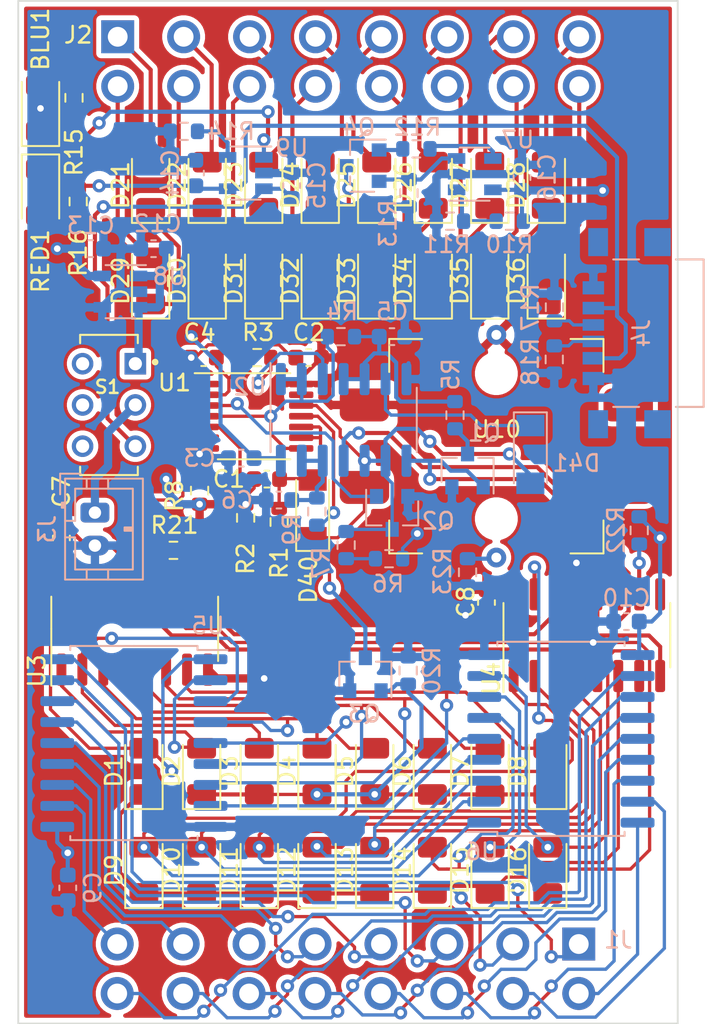
<source format=kicad_pcb>
(kicad_pcb (version 20171130) (host pcbnew "(5.1.10)-1")

  (general
    (thickness 1.6)
    (drawings 4)
    (tracks 966)
    (zones 0)
    (modules 92)
    (nets 98)
  )

  (page A4)
  (layers
    (0 F.Cu signal)
    (31 B.Cu signal)
    (32 B.Adhes user hide)
    (33 F.Adhes user hide)
    (34 B.Paste user hide)
    (35 F.Paste user hide)
    (36 B.SilkS user hide)
    (37 F.SilkS user)
    (38 B.Mask user hide)
    (39 F.Mask user hide)
    (40 Dwgs.User user)
    (41 Cmts.User user)
    (42 Eco1.User user)
    (43 Eco2.User user)
    (44 Edge.Cuts user)
    (45 Margin user)
    (46 B.CrtYd user)
    (47 F.CrtYd user)
    (48 B.Fab user hide)
    (49 F.Fab user hide)
  )

  (setup
    (last_trace_width 0.25)
    (user_trace_width 0.2)
    (user_trace_width 0.5)
    (trace_clearance 0.2)
    (zone_clearance 0.3)
    (zone_45_only no)
    (trace_min 0.2)
    (via_size 0.8)
    (via_drill 0.4)
    (via_min_size 0.4)
    (via_min_drill 0.3)
    (uvia_size 0.3)
    (uvia_drill 0.1)
    (uvias_allowed no)
    (uvia_min_size 0.2)
    (uvia_min_drill 0.1)
    (edge_width 0.05)
    (segment_width 0.2)
    (pcb_text_width 0.3)
    (pcb_text_size 1.5 1.5)
    (mod_edge_width 0.12)
    (mod_text_size 1 1)
    (mod_text_width 0.15)
    (pad_size 1.2 1.75)
    (pad_drill 0.75)
    (pad_to_mask_clearance 0)
    (aux_axis_origin 0 0)
    (visible_elements 7FFFFFFF)
    (pcbplotparams
      (layerselection 0x010fc_ffffffff)
      (usegerberextensions false)
      (usegerberattributes true)
      (usegerberadvancedattributes true)
      (creategerberjobfile true)
      (excludeedgelayer true)
      (linewidth 0.100000)
      (plotframeref false)
      (viasonmask false)
      (mode 1)
      (useauxorigin false)
      (hpglpennumber 1)
      (hpglpenspeed 20)
      (hpglpendiameter 15.000000)
      (psnegative false)
      (psa4output false)
      (plotreference true)
      (plotvalue true)
      (plotinvisibletext false)
      (padsonsilk false)
      (subtractmaskfromsilk false)
      (outputformat 1)
      (mirror false)
      (drillshape 1)
      (scaleselection 1)
      (outputdirectory ""))
  )

  (net 0 "")
  (net 1 "Net-(C1-Pad1)")
  (net 2 GND)
  (net 3 +3V3)
  (net 4 "Net-(C4-Pad1)")
  (net 5 "Net-(C5-Pad1)")
  (net 6 "Net-(C6-Pad1)")
  (net 7 "Net-(C12-Pad1)")
  (net 8 "Net-(C14-Pad1)")
  (net 9 "Net-(C15-Pad1)")
  (net 10 "Net-(D1-Pad1)")
  (net 11 "Net-(D1-Pad2)")
  (net 12 "Net-(D2-Pad2)")
  (net 13 "Net-(D3-Pad2)")
  (net 14 "Net-(D4-Pad2)")
  (net 15 "Net-(D5-Pad2)")
  (net 16 "Net-(D6-Pad2)")
  (net 17 "Net-(D7-Pad2)")
  (net 18 "Net-(D8-Pad2)")
  (net 19 "Net-(D9-Pad2)")
  (net 20 "Net-(D10-Pad2)")
  (net 21 "Net-(D11-Pad2)")
  (net 22 "Net-(D12-Pad2)")
  (net 23 "Net-(D13-Pad2)")
  (net 24 "Net-(D14-Pad2)")
  (net 25 "Net-(D15-Pad2)")
  (net 26 "Net-(D16-Pad2)")
  (net 27 "Net-(D21-Pad1)")
  (net 28 "Net-(D21-Pad2)")
  (net 29 "Net-(D29-Pad2)")
  (net 30 "Net-(D30-Pad2)")
  (net 31 "Net-(D31-Pad2)")
  (net 32 "Net-(D32-Pad2)")
  (net 33 "Net-(D33-Pad2)")
  (net 34 "Net-(D34-Pad2)")
  (net 35 "Net-(D35-Pad2)")
  (net 36 "Net-(D36-Pad2)")
  (net 37 "Net-(D40-Pad1)")
  (net 38 "Net-(D41-Pad2)")
  (net 39 "Net-(D41-Pad1)")
  (net 40 "Net-(J1-Pad8)")
  (net 41 "Net-(J1-Pad16)")
  (net 42 "Net-(J1-Pad15)")
  (net 43 "Net-(J1-Pad7)")
  (net 44 "Net-(J1-Pad5)")
  (net 45 "Net-(J1-Pad14)")
  (net 46 "Net-(J1-Pad6)")
  (net 47 "Net-(J1-Pad13)")
  (net 48 "Net-(J1-Pad2)")
  (net 49 "Net-(J1-Pad10)")
  (net 50 "Net-(J1-Pad9)")
  (net 51 "Net-(J1-Pad1)")
  (net 52 "Net-(J1-Pad3)")
  (net 53 "Net-(J1-Pad11)")
  (net 54 "Net-(J1-Pad12)")
  (net 55 "Net-(J1-Pad4)")
  (net 56 "Net-(J4-PadA5)")
  (net 57 "Net-(J4-PadB5)")
  (net 58 "Net-(Q1-Pad1)")
  (net 59 "Net-(Q1-Pad3)")
  (net 60 "Net-(Q2-Pad1)")
  (net 61 "Net-(Q4-Pad2)")
  (net 62 "Net-(Q4-Pad1)")
  (net 63 "Net-(R3-Pad2)")
  (net 64 "Net-(R6-Pad2)")
  (net 65 "Net-(R10-Pad2)")
  (net 66 "Net-(R12-Pad2)")
  (net 67 "Net-(R21-Pad2)")
  (net 68 "Net-(R22-Pad2)")
  (net 69 "Net-(U2-Pad11)")
  (net 70 "Net-(U3-Pad9)")
  (net 71 "Net-(U4-Pad9)")
  (net 72 "Net-(D22-Pad2)")
  (net 73 "Net-(D23-Pad2)")
  (net 74 "Net-(D24-Pad2)")
  (net 75 "Net-(D25-Pad2)")
  (net 76 "Net-(D26-Pad2)")
  (net 77 "Net-(D27-Pad2)")
  (net 78 "Net-(D28-Pad2)")
  (net 79 "Net-(J4-PadSH1)")
  (net 80 "Net-(J4-PadSH2)")
  (net 81 "Net-(J4-PadSH3)")
  (net 82 "Net-(J4-PadSH4)")
  (net 83 "Net-(S1-Pad4)")
  (net 84 "Net-(S1-Pad5)")
  (net 85 "Net-(S1-Pad6)")
  (net 86 "Net-(U10-Pad2)")
  (net 87 "Net-(U10-Pad4)")
  (net 88 "Net-(R23-Pad1)")
  (net 89 "Net-(J3-Pad1)")
  (net 90 "Net-(Q3-Pad3)")
  (net 91 "Net-(R4-Pad2)")
  (net 92 "Net-(R9-Pad1)")
  (net 93 "Net-(U1-Pad6)")
  (net 94 "Net-(R14-Pad1)")
  (net 95 "Net-(BLU1-Pad2)")
  (net 96 "Net-(R15-Pad2)")
  (net 97 "Net-(R16-Pad2)")

  (net_class Default "This is the default net class."
    (clearance 0.2)
    (trace_width 0.25)
    (via_dia 0.8)
    (via_drill 0.4)
    (uvia_dia 0.3)
    (uvia_drill 0.1)
    (add_net +3V3)
    (add_net GND)
    (add_net "Net-(BLU1-Pad2)")
    (add_net "Net-(C1-Pad1)")
    (add_net "Net-(C12-Pad1)")
    (add_net "Net-(C14-Pad1)")
    (add_net "Net-(C15-Pad1)")
    (add_net "Net-(C4-Pad1)")
    (add_net "Net-(C5-Pad1)")
    (add_net "Net-(C6-Pad1)")
    (add_net "Net-(D1-Pad1)")
    (add_net "Net-(D1-Pad2)")
    (add_net "Net-(D10-Pad2)")
    (add_net "Net-(D11-Pad2)")
    (add_net "Net-(D12-Pad2)")
    (add_net "Net-(D13-Pad2)")
    (add_net "Net-(D14-Pad2)")
    (add_net "Net-(D15-Pad2)")
    (add_net "Net-(D16-Pad2)")
    (add_net "Net-(D2-Pad2)")
    (add_net "Net-(D21-Pad1)")
    (add_net "Net-(D21-Pad2)")
    (add_net "Net-(D22-Pad2)")
    (add_net "Net-(D23-Pad2)")
    (add_net "Net-(D24-Pad2)")
    (add_net "Net-(D25-Pad2)")
    (add_net "Net-(D26-Pad2)")
    (add_net "Net-(D27-Pad2)")
    (add_net "Net-(D28-Pad2)")
    (add_net "Net-(D29-Pad2)")
    (add_net "Net-(D3-Pad2)")
    (add_net "Net-(D30-Pad2)")
    (add_net "Net-(D31-Pad2)")
    (add_net "Net-(D32-Pad2)")
    (add_net "Net-(D33-Pad2)")
    (add_net "Net-(D34-Pad2)")
    (add_net "Net-(D35-Pad2)")
    (add_net "Net-(D36-Pad2)")
    (add_net "Net-(D4-Pad2)")
    (add_net "Net-(D40-Pad1)")
    (add_net "Net-(D41-Pad1)")
    (add_net "Net-(D41-Pad2)")
    (add_net "Net-(D5-Pad2)")
    (add_net "Net-(D6-Pad2)")
    (add_net "Net-(D7-Pad2)")
    (add_net "Net-(D8-Pad2)")
    (add_net "Net-(D9-Pad2)")
    (add_net "Net-(J1-Pad1)")
    (add_net "Net-(J1-Pad10)")
    (add_net "Net-(J1-Pad11)")
    (add_net "Net-(J1-Pad12)")
    (add_net "Net-(J1-Pad13)")
    (add_net "Net-(J1-Pad14)")
    (add_net "Net-(J1-Pad15)")
    (add_net "Net-(J1-Pad16)")
    (add_net "Net-(J1-Pad2)")
    (add_net "Net-(J1-Pad3)")
    (add_net "Net-(J1-Pad4)")
    (add_net "Net-(J1-Pad5)")
    (add_net "Net-(J1-Pad6)")
    (add_net "Net-(J1-Pad7)")
    (add_net "Net-(J1-Pad8)")
    (add_net "Net-(J1-Pad9)")
    (add_net "Net-(J3-Pad1)")
    (add_net "Net-(J4-PadA5)")
    (add_net "Net-(J4-PadB5)")
    (add_net "Net-(J4-PadSH1)")
    (add_net "Net-(J4-PadSH2)")
    (add_net "Net-(J4-PadSH3)")
    (add_net "Net-(J4-PadSH4)")
    (add_net "Net-(Q1-Pad1)")
    (add_net "Net-(Q1-Pad3)")
    (add_net "Net-(Q2-Pad1)")
    (add_net "Net-(Q3-Pad3)")
    (add_net "Net-(Q4-Pad1)")
    (add_net "Net-(Q4-Pad2)")
    (add_net "Net-(R10-Pad2)")
    (add_net "Net-(R12-Pad2)")
    (add_net "Net-(R14-Pad1)")
    (add_net "Net-(R15-Pad2)")
    (add_net "Net-(R16-Pad2)")
    (add_net "Net-(R21-Pad2)")
    (add_net "Net-(R22-Pad2)")
    (add_net "Net-(R23-Pad1)")
    (add_net "Net-(R3-Pad2)")
    (add_net "Net-(R4-Pad2)")
    (add_net "Net-(R6-Pad2)")
    (add_net "Net-(R9-Pad1)")
    (add_net "Net-(S1-Pad4)")
    (add_net "Net-(S1-Pad5)")
    (add_net "Net-(S1-Pad6)")
    (add_net "Net-(U1-Pad6)")
    (add_net "Net-(U10-Pad2)")
    (add_net "Net-(U10-Pad4)")
    (add_net "Net-(U2-Pad11)")
    (add_net "Net-(U3-Pad9)")
    (add_net "Net-(U4-Pad9)")
  )

  (module Package_SO:SOIC-14_3.9x8.7mm_P1.27mm (layer B.Cu) (tedit 5D9F72B1) (tstamp 65C34545)
    (at 119.738 75.408 270)
    (descr "SOIC, 14 Pin (JEDEC MS-012AB, https://www.analog.com/media/en/package-pcb-resources/package/pkg_pdf/soic_narrow-r/r_14.pdf), generated with kicad-footprint-generator ipc_gullwing_generator.py")
    (tags "SOIC SO")
    (path /65980DE2)
    (attr smd)
    (fp_text reference U2 (at -2.002 5.692) (layer B.SilkS)
      (effects (font (size 1 1) (thickness 0.15)) (justify mirror))
    )
    (fp_text value 74LS132 (at 0 -5.28 270) (layer B.Fab)
      (effects (font (size 1 1) (thickness 0.15)) (justify mirror))
    )
    (fp_line (start 0 -4.435) (end 1.95 -4.435) (layer B.SilkS) (width 0.12))
    (fp_line (start 0 -4.435) (end -1.95 -4.435) (layer B.SilkS) (width 0.12))
    (fp_line (start 0 4.435) (end 1.95 4.435) (layer B.SilkS) (width 0.12))
    (fp_line (start 0 4.435) (end -3.45 4.435) (layer B.SilkS) (width 0.12))
    (fp_line (start -0.975 4.325) (end 1.95 4.325) (layer B.Fab) (width 0.1))
    (fp_line (start 1.95 4.325) (end 1.95 -4.325) (layer B.Fab) (width 0.1))
    (fp_line (start 1.95 -4.325) (end -1.95 -4.325) (layer B.Fab) (width 0.1))
    (fp_line (start -1.95 -4.325) (end -1.95 3.35) (layer B.Fab) (width 0.1))
    (fp_line (start -1.95 3.35) (end -0.975 4.325) (layer B.Fab) (width 0.1))
    (fp_line (start -3.7 4.58) (end -3.7 -4.58) (layer B.CrtYd) (width 0.05))
    (fp_line (start -3.7 -4.58) (end 3.7 -4.58) (layer B.CrtYd) (width 0.05))
    (fp_line (start 3.7 -4.58) (end 3.7 4.58) (layer B.CrtYd) (width 0.05))
    (fp_line (start 3.7 4.58) (end -3.7 4.58) (layer B.CrtYd) (width 0.05))
    (fp_text user %R (at 0 0 270) (layer B.Fab)
      (effects (font (size 0.98 0.98) (thickness 0.15)) (justify mirror))
    )
    (pad 14 smd roundrect (at 2.475 3.81 270) (size 1.95 0.6) (layers B.Cu B.Paste B.Mask) (roundrect_rratio 0.25)
      (net 3 +3V3))
    (pad 13 smd roundrect (at 2.475 2.54 270) (size 1.95 0.6) (layers B.Cu B.Paste B.Mask) (roundrect_rratio 0.25)
      (net 6 "Net-(C6-Pad1)"))
    (pad 12 smd roundrect (at 2.475 1.27 270) (size 1.95 0.6) (layers B.Cu B.Paste B.Mask) (roundrect_rratio 0.25)
      (net 6 "Net-(C6-Pad1)"))
    (pad 11 smd roundrect (at 2.475 0 270) (size 1.95 0.6) (layers B.Cu B.Paste B.Mask) (roundrect_rratio 0.25)
      (net 69 "Net-(U2-Pad11)"))
    (pad 10 smd roundrect (at 2.475 -1.27 270) (size 1.95 0.6) (layers B.Cu B.Paste B.Mask) (roundrect_rratio 0.25)
      (net 38 "Net-(D41-Pad2)"))
    (pad 9 smd roundrect (at 2.475 -2.54 270) (size 1.95 0.6) (layers B.Cu B.Paste B.Mask) (roundrect_rratio 0.25)
      (net 38 "Net-(D41-Pad2)"))
    (pad 8 smd roundrect (at 2.475 -3.81 270) (size 1.95 0.6) (layers B.Cu B.Paste B.Mask) (roundrect_rratio 0.25)
      (net 58 "Net-(Q1-Pad1)"))
    (pad 7 smd roundrect (at -2.475 -3.81 270) (size 1.95 0.6) (layers B.Cu B.Paste B.Mask) (roundrect_rratio 0.25)
      (net 2 GND))
    (pad 6 smd roundrect (at -2.475 -2.54 270) (size 1.95 0.6) (layers B.Cu B.Paste B.Mask) (roundrect_rratio 0.25)
      (net 39 "Net-(D41-Pad1)"))
    (pad 5 smd roundrect (at -2.475 -1.27 270) (size 1.95 0.6) (layers B.Cu B.Paste B.Mask) (roundrect_rratio 0.25)
      (net 5 "Net-(C5-Pad1)"))
    (pad 4 smd roundrect (at -2.475 0 270) (size 1.95 0.6) (layers B.Cu B.Paste B.Mask) (roundrect_rratio 0.25)
      (net 5 "Net-(C5-Pad1)"))
    (pad 3 smd roundrect (at -2.475 1.27 270) (size 1.95 0.6) (layers B.Cu B.Paste B.Mask) (roundrect_rratio 0.25)
      (net 63 "Net-(R3-Pad2)"))
    (pad 2 smd roundrect (at -2.475 2.54 270) (size 1.95 0.6) (layers B.Cu B.Paste B.Mask) (roundrect_rratio 0.25)
      (net 91 "Net-(R4-Pad2)"))
    (pad 1 smd roundrect (at -2.475 3.81 270) (size 1.95 0.6) (layers B.Cu B.Paste B.Mask) (roundrect_rratio 0.25)
      (net 91 "Net-(R4-Pad2)"))
    (model ${KISYS3DMOD}/Package_SO.3dshapes/SOIC-14_3.9x8.7mm_P1.27mm.wrl
      (at (xyz 0 0 0))
      (scale (xyz 1 1 1))
      (rotate (xyz 0 0 0))
    )
  )

  (module OBDCableTesterPCB:SparkfunOmten12mmTactileLED (layer F.Cu) (tedit 66CE13AD) (tstamp 6721CBA4)
    (at 129 77)
    (path /66794CD5)
    (fp_text reference U10 (at 0.025 -1.025) (layer F.SilkS)
      (effects (font (size 1 1) (thickness 0.15)))
    )
    (fp_text value SparkfunOmtenTactileLED (at 0 10.9) (layer F.Fab)
      (effects (font (size 1 1) (thickness 0.15)))
    )
    (fp_line (start -4.5 6.5) (end -6.5 6.5) (layer F.SilkS) (width 0.12))
    (fp_line (start 6.5 6.5) (end 4.5 6.5) (layer F.SilkS) (width 0.12))
    (fp_line (start -6.5 6.5) (end -6.5 4.5) (layer F.SilkS) (width 0.12))
    (fp_line (start 6.5 4.5) (end 6.5 6.5) (layer F.SilkS) (width 0.12))
    (fp_line (start 4.5 -6.5) (end 6.5 -6.5) (layer F.SilkS) (width 0.12))
    (fp_line (start 6.5 -6.5) (end 6.5 -4.5) (layer F.SilkS) (width 0.12))
    (fp_line (start -6.5 -6.5) (end -4.5 -6.5) (layer F.SilkS) (width 0.12))
    (fp_line (start -6.5 -4.5) (end -6.5 -6.5) (layer F.SilkS) (width 0.12))
    (fp_line (start -9.8 -7.6) (end 9.8 -7.6) (layer F.CrtYd) (width 0.12))
    (fp_line (start 9.8 -7.6) (end 9.8 7.6) (layer F.CrtYd) (width 0.12))
    (fp_line (start 9.8 7.6) (end -9.8 7.6) (layer F.CrtYd) (width 0.12))
    (fp_line (start -9.8 7.6) (end -9.8 -7.6) (layer F.CrtYd) (width 0.12))
    (pad 6 thru_hole circle (at 0 6.75) (size 1.2 1.2) (drill 0.6) (layers *.Cu *.Mask)
      (net 88 "Net-(R23-Pad1)"))
    (pad 5 thru_hole circle (at 0 -6.75 180) (size 1.2 1.2) (drill 0.6) (layers *.Cu *.Mask)
      (net 3 +3V3))
    (pad 2 smd roundrect (at 8 -2.5) (size 3 2) (layers F.Cu F.Paste F.Mask) (roundrect_rratio 0.25)
      (net 86 "Net-(U10-Pad2)"))
    (pad 3 smd roundrect (at -8 2.5) (size 3 2) (layers F.Cu F.Paste F.Mask) (roundrect_rratio 0.25)
      (net 37 "Net-(D40-Pad1)"))
    (pad 4 smd roundrect (at 8 2.5 180) (size 3 2) (layers F.Cu F.Paste F.Mask) (roundrect_rratio 0.25)
      (net 87 "Net-(U10-Pad4)"))
    (pad 1 smd roundrect (at -8 -2.5) (size 3 2) (layers F.Cu F.Paste F.Mask) (roundrect_rratio 0.25)
      (net 3 +3V3))
    (pad "" np_thru_hole circle (at 0 -4.4) (size 2 2) (drill 2) (layers *.Cu *.Mask))
    (pad "" np_thru_hole circle (at 0 4.4) (size 2 2) (drill 2) (layers *.Cu *.Mask))
  )

  (module Package_SO:TSSOP-14_4.4x5mm_P0.65mm (layer F.Cu) (tedit 5E476F32) (tstamp 67216AEB)
    (at 114.3 75.184)
    (descr "TSSOP, 14 Pin (JEDEC MO-153 Var AB-1 https://www.jedec.org/document_search?search_api_views_fulltext=MO-153), generated with kicad-footprint-generator ipc_gullwing_generator.py")
    (tags "TSSOP SO")
    (path /67C094E1)
    (attr smd)
    (fp_text reference U1 (at -4.826 -2.032) (layer F.SilkS)
      (effects (font (size 1 1) (thickness 0.15)))
    )
    (fp_text value 74LVC7001 (at 0 3.45) (layer F.Fab)
      (effects (font (size 1 1) (thickness 0.15)))
    )
    (fp_line (start 0 2.61) (end 2.2 2.61) (layer F.SilkS) (width 0.12))
    (fp_line (start 0 2.61) (end -2.2 2.61) (layer F.SilkS) (width 0.12))
    (fp_line (start 0 -2.61) (end 2.2 -2.61) (layer F.SilkS) (width 0.12))
    (fp_line (start 0 -2.61) (end -3.6 -2.61) (layer F.SilkS) (width 0.12))
    (fp_line (start -1.2 -2.5) (end 2.2 -2.5) (layer F.Fab) (width 0.1))
    (fp_line (start 2.2 -2.5) (end 2.2 2.5) (layer F.Fab) (width 0.1))
    (fp_line (start 2.2 2.5) (end -2.2 2.5) (layer F.Fab) (width 0.1))
    (fp_line (start -2.2 2.5) (end -2.2 -1.5) (layer F.Fab) (width 0.1))
    (fp_line (start -2.2 -1.5) (end -1.2 -2.5) (layer F.Fab) (width 0.1))
    (fp_line (start -3.85 -2.75) (end -3.85 2.75) (layer F.CrtYd) (width 0.05))
    (fp_line (start -3.85 2.75) (end 3.85 2.75) (layer F.CrtYd) (width 0.05))
    (fp_line (start 3.85 2.75) (end 3.85 -2.75) (layer F.CrtYd) (width 0.05))
    (fp_line (start 3.85 -2.75) (end -3.85 -2.75) (layer F.CrtYd) (width 0.05))
    (fp_text user %R (at 0 0) (layer F.Fab)
      (effects (font (size 1 1) (thickness 0.15)))
    )
    (pad 14 smd roundrect (at 2.8625 -1.95) (size 1.475 0.4) (layers F.Cu F.Paste F.Mask) (roundrect_rratio 0.25)
      (net 3 +3V3))
    (pad 13 smd roundrect (at 2.8625 -1.3) (size 1.475 0.4) (layers F.Cu F.Paste F.Mask) (roundrect_rratio 0.25)
      (net 38 "Net-(D41-Pad2)"))
    (pad 12 smd roundrect (at 2.8625 -0.65) (size 1.475 0.4) (layers F.Cu F.Paste F.Mask) (roundrect_rratio 0.25)
      (net 38 "Net-(D41-Pad2)"))
    (pad 11 smd roundrect (at 2.8625 0) (size 1.475 0.4) (layers F.Cu F.Paste F.Mask) (roundrect_rratio 0.25)
      (net 92 "Net-(R9-Pad1)"))
    (pad 10 smd roundrect (at 2.8625 0.65) (size 1.475 0.4) (layers F.Cu F.Paste F.Mask) (roundrect_rratio 0.25)
      (net 1 "Net-(C1-Pad1)"))
    (pad 9 smd roundrect (at 2.8625 1.3) (size 1.475 0.4) (layers F.Cu F.Paste F.Mask) (roundrect_rratio 0.25)
      (net 1 "Net-(C1-Pad1)"))
    (pad 8 smd roundrect (at 2.8625 1.95) (size 1.475 0.4) (layers F.Cu F.Paste F.Mask) (roundrect_rratio 0.25)
      (net 91 "Net-(R4-Pad2)"))
    (pad 7 smd roundrect (at -2.8625 1.95) (size 1.475 0.4) (layers F.Cu F.Paste F.Mask) (roundrect_rratio 0.25)
      (net 2 GND))
    (pad 6 smd roundrect (at -2.8625 1.3) (size 1.475 0.4) (layers F.Cu F.Paste F.Mask) (roundrect_rratio 0.25)
      (net 93 "Net-(U1-Pad6)"))
    (pad 5 smd roundrect (at -2.8625 0.65) (size 1.475 0.4) (layers F.Cu F.Paste F.Mask) (roundrect_rratio 0.25)
      (net 90 "Net-(Q3-Pad3)"))
    (pad 4 smd roundrect (at -2.8625 0) (size 1.475 0.4) (layers F.Cu F.Paste F.Mask) (roundrect_rratio 0.25)
      (net 91 "Net-(R4-Pad2)"))
    (pad 3 smd roundrect (at -2.8625 -0.65) (size 1.475 0.4) (layers F.Cu F.Paste F.Mask) (roundrect_rratio 0.25)
      (net 60 "Net-(Q2-Pad1)"))
    (pad 2 smd roundrect (at -2.8625 -1.3) (size 1.475 0.4) (layers F.Cu F.Paste F.Mask) (roundrect_rratio 0.25)
      (net 4 "Net-(C4-Pad1)"))
    (pad 1 smd roundrect (at -2.8625 -1.95) (size 1.475 0.4) (layers F.Cu F.Paste F.Mask) (roundrect_rratio 0.25)
      (net 91 "Net-(R4-Pad2)"))
    (model ${KISYS3DMOD}/Package_SO.3dshapes/TSSOP-14_4.4x5mm_P0.65mm.wrl
      (at (xyz 0 0 0))
      (scale (xyz 1 1 1))
      (rotate (xyz 0 0 0))
    )
  )

  (module Resistor_SMD:R_0603_1608Metric (layer F.Cu) (tedit 5F68FEEE) (tstamp 672168F9)
    (at 110.998 79.693 90)
    (descr "Resistor SMD 0603 (1608 Metric), square (rectangular) end terminal, IPC_7351 nominal, (Body size source: IPC-SM-782 page 72, https://www.pcb-3d.com/wordpress/wp-content/uploads/ipc-sm-782a_amendment_1_and_2.pdf), generated with kicad-footprint-generator")
    (tags resistor)
    (path /679684AD)
    (attr smd)
    (fp_text reference R8 (at -0.317 -1.524 90) (layer F.SilkS)
      (effects (font (size 1 1) (thickness 0.15)))
    )
    (fp_text value 33k (at 0 1.43 90) (layer F.Fab)
      (effects (font (size 1 1) (thickness 0.15)))
    )
    (fp_line (start -0.8 0.4125) (end -0.8 -0.4125) (layer F.Fab) (width 0.1))
    (fp_line (start -0.8 -0.4125) (end 0.8 -0.4125) (layer F.Fab) (width 0.1))
    (fp_line (start 0.8 -0.4125) (end 0.8 0.4125) (layer F.Fab) (width 0.1))
    (fp_line (start 0.8 0.4125) (end -0.8 0.4125) (layer F.Fab) (width 0.1))
    (fp_line (start -0.237258 -0.5225) (end 0.237258 -0.5225) (layer F.SilkS) (width 0.12))
    (fp_line (start -0.237258 0.5225) (end 0.237258 0.5225) (layer F.SilkS) (width 0.12))
    (fp_line (start -1.48 0.73) (end -1.48 -0.73) (layer F.CrtYd) (width 0.05))
    (fp_line (start -1.48 -0.73) (end 1.48 -0.73) (layer F.CrtYd) (width 0.05))
    (fp_line (start 1.48 -0.73) (end 1.48 0.73) (layer F.CrtYd) (width 0.05))
    (fp_line (start 1.48 0.73) (end -1.48 0.73) (layer F.CrtYd) (width 0.05))
    (fp_text user %R (at 0 0 90) (layer F.Fab)
      (effects (font (size 0.4 0.4) (thickness 0.06)))
    )
    (pad 2 smd roundrect (at 0.825 0 90) (size 0.8 0.95) (layers F.Cu F.Paste F.Mask) (roundrect_rratio 0.25)
      (net 90 "Net-(Q3-Pad3)"))
    (pad 1 smd roundrect (at -0.825 0 90) (size 0.8 0.95) (layers F.Cu F.Paste F.Mask) (roundrect_rratio 0.25)
      (net 3 +3V3))
    (model ${KISYS3DMOD}/Resistor_SMD.3dshapes/R_0603_1608Metric.wrl
      (at (xyz 0 0 0))
      (scale (xyz 1 1 1))
      (rotate (xyz 0 0 0))
    )
  )

  (module Capacitor_SMD:C_0603_1608Metric (layer F.Cu) (tedit 5F68FEEE) (tstamp 6722A623)
    (at 117.615 71.628 180)
    (descr "Capacitor SMD 0603 (1608 Metric), square (rectangular) end terminal, IPC_7351 nominal, (Body size source: IPC-SM-782 page 76, https://www.pcb-3d.com/wordpress/wp-content/uploads/ipc-sm-782a_amendment_1_and_2.pdf), generated with kicad-footprint-generator")
    (tags capacitor)
    (path /672337DC)
    (attr smd)
    (fp_text reference C2 (at -0.013 1.524 180) (layer F.SilkS)
      (effects (font (size 1 1) (thickness 0.15)))
    )
    (fp_text value 0.1uF (at 0 1.43) (layer F.Fab)
      (effects (font (size 1 1) (thickness 0.15)))
    )
    (fp_line (start -0.8 0.4) (end -0.8 -0.4) (layer F.Fab) (width 0.1))
    (fp_line (start -0.8 -0.4) (end 0.8 -0.4) (layer F.Fab) (width 0.1))
    (fp_line (start 0.8 -0.4) (end 0.8 0.4) (layer F.Fab) (width 0.1))
    (fp_line (start 0.8 0.4) (end -0.8 0.4) (layer F.Fab) (width 0.1))
    (fp_line (start -0.14058 -0.51) (end 0.14058 -0.51) (layer F.SilkS) (width 0.12))
    (fp_line (start -0.14058 0.51) (end 0.14058 0.51) (layer F.SilkS) (width 0.12))
    (fp_line (start -1.48 0.73) (end -1.48 -0.73) (layer F.CrtYd) (width 0.05))
    (fp_line (start -1.48 -0.73) (end 1.48 -0.73) (layer F.CrtYd) (width 0.05))
    (fp_line (start 1.48 -0.73) (end 1.48 0.73) (layer F.CrtYd) (width 0.05))
    (fp_line (start 1.48 0.73) (end -1.48 0.73) (layer F.CrtYd) (width 0.05))
    (fp_text user %R (at 0 0) (layer F.Fab)
      (effects (font (size 0.4 0.4) (thickness 0.06)))
    )
    (pad 2 smd roundrect (at 0.775 0 180) (size 0.9 0.95) (layers F.Cu F.Paste F.Mask) (roundrect_rratio 0.25)
      (net 2 GND))
    (pad 1 smd roundrect (at -0.775 0 180) (size 0.9 0.95) (layers F.Cu F.Paste F.Mask) (roundrect_rratio 0.25)
      (net 3 +3V3))
    (model ${KISYS3DMOD}/Capacitor_SMD.3dshapes/C_0603_1608Metric.wrl
      (at (xyz 0 0 0))
      (scale (xyz 1 1 1))
      (rotate (xyz 0 0 0))
    )
  )

  (module Resistor_SMD:R_0603_1608Metric (layer B.Cu) (tedit 5F68FEEE) (tstamp 65C3231B)
    (at 118.11 80.963 90)
    (descr "Resistor SMD 0603 (1608 Metric), square (rectangular) end terminal, IPC_7351 nominal, (Body size source: IPC-SM-782 page 72, https://www.pcb-3d.com/wordpress/wp-content/uploads/ipc-sm-782a_amendment_1_and_2.pdf), generated with kicad-footprint-generator")
    (tags resistor)
    (path /65A9F77D)
    (attr smd)
    (fp_text reference R9 (at -1.079 -1.524 90) (layer B.SilkS)
      (effects (font (size 1 1) (thickness 0.15)) (justify mirror))
    )
    (fp_text value 270 (at 0 -1.43 90) (layer B.Fab)
      (effects (font (size 1 1) (thickness 0.15)) (justify mirror))
    )
    (fp_line (start -0.8 -0.4125) (end -0.8 0.4125) (layer B.Fab) (width 0.1))
    (fp_line (start -0.8 0.4125) (end 0.8 0.4125) (layer B.Fab) (width 0.1))
    (fp_line (start 0.8 0.4125) (end 0.8 -0.4125) (layer B.Fab) (width 0.1))
    (fp_line (start 0.8 -0.4125) (end -0.8 -0.4125) (layer B.Fab) (width 0.1))
    (fp_line (start -0.237258 0.5225) (end 0.237258 0.5225) (layer B.SilkS) (width 0.12))
    (fp_line (start -0.237258 -0.5225) (end 0.237258 -0.5225) (layer B.SilkS) (width 0.12))
    (fp_line (start -1.48 -0.73) (end -1.48 0.73) (layer B.CrtYd) (width 0.05))
    (fp_line (start -1.48 0.73) (end 1.48 0.73) (layer B.CrtYd) (width 0.05))
    (fp_line (start 1.48 0.73) (end 1.48 -0.73) (layer B.CrtYd) (width 0.05))
    (fp_line (start 1.48 -0.73) (end -1.48 -0.73) (layer B.CrtYd) (width 0.05))
    (fp_text user %R (at 0 0 90) (layer B.Fab)
      (effects (font (size 0.4 0.4) (thickness 0.06)) (justify mirror))
    )
    (pad 2 smd roundrect (at 0.825 0 90) (size 0.8 0.95) (layers B.Cu B.Paste B.Mask) (roundrect_rratio 0.25)
      (net 6 "Net-(C6-Pad1)"))
    (pad 1 smd roundrect (at -0.825 0 90) (size 0.8 0.95) (layers B.Cu B.Paste B.Mask) (roundrect_rratio 0.25)
      (net 92 "Net-(R9-Pad1)"))
    (model ${KISYS3DMOD}/Resistor_SMD.3dshapes/R_0603_1608Metric.wrl
      (at (xyz 0 0 0))
      (scale (xyz 1 1 1))
      (rotate (xyz 0 0 0))
    )
  )

  (module Resistor_SMD:R_0603_1608Metric (layer B.Cu) (tedit 5F68FEEE) (tstamp 65BA00D4)
    (at 122.491 83.82 180)
    (descr "Resistor SMD 0603 (1608 Metric), square (rectangular) end terminal, IPC_7351 nominal, (Body size source: IPC-SM-782 page 72, https://www.pcb-3d.com/wordpress/wp-content/uploads/ipc-sm-782a_amendment_1_and_2.pdf), generated with kicad-footprint-generator")
    (tags resistor)
    (path /66052E5F)
    (attr smd)
    (fp_text reference R6 (at 0.063 -1.524) (layer B.SilkS)
      (effects (font (size 1 1) (thickness 0.15)) (justify mirror))
    )
    (fp_text value 5.1k (at 0 -1.43) (layer B.Fab)
      (effects (font (size 1 1) (thickness 0.15)) (justify mirror))
    )
    (fp_line (start -0.8 -0.4125) (end -0.8 0.4125) (layer B.Fab) (width 0.1))
    (fp_line (start -0.8 0.4125) (end 0.8 0.4125) (layer B.Fab) (width 0.1))
    (fp_line (start 0.8 0.4125) (end 0.8 -0.4125) (layer B.Fab) (width 0.1))
    (fp_line (start 0.8 -0.4125) (end -0.8 -0.4125) (layer B.Fab) (width 0.1))
    (fp_line (start -0.237258 0.5225) (end 0.237258 0.5225) (layer B.SilkS) (width 0.12))
    (fp_line (start -0.237258 -0.5225) (end 0.237258 -0.5225) (layer B.SilkS) (width 0.12))
    (fp_line (start -1.48 -0.73) (end -1.48 0.73) (layer B.CrtYd) (width 0.05))
    (fp_line (start -1.48 0.73) (end 1.48 0.73) (layer B.CrtYd) (width 0.05))
    (fp_line (start 1.48 0.73) (end 1.48 -0.73) (layer B.CrtYd) (width 0.05))
    (fp_line (start 1.48 -0.73) (end -1.48 -0.73) (layer B.CrtYd) (width 0.05))
    (fp_text user %R (at 0 0) (layer B.Fab)
      (effects (font (size 0.4 0.4) (thickness 0.06)) (justify mirror))
    )
    (pad 2 smd roundrect (at 0.825 0 180) (size 0.8 0.95) (layers B.Cu B.Paste B.Mask) (roundrect_rratio 0.25)
      (net 64 "Net-(R6-Pad2)"))
    (pad 1 smd roundrect (at -0.825 0 180) (size 0.8 0.95) (layers B.Cu B.Paste B.Mask) (roundrect_rratio 0.25)
      (net 3 +3V3))
    (model ${KISYS3DMOD}/Resistor_SMD.3dshapes/R_0603_1608Metric.wrl
      (at (xyz 0 0 0))
      (scale (xyz 1 1 1))
      (rotate (xyz 0 0 0))
    )
  )

  (module EG1271A-model:SW_EG1271A (layer F.Cu) (tedit 6668ED6F) (tstamp 6684635D)
    (at 105.5 74.5 270)
    (path /666B1AC9)
    (fp_text reference S1 (at -1.094 0.09 180) (layer F.SilkS)
      (effects (font (size 0.8 0.8) (thickness 0.15)))
    )
    (fp_text value EG1271A (at 0.68 3.308 90) (layer F.Fab)
      (effects (font (size 0.8 0.8) (thickness 0.15)))
    )
    (fp_line (start -4.25 -1.75) (end -4.25 1.75) (layer F.Fab) (width 0.127))
    (fp_line (start -4.25 1.75) (end 4.25 1.75) (layer F.Fab) (width 0.127))
    (fp_line (start 4.25 1.75) (end 4.25 -1.75) (layer F.Fab) (width 0.127))
    (fp_line (start 4.25 -1.75) (end -4.25 -1.75) (layer F.Fab) (width 0.127))
    (fp_line (start -4.25 -1.75) (end -4.25 1.75) (layer F.SilkS) (width 0.127))
    (fp_line (start 4.25 1.75) (end 4.25 -1.75) (layer F.SilkS) (width 0.127))
    (fp_line (start -3.75 -1.75) (end -4.25 -1.75) (layer F.SilkS) (width 0.127))
    (fp_line (start 3.75 1.75) (end 4.25 1.75) (layer F.SilkS) (width 0.127))
    (fp_line (start 4.25 -1.75) (end 3.75 -1.75) (layer F.SilkS) (width 0.127))
    (fp_line (start -4.25 1.75) (end -3.75 1.75) (layer F.SilkS) (width 0.127))
    (fp_line (start -4.5 -2.5) (end -4.5 2.5) (layer F.CrtYd) (width 0.05))
    (fp_line (start -4.5 2.5) (end 4.5 2.5) (layer F.CrtYd) (width 0.05))
    (fp_line (start 4.5 2.5) (end 4.5 -2.5) (layer F.CrtYd) (width 0.05))
    (fp_line (start 4.5 -2.5) (end -4.5 -2.5) (layer F.CrtYd) (width 0.05))
    (fp_circle (center -2.6 -2.8) (end -2.5 -2.8) (layer F.Fab) (width 0.2))
    (fp_circle (center -2.6 -2.8) (end -2.5 -2.8) (layer F.SilkS) (width 0.2))
    (pad 6 thru_hole circle (at 2.5 1.6 270) (size 1.308 1.308) (drill 0.8) (layers *.Cu *.Mask)
      (net 85 "Net-(S1-Pad6)") (solder_mask_margin 0.102))
    (pad 5 thru_hole circle (at 0 1.6 270) (size 1.308 1.308) (drill 0.8) (layers *.Cu *.Mask)
      (net 84 "Net-(S1-Pad5)") (solder_mask_margin 0.102))
    (pad 4 thru_hole circle (at -2.5 1.6 270) (size 1.308 1.308) (drill 0.8) (layers *.Cu *.Mask)
      (net 83 "Net-(S1-Pad4)") (solder_mask_margin 0.102))
    (pad 3 thru_hole circle (at 2.5 -1.6 270) (size 1.308 1.308) (drill 0.8) (layers *.Cu *.Mask)
      (net 9 "Net-(C15-Pad1)") (solder_mask_margin 0.102))
    (pad 2 thru_hole circle (at 0 -1.6 270) (size 1.308 1.308) (drill 0.8) (layers *.Cu *.Mask)
      (net 89 "Net-(J3-Pad1)") (solder_mask_margin 0.102))
    (pad 1 thru_hole rect (at -2.5 -1.6 270) (size 1.308 1.308) (drill 0.8) (layers *.Cu *.Mask)
      (net 7 "Net-(C12-Pad1)") (solder_mask_margin 0.102))
  )

  (module Connector_JST:JST_PH_B2B-PH-K_1x02_P2.00mm_Vertical (layer B.Cu) (tedit 5B7745C2) (tstamp 66D7D80C)
    (at 104.648 81.026 270)
    (descr "JST PH series connector, B2B-PH-K (http://www.jst-mfg.com/product/pdf/eng/ePH.pdf), generated with kicad-footprint-generator")
    (tags "connector JST PH side entry")
    (path /65F48B82)
    (fp_text reference J3 (at 1 2.9 90) (layer B.SilkS)
      (effects (font (size 1 1) (thickness 0.15)) (justify mirror))
    )
    (fp_text value Conn_01x02_Male (at 1 -4 90) (layer B.Fab)
      (effects (font (size 1 1) (thickness 0.15)) (justify mirror))
    )
    (fp_line (start -2.06 1.81) (end -2.06 -2.91) (layer B.SilkS) (width 0.12))
    (fp_line (start -2.06 -2.91) (end 4.06 -2.91) (layer B.SilkS) (width 0.12))
    (fp_line (start 4.06 -2.91) (end 4.06 1.81) (layer B.SilkS) (width 0.12))
    (fp_line (start 4.06 1.81) (end -2.06 1.81) (layer B.SilkS) (width 0.12))
    (fp_line (start -0.3 1.81) (end -0.3 2.01) (layer B.SilkS) (width 0.12))
    (fp_line (start -0.3 2.01) (end -0.6 2.01) (layer B.SilkS) (width 0.12))
    (fp_line (start -0.6 2.01) (end -0.6 1.81) (layer B.SilkS) (width 0.12))
    (fp_line (start -0.3 1.91) (end -0.6 1.91) (layer B.SilkS) (width 0.12))
    (fp_line (start 0.5 1.81) (end 0.5 1.2) (layer B.SilkS) (width 0.12))
    (fp_line (start 0.5 1.2) (end -1.45 1.2) (layer B.SilkS) (width 0.12))
    (fp_line (start -1.45 1.2) (end -1.45 -2.3) (layer B.SilkS) (width 0.12))
    (fp_line (start -1.45 -2.3) (end 3.45 -2.3) (layer B.SilkS) (width 0.12))
    (fp_line (start 3.45 -2.3) (end 3.45 1.2) (layer B.SilkS) (width 0.12))
    (fp_line (start 3.45 1.2) (end 1.5 1.2) (layer B.SilkS) (width 0.12))
    (fp_line (start 1.5 1.2) (end 1.5 1.81) (layer B.SilkS) (width 0.12))
    (fp_line (start -2.06 0.5) (end -1.45 0.5) (layer B.SilkS) (width 0.12))
    (fp_line (start -2.06 -0.8) (end -1.45 -0.8) (layer B.SilkS) (width 0.12))
    (fp_line (start 4.06 0.5) (end 3.45 0.5) (layer B.SilkS) (width 0.12))
    (fp_line (start 4.06 -0.8) (end 3.45 -0.8) (layer B.SilkS) (width 0.12))
    (fp_line (start 0.9 -2.3) (end 0.9 -1.8) (layer B.SilkS) (width 0.12))
    (fp_line (start 0.9 -1.8) (end 1.1 -1.8) (layer B.SilkS) (width 0.12))
    (fp_line (start 1.1 -1.8) (end 1.1 -2.3) (layer B.SilkS) (width 0.12))
    (fp_line (start 1 -2.3) (end 1 -1.8) (layer B.SilkS) (width 0.12))
    (fp_line (start -1.11 2.11) (end -2.36 2.11) (layer B.SilkS) (width 0.12))
    (fp_line (start -2.36 2.11) (end -2.36 0.86) (layer B.SilkS) (width 0.12))
    (fp_line (start -1.11 2.11) (end -2.36 2.11) (layer B.Fab) (width 0.1))
    (fp_line (start -2.36 2.11) (end -2.36 0.86) (layer B.Fab) (width 0.1))
    (fp_line (start -1.95 1.7) (end -1.95 -2.8) (layer B.Fab) (width 0.1))
    (fp_line (start -1.95 -2.8) (end 3.95 -2.8) (layer B.Fab) (width 0.1))
    (fp_line (start 3.95 -2.8) (end 3.95 1.7) (layer B.Fab) (width 0.1))
    (fp_line (start 3.95 1.7) (end -1.95 1.7) (layer B.Fab) (width 0.1))
    (fp_line (start -2.45 2.2) (end -2.45 -3.3) (layer B.CrtYd) (width 0.05))
    (fp_line (start -2.45 -3.3) (end 4.45 -3.3) (layer B.CrtYd) (width 0.05))
    (fp_line (start 4.45 -3.3) (end 4.45 2.2) (layer B.CrtYd) (width 0.05))
    (fp_line (start 4.45 2.2) (end -2.45 2.2) (layer B.CrtYd) (width 0.05))
    (fp_text user %R (at 1 -1.5 90) (layer B.Fab)
      (effects (font (size 1 1) (thickness 0.15)) (justify mirror))
    )
    (pad 2 thru_hole oval (at 2 0 270) (size 1.2 1.75) (drill 0.75) (layers *.Cu *.Mask)
      (net 2 GND))
    (pad 1 thru_hole roundrect (at 0 0 270) (size 1.2 1.75) (drill 0.75) (layers *.Cu *.Mask) (roundrect_rratio 0.208333)
      (net 89 "Net-(J3-Pad1)"))
    (model ${KISYS3DMOD}/Connector_JST.3dshapes/JST_PH_B2B-PH-K_1x02_P2.00mm_Vertical.wrl
      (at (xyz 0 0 0))
      (scale (xyz 1 1 1))
      (rotate (xyz 0 0 0))
    )
  )

  (module Resistor_SMD:R_0603_1608Metric (layer B.Cu) (tedit 5F68FEEE) (tstamp 66CF1CB6)
    (at 123.65 90.6 90)
    (descr "Resistor SMD 0603 (1608 Metric), square (rectangular) end terminal, IPC_7351 nominal, (Body size source: IPC-SM-782 page 72, https://www.pcb-3d.com/wordpress/wp-content/uploads/ipc-sm-782a_amendment_1_and_2.pdf), generated with kicad-footprint-generator")
    (tags resistor)
    (path /66829BD7)
    (attr smd)
    (fp_text reference R20 (at 0 1.43 90) (layer B.SilkS)
      (effects (font (size 1 1) (thickness 0.15)) (justify mirror))
    )
    (fp_text value 71.5 (at 0 -1.43 90) (layer B.Fab)
      (effects (font (size 1 1) (thickness 0.15)) (justify mirror))
    )
    (fp_line (start -0.8 -0.4125) (end -0.8 0.4125) (layer B.Fab) (width 0.1))
    (fp_line (start -0.8 0.4125) (end 0.8 0.4125) (layer B.Fab) (width 0.1))
    (fp_line (start 0.8 0.4125) (end 0.8 -0.4125) (layer B.Fab) (width 0.1))
    (fp_line (start 0.8 -0.4125) (end -0.8 -0.4125) (layer B.Fab) (width 0.1))
    (fp_line (start -0.237258 0.5225) (end 0.237258 0.5225) (layer B.SilkS) (width 0.12))
    (fp_line (start -0.237258 -0.5225) (end 0.237258 -0.5225) (layer B.SilkS) (width 0.12))
    (fp_line (start -1.48 -0.73) (end -1.48 0.73) (layer B.CrtYd) (width 0.05))
    (fp_line (start -1.48 0.73) (end 1.48 0.73) (layer B.CrtYd) (width 0.05))
    (fp_line (start 1.48 0.73) (end 1.48 -0.73) (layer B.CrtYd) (width 0.05))
    (fp_line (start 1.48 -0.73) (end -1.48 -0.73) (layer B.CrtYd) (width 0.05))
    (fp_text user %R (at 0 0 90) (layer B.Fab)
      (effects (font (size 0.4 0.4) (thickness 0.06)) (justify mirror))
    )
    (pad 2 smd roundrect (at 0.825 0 90) (size 0.8 0.95) (layers B.Cu B.Paste B.Mask) (roundrect_rratio 0.25)
      (net 2 GND))
    (pad 1 smd roundrect (at -0.825 0 90) (size 0.8 0.95) (layers B.Cu B.Paste B.Mask) (roundrect_rratio 0.25)
      (net 10 "Net-(D1-Pad1)"))
    (model ${KISYS3DMOD}/Resistor_SMD.3dshapes/R_0603_1608Metric.wrl
      (at (xyz 0 0 0))
      (scale (xyz 1 1 1))
      (rotate (xyz 0 0 0))
    )
  )

  (module OBDCableTesterPCB:PinHeader_2x08_P4mm_Pad1.8mmDrill1.0mm__ (layer B.Cu) (tedit 674BEAC2) (tstamp 663187CE)
    (at 120 108.68 180)
    (path /66CCD03A)
    (fp_text reference J1 (at -16.398 1.746 180) (layer B.SilkS)
      (effects (font (size 1 1) (thickness 0.15)) (justify mirror))
    )
    (fp_text value Conn_02x08_Counter_Clockwise (at 0 -3.7 180) (layer B.Fab)
      (effects (font (size 1 1) (thickness 0.15)) (justify mirror))
    )
    (pad 8 thru_hole circle (at 14 1.5 180) (size 2 2) (drill 1.2) (layers *.Cu *.Mask)
      (net 40 "Net-(J1-Pad8)"))
    (pad 16 thru_hole circle (at 14 -1.5 180) (size 2 2) (drill 1.2) (layers *.Cu *.Mask)
      (net 41 "Net-(J1-Pad16)"))
    (pad 15 thru_hole circle (at 10 -1.5 180) (size 2 2) (drill 1.2) (layers *.Cu *.Mask)
      (net 42 "Net-(J1-Pad15)"))
    (pad 7 thru_hole circle (at 10 1.5 180) (size 2 2) (drill 1.2) (layers *.Cu *.Mask)
      (net 43 "Net-(J1-Pad7)"))
    (pad 5 thru_hole circle (at 2 1.5 180) (size 2 2) (drill 1.2) (layers *.Cu *.Mask)
      (net 44 "Net-(J1-Pad5)"))
    (pad 14 thru_hole circle (at 6 -1.5 180) (size 2 2) (drill 1.2) (layers *.Cu *.Mask)
      (net 45 "Net-(J1-Pad14)"))
    (pad 6 thru_hole circle (at 6 1.5 180) (size 2 2) (drill 1.2) (layers *.Cu *.Mask)
      (net 46 "Net-(J1-Pad6)"))
    (pad 13 thru_hole circle (at 2 -1.5 180) (size 2 2) (drill 1.2) (layers *.Cu *.Mask)
      (net 47 "Net-(J1-Pad13)"))
    (pad 2 thru_hole circle (at -10 1.5 180) (size 2 2) (drill 1.2) (layers *.Cu *.Mask)
      (net 48 "Net-(J1-Pad2)"))
    (pad 10 thru_hole circle (at -10 -1.5 180) (size 2 2) (drill 1.2) (layers *.Cu *.Mask)
      (net 49 "Net-(J1-Pad10)"))
    (pad 9 thru_hole circle (at -14 -1.5 180) (size 2 2) (drill 1.2) (layers *.Cu *.Mask)
      (net 50 "Net-(J1-Pad9)"))
    (pad 1 thru_hole rect (at -14 1.5 180) (size 2 2) (drill 1.2) (layers *.Cu *.Mask)
      (net 51 "Net-(J1-Pad1)"))
    (pad 3 thru_hole circle (at -6 1.5 180) (size 2 2) (drill 1.2) (layers *.Cu *.Mask)
      (net 52 "Net-(J1-Pad3)"))
    (pad 11 thru_hole circle (at -6 -1.5 180) (size 2 2) (drill 1.2) (layers *.Cu *.Mask)
      (net 53 "Net-(J1-Pad11)"))
    (pad 12 thru_hole circle (at -2 -1.5 180) (size 2 2) (drill 1.2) (layers *.Cu *.Mask)
      (net 54 "Net-(J1-Pad12)"))
    (pad 4 thru_hole circle (at -2 1.5 180) (size 2 2) (drill 1.2) (layers *.Cu *.Mask)
      (net 55 "Net-(J1-Pad4)"))
  )

  (module OBDCableTesterPCB:PinHeader_2x08_P4mm_Pad1.8mmDrill1.0mm__ (layer F.Cu) (tedit 674BEAC2) (tstamp 65C310B1)
    (at 120.03 53.68)
    (path /65D76B3C)
    (fp_text reference J2 (at -16.398 -1.61) (layer F.SilkS)
      (effects (font (size 1 1) (thickness 0.15)))
    )
    (fp_text value Conn_02x08_Counter_Clockwise (at 0 3.7) (layer F.Fab)
      (effects (font (size 1 1) (thickness 0.15)))
    )
    (pad 8 thru_hole circle (at 14 -1.5) (size 2 2) (drill 1.2) (layers *.Cu *.Mask)
      (net 78 "Net-(D28-Pad2)"))
    (pad 16 thru_hole circle (at 14 1.5) (size 2 2) (drill 1.2) (layers *.Cu *.Mask)
      (net 36 "Net-(D36-Pad2)"))
    (pad 15 thru_hole circle (at 10 1.5) (size 2 2) (drill 1.2) (layers *.Cu *.Mask)
      (net 35 "Net-(D35-Pad2)"))
    (pad 7 thru_hole circle (at 10 -1.5) (size 2 2) (drill 1.2) (layers *.Cu *.Mask)
      (net 77 "Net-(D27-Pad2)"))
    (pad 5 thru_hole circle (at 2 -1.5) (size 2 2) (drill 1.2) (layers *.Cu *.Mask)
      (net 75 "Net-(D25-Pad2)"))
    (pad 14 thru_hole circle (at 6 1.5) (size 2 2) (drill 1.2) (layers *.Cu *.Mask)
      (net 34 "Net-(D34-Pad2)"))
    (pad 6 thru_hole circle (at 6 -1.5) (size 2 2) (drill 1.2) (layers *.Cu *.Mask)
      (net 76 "Net-(D26-Pad2)"))
    (pad 13 thru_hole circle (at 2 1.5) (size 2 2) (drill 1.2) (layers *.Cu *.Mask)
      (net 33 "Net-(D33-Pad2)"))
    (pad 2 thru_hole circle (at -10 -1.5) (size 2 2) (drill 1.2) (layers *.Cu *.Mask)
      (net 72 "Net-(D22-Pad2)"))
    (pad 10 thru_hole circle (at -10 1.5) (size 2 2) (drill 1.2) (layers *.Cu *.Mask)
      (net 30 "Net-(D30-Pad2)"))
    (pad 9 thru_hole circle (at -14 1.5) (size 2 2) (drill 1.2) (layers *.Cu *.Mask)
      (net 29 "Net-(D29-Pad2)"))
    (pad 1 thru_hole rect (at -14 -1.5) (size 2 2) (drill 1.2) (layers *.Cu *.Mask)
      (net 28 "Net-(D21-Pad2)"))
    (pad 3 thru_hole circle (at -6 -1.5) (size 2 2) (drill 1.2) (layers *.Cu *.Mask)
      (net 73 "Net-(D23-Pad2)"))
    (pad 11 thru_hole circle (at -6 1.5) (size 2 2) (drill 1.2) (layers *.Cu *.Mask)
      (net 31 "Net-(D31-Pad2)"))
    (pad 12 thru_hole circle (at -2 1.5) (size 2 2) (drill 1.2) (layers *.Cu *.Mask)
      (net 32 "Net-(D32-Pad2)"))
    (pad 4 thru_hole circle (at -2 -1.5) (size 2 2) (drill 1.2) (layers *.Cu *.Mask)
      (net 74 "Net-(D24-Pad2)"))
  )

  (module Resistor_SMD:R_0603_1608Metric (layer B.Cu) (tedit 5F68FEEE) (tstamp 65BA01E4)
    (at 137.668 82.105 270)
    (descr "Resistor SMD 0603 (1608 Metric), square (rectangular) end terminal, IPC_7351 nominal, (Body size source: IPC-SM-782 page 72, https://www.pcb-3d.com/wordpress/wp-content/uploads/ipc-sm-782a_amendment_1_and_2.pdf), generated with kicad-footprint-generator")
    (tags resistor)
    (path /65AE7D7C)
    (attr smd)
    (fp_text reference R22 (at -0.025 1.4 90) (layer B.SilkS)
      (effects (font (size 1 1) (thickness 0.15)) (justify mirror))
    )
    (fp_text value 33k (at 0 -1.43 90) (layer B.Fab)
      (effects (font (size 1 1) (thickness 0.15)) (justify mirror))
    )
    (fp_line (start -0.8 -0.4125) (end -0.8 0.4125) (layer B.Fab) (width 0.1))
    (fp_line (start -0.8 0.4125) (end 0.8 0.4125) (layer B.Fab) (width 0.1))
    (fp_line (start 0.8 0.4125) (end 0.8 -0.4125) (layer B.Fab) (width 0.1))
    (fp_line (start 0.8 -0.4125) (end -0.8 -0.4125) (layer B.Fab) (width 0.1))
    (fp_line (start -0.237258 0.5225) (end 0.237258 0.5225) (layer B.SilkS) (width 0.12))
    (fp_line (start -0.237258 -0.5225) (end 0.237258 -0.5225) (layer B.SilkS) (width 0.12))
    (fp_line (start -1.48 -0.73) (end -1.48 0.73) (layer B.CrtYd) (width 0.05))
    (fp_line (start -1.48 0.73) (end 1.48 0.73) (layer B.CrtYd) (width 0.05))
    (fp_line (start 1.48 0.73) (end 1.48 -0.73) (layer B.CrtYd) (width 0.05))
    (fp_line (start 1.48 -0.73) (end -1.48 -0.73) (layer B.CrtYd) (width 0.05))
    (fp_text user %R (at 0 0 90) (layer B.Fab)
      (effects (font (size 0.4 0.4) (thickness 0.06)) (justify mirror))
    )
    (pad 2 smd roundrect (at 0.825 0 270) (size 0.8 0.95) (layers B.Cu B.Paste B.Mask) (roundrect_rratio 0.25)
      (net 68 "Net-(R22-Pad2)"))
    (pad 1 smd roundrect (at -0.825 0 270) (size 0.8 0.95) (layers B.Cu B.Paste B.Mask) (roundrect_rratio 0.25)
      (net 3 +3V3))
    (model ${KISYS3DMOD}/Resistor_SMD.3dshapes/R_0603_1608Metric.wrl
      (at (xyz 0 0 0))
      (scale (xyz 1 1 1))
      (rotate (xyz 0 0 0))
    )
  )

  (module Package_TO_SOT_SMD:SOT-23 (layer B.Cu) (tedit 5A02FF57) (tstamp 65BB2DF0)
    (at 120.888 59.994 180)
    (descr "SOT-23, Standard")
    (tags SOT-23)
    (path /65DE41A5)
    (attr smd)
    (fp_text reference Q4 (at 0.238 2.336 180) (layer B.SilkS)
      (effects (font (size 1 1) (thickness 0.15)) (justify mirror))
    )
    (fp_text value Q_NMOS_GSD (at 0 -2.5 180) (layer B.Fab)
      (effects (font (size 1 1) (thickness 0.15)) (justify mirror))
    )
    (fp_line (start -0.7 0.95) (end -0.7 -1.5) (layer B.Fab) (width 0.1))
    (fp_line (start -0.15 1.52) (end 0.7 1.52) (layer B.Fab) (width 0.1))
    (fp_line (start -0.7 0.95) (end -0.15 1.52) (layer B.Fab) (width 0.1))
    (fp_line (start 0.7 1.52) (end 0.7 -1.52) (layer B.Fab) (width 0.1))
    (fp_line (start -0.7 -1.52) (end 0.7 -1.52) (layer B.Fab) (width 0.1))
    (fp_line (start 0.76 -1.58) (end 0.76 -0.65) (layer B.SilkS) (width 0.12))
    (fp_line (start 0.76 1.58) (end 0.76 0.65) (layer B.SilkS) (width 0.12))
    (fp_line (start -1.7 1.75) (end 1.7 1.75) (layer B.CrtYd) (width 0.05))
    (fp_line (start 1.7 1.75) (end 1.7 -1.75) (layer B.CrtYd) (width 0.05))
    (fp_line (start 1.7 -1.75) (end -1.7 -1.75) (layer B.CrtYd) (width 0.05))
    (fp_line (start -1.7 -1.75) (end -1.7 1.75) (layer B.CrtYd) (width 0.05))
    (fp_line (start 0.76 1.58) (end -1.4 1.58) (layer B.SilkS) (width 0.12))
    (fp_line (start 0.76 -1.58) (end -0.7 -1.58) (layer B.SilkS) (width 0.12))
    (fp_text user %R (at 0 0 90) (layer B.Fab)
      (effects (font (size 0.5 0.5) (thickness 0.075)) (justify mirror))
    )
    (pad 3 smd rect (at 1 0 180) (size 0.9 0.8) (layers B.Cu B.Paste B.Mask)
      (net 27 "Net-(D21-Pad1)"))
    (pad 2 smd rect (at -1 -0.95 180) (size 0.9 0.8) (layers B.Cu B.Paste B.Mask)
      (net 61 "Net-(Q4-Pad2)"))
    (pad 1 smd rect (at -1 0.95 180) (size 0.9 0.8) (layers B.Cu B.Paste B.Mask)
      (net 62 "Net-(Q4-Pad1)"))
    (model ${KISYS3DMOD}/Package_TO_SOT_SMD.3dshapes/SOT-23.wrl
      (at (xyz 0 0 0))
      (scale (xyz 1 1 1))
      (rotate (xyz 0 0 0))
    )
  )

  (module Capacitor_SMD:C_0603_1608Metric (layer B.Cu) (tedit 5F68FEEE) (tstamp 65B9FCDA)
    (at 110.744 60.439 90)
    (descr "Capacitor SMD 0603 (1608 Metric), square (rectangular) end terminal, IPC_7351 nominal, (Body size source: IPC-SM-782 page 76, https://www.pcb-3d.com/wordpress/wp-content/uploads/ipc-sm-782a_amendment_1_and_2.pdf), generated with kicad-footprint-generator")
    (tags capacitor)
    (path /65FEE809)
    (attr smd)
    (fp_text reference C14 (at -0.013 -1.524 90) (layer B.SilkS)
      (effects (font (size 1 1) (thickness 0.15)) (justify mirror))
    )
    (fp_text value 4.7uF (at 0 -1.43 90) (layer B.Fab)
      (effects (font (size 1 1) (thickness 0.15)) (justify mirror))
    )
    (fp_line (start -0.8 -0.4) (end -0.8 0.4) (layer B.Fab) (width 0.1))
    (fp_line (start -0.8 0.4) (end 0.8 0.4) (layer B.Fab) (width 0.1))
    (fp_line (start 0.8 0.4) (end 0.8 -0.4) (layer B.Fab) (width 0.1))
    (fp_line (start 0.8 -0.4) (end -0.8 -0.4) (layer B.Fab) (width 0.1))
    (fp_line (start -0.14058 0.51) (end 0.14058 0.51) (layer B.SilkS) (width 0.12))
    (fp_line (start -0.14058 -0.51) (end 0.14058 -0.51) (layer B.SilkS) (width 0.12))
    (fp_line (start -1.48 -0.73) (end -1.48 0.73) (layer B.CrtYd) (width 0.05))
    (fp_line (start -1.48 0.73) (end 1.48 0.73) (layer B.CrtYd) (width 0.05))
    (fp_line (start 1.48 0.73) (end 1.48 -0.73) (layer B.CrtYd) (width 0.05))
    (fp_line (start 1.48 -0.73) (end -1.48 -0.73) (layer B.CrtYd) (width 0.05))
    (fp_text user %R (at 0 0 90) (layer B.Fab)
      (effects (font (size 0.4 0.4) (thickness 0.06)) (justify mirror))
    )
    (pad 2 smd roundrect (at 0.775 0 90) (size 0.9 0.95) (layers B.Cu B.Paste B.Mask) (roundrect_rratio 0.25)
      (net 2 GND))
    (pad 1 smd roundrect (at -0.775 0 90) (size 0.9 0.95) (layers B.Cu B.Paste B.Mask) (roundrect_rratio 0.25)
      (net 8 "Net-(C14-Pad1)"))
    (model ${KISYS3DMOD}/Capacitor_SMD.3dshapes/C_0603_1608Metric.wrl
      (at (xyz 0 0 0))
      (scale (xyz 1 1 1))
      (rotate (xyz 0 0 0))
    )
  )

  (module Package_TO_SOT_SMD:SOT-23 (layer B.Cu) (tedit 5A02FF57) (tstamp 65C33986)
    (at 122.682 81.042 270)
    (descr "SOT-23, Standard")
    (tags SOT-23)
    (path /65ED8307)
    (attr smd)
    (fp_text reference Q2 (at 0.492 -2.794 180) (layer B.SilkS)
      (effects (font (size 1 1) (thickness 0.15)) (justify mirror))
    )
    (fp_text value Q_NMOS_GSD (at 2.6 -2.65) (layer B.Fab)
      (effects (font (size 1 1) (thickness 0.15)) (justify mirror))
    )
    (fp_line (start -0.7 0.95) (end -0.7 -1.5) (layer B.Fab) (width 0.1))
    (fp_line (start -0.15 1.52) (end 0.7 1.52) (layer B.Fab) (width 0.1))
    (fp_line (start -0.7 0.95) (end -0.15 1.52) (layer B.Fab) (width 0.1))
    (fp_line (start 0.7 1.52) (end 0.7 -1.52) (layer B.Fab) (width 0.1))
    (fp_line (start -0.7 -1.52) (end 0.7 -1.52) (layer B.Fab) (width 0.1))
    (fp_line (start 0.76 -1.58) (end 0.76 -0.65) (layer B.SilkS) (width 0.12))
    (fp_line (start 0.76 1.58) (end 0.76 0.65) (layer B.SilkS) (width 0.12))
    (fp_line (start -1.7 1.75) (end 1.7 1.75) (layer B.CrtYd) (width 0.05))
    (fp_line (start 1.7 1.75) (end 1.7 -1.75) (layer B.CrtYd) (width 0.05))
    (fp_line (start 1.7 -1.75) (end -1.7 -1.75) (layer B.CrtYd) (width 0.05))
    (fp_line (start -1.7 -1.75) (end -1.7 1.75) (layer B.CrtYd) (width 0.05))
    (fp_line (start 0.76 1.58) (end -1.4 1.58) (layer B.SilkS) (width 0.12))
    (fp_line (start 0.76 -1.58) (end -0.7 -1.58) (layer B.SilkS) (width 0.12))
    (fp_text user %R (at 0 0 180) (layer B.Fab)
      (effects (font (size 0.5 0.5) (thickness 0.075)) (justify mirror))
    )
    (pad 3 smd rect (at 1 0 270) (size 0.9 0.8) (layers B.Cu B.Paste B.Mask)
      (net 38 "Net-(D41-Pad2)"))
    (pad 2 smd rect (at -1 -0.95 270) (size 0.9 0.8) (layers B.Cu B.Paste B.Mask)
      (net 2 GND))
    (pad 1 smd rect (at -1 0.95 270) (size 0.9 0.8) (layers B.Cu B.Paste B.Mask)
      (net 60 "Net-(Q2-Pad1)"))
    (model ${KISYS3DMOD}/Package_TO_SOT_SMD.3dshapes/SOT-23.wrl
      (at (xyz 0 0 0))
      (scale (xyz 1 1 1))
      (rotate (xyz 0 0 0))
    )
  )

  (module Resistor_SMD:R_0603_1608Metric (layer B.Cu) (tedit 5F68FEEE) (tstamp 66CEAF33)
    (at 127.254 84.645 270)
    (descr "Resistor SMD 0603 (1608 Metric), square (rectangular) end terminal, IPC_7351 nominal, (Body size source: IPC-SM-782 page 72, https://www.pcb-3d.com/wordpress/wp-content/uploads/ipc-sm-782a_amendment_1_and_2.pdf), generated with kicad-footprint-generator")
    (tags resistor)
    (path /667DC091)
    (attr smd)
    (fp_text reference R23 (at -0.063 1.524 270) (layer B.SilkS)
      (effects (font (size 1 1) (thickness 0.15)) (justify mirror))
    )
    (fp_text value 390 (at 0 -1.43 270) (layer B.Fab)
      (effects (font (size 1 1) (thickness 0.15)) (justify mirror))
    )
    (fp_line (start -0.8 -0.4125) (end -0.8 0.4125) (layer B.Fab) (width 0.1))
    (fp_line (start -0.8 0.4125) (end 0.8 0.4125) (layer B.Fab) (width 0.1))
    (fp_line (start 0.8 0.4125) (end 0.8 -0.4125) (layer B.Fab) (width 0.1))
    (fp_line (start 0.8 -0.4125) (end -0.8 -0.4125) (layer B.Fab) (width 0.1))
    (fp_line (start -0.237258 0.5225) (end 0.237258 0.5225) (layer B.SilkS) (width 0.12))
    (fp_line (start -0.237258 -0.5225) (end 0.237258 -0.5225) (layer B.SilkS) (width 0.12))
    (fp_line (start -1.48 -0.73) (end -1.48 0.73) (layer B.CrtYd) (width 0.05))
    (fp_line (start -1.48 0.73) (end 1.48 0.73) (layer B.CrtYd) (width 0.05))
    (fp_line (start 1.48 0.73) (end 1.48 -0.73) (layer B.CrtYd) (width 0.05))
    (fp_line (start 1.48 -0.73) (end -1.48 -0.73) (layer B.CrtYd) (width 0.05))
    (fp_text user %R (at 0 0 270) (layer B.Fab)
      (effects (font (size 0.4 0.4) (thickness 0.06)) (justify mirror))
    )
    (pad 2 smd roundrect (at 0.825 0 270) (size 0.8 0.95) (layers B.Cu B.Paste B.Mask) (roundrect_rratio 0.25)
      (net 2 GND))
    (pad 1 smd roundrect (at -0.825 0 270) (size 0.8 0.95) (layers B.Cu B.Paste B.Mask) (roundrect_rratio 0.25)
      (net 88 "Net-(R23-Pad1)"))
    (model ${KISYS3DMOD}/Resistor_SMD.3dshapes/R_0603_1608Metric.wrl
      (at (xyz 0 0 0))
      (scale (xyz 1 1 1))
      (rotate (xyz 0 0 0))
    )
  )

  (module Resistor_SMD:R_0603_1608Metric (layer B.Cu) (tedit 5F68FEEE) (tstamp 65BA01A0)
    (at 132.514 71.741 270)
    (descr "Resistor SMD 0603 (1608 Metric), square (rectangular) end terminal, IPC_7351 nominal, (Body size source: IPC-SM-782 page 72, https://www.pcb-3d.com/wordpress/wp-content/uploads/ipc-sm-782a_amendment_1_and_2.pdf), generated with kicad-footprint-generator")
    (tags resistor)
    (path /6612C7C6)
    (attr smd)
    (fp_text reference R18 (at 0.141 1.45 90) (layer B.SilkS)
      (effects (font (size 1 1) (thickness 0.15)) (justify mirror))
    )
    (fp_text value 5.1k (at 0 -1.43 270) (layer B.Fab)
      (effects (font (size 1 1) (thickness 0.15)) (justify mirror))
    )
    (fp_line (start -0.8 -0.4125) (end -0.8 0.4125) (layer B.Fab) (width 0.1))
    (fp_line (start -0.8 0.4125) (end 0.8 0.4125) (layer B.Fab) (width 0.1))
    (fp_line (start 0.8 0.4125) (end 0.8 -0.4125) (layer B.Fab) (width 0.1))
    (fp_line (start 0.8 -0.4125) (end -0.8 -0.4125) (layer B.Fab) (width 0.1))
    (fp_line (start -0.237258 0.5225) (end 0.237258 0.5225) (layer B.SilkS) (width 0.12))
    (fp_line (start -0.237258 -0.5225) (end 0.237258 -0.5225) (layer B.SilkS) (width 0.12))
    (fp_line (start -1.48 -0.73) (end -1.48 0.73) (layer B.CrtYd) (width 0.05))
    (fp_line (start -1.48 0.73) (end 1.48 0.73) (layer B.CrtYd) (width 0.05))
    (fp_line (start 1.48 0.73) (end 1.48 -0.73) (layer B.CrtYd) (width 0.05))
    (fp_line (start 1.48 -0.73) (end -1.48 -0.73) (layer B.CrtYd) (width 0.05))
    (fp_text user %R (at 0 0 270) (layer B.Fab)
      (effects (font (size 0.4 0.4) (thickness 0.06)) (justify mirror))
    )
    (pad 2 smd roundrect (at 0.825 0 270) (size 0.8 0.95) (layers B.Cu B.Paste B.Mask) (roundrect_rratio 0.25)
      (net 2 GND))
    (pad 1 smd roundrect (at -0.825 0 270) (size 0.8 0.95) (layers B.Cu B.Paste B.Mask) (roundrect_rratio 0.25)
      (net 57 "Net-(J4-PadB5)"))
    (model ${KISYS3DMOD}/Resistor_SMD.3dshapes/R_0603_1608Metric.wrl
      (at (xyz 0 0 0))
      (scale (xyz 1 1 1))
      (rotate (xyz 0 0 0))
    )
  )

  (module Package_SO:SOIC-16_3.9x9.9mm_P1.27mm (layer F.Cu) (tedit 5D9F72B1) (tstamp 65BA0278)
    (at 134.493 88.457 90)
    (descr "SOIC, 16 Pin (JEDEC MS-012AC, https://www.analog.com/media/en/package-pcb-resources/package/pkg_pdf/soic_narrow-r/r_16.pdf), generated with kicad-footprint-generator ipc_gullwing_generator.py")
    (tags "SOIC SO")
    (path /65A8ACC9)
    (attr smd)
    (fp_text reference U4 (at -2.618 -5.793 90) (layer F.SilkS)
      (effects (font (size 1 1) (thickness 0.15)))
    )
    (fp_text value 74AHC595 (at 0 5.9 90) (layer F.Fab)
      (effects (font (size 1 1) (thickness 0.15)))
    )
    (fp_line (start 0 5.06) (end 1.95 5.06) (layer F.SilkS) (width 0.12))
    (fp_line (start 0 5.06) (end -1.95 5.06) (layer F.SilkS) (width 0.12))
    (fp_line (start 0 -5.06) (end 1.95 -5.06) (layer F.SilkS) (width 0.12))
    (fp_line (start 0 -5.06) (end -3.45 -5.06) (layer F.SilkS) (width 0.12))
    (fp_line (start -0.975 -4.95) (end 1.95 -4.95) (layer F.Fab) (width 0.1))
    (fp_line (start 1.95 -4.95) (end 1.95 4.95) (layer F.Fab) (width 0.1))
    (fp_line (start 1.95 4.95) (end -1.95 4.95) (layer F.Fab) (width 0.1))
    (fp_line (start -1.95 4.95) (end -1.95 -3.975) (layer F.Fab) (width 0.1))
    (fp_line (start -1.95 -3.975) (end -0.975 -4.95) (layer F.Fab) (width 0.1))
    (fp_line (start -3.7 -5.2) (end -3.7 5.2) (layer F.CrtYd) (width 0.05))
    (fp_line (start -3.7 5.2) (end 3.7 5.2) (layer F.CrtYd) (width 0.05))
    (fp_line (start 3.7 5.2) (end 3.7 -5.2) (layer F.CrtYd) (width 0.05))
    (fp_line (start 3.7 -5.2) (end -3.7 -5.2) (layer F.CrtYd) (width 0.05))
    (fp_text user %R (at 0 0 90) (layer F.Fab)
      (effects (font (size 0.98 0.98) (thickness 0.15)))
    )
    (pad 16 smd roundrect (at 2.475 -4.445 90) (size 1.95 0.6) (layers F.Cu F.Paste F.Mask) (roundrect_rratio 0.25)
      (net 3 +3V3))
    (pad 15 smd roundrect (at 2.475 -3.175 90) (size 1.95 0.6) (layers F.Cu F.Paste F.Mask) (roundrect_rratio 0.25)
      (net 19 "Net-(D9-Pad2)"))
    (pad 14 smd roundrect (at 2.475 -1.905 90) (size 1.95 0.6) (layers F.Cu F.Paste F.Mask) (roundrect_rratio 0.25)
      (net 70 "Net-(U3-Pad9)"))
    (pad 13 smd roundrect (at 2.475 -0.635 90) (size 1.95 0.6) (layers F.Cu F.Paste F.Mask) (roundrect_rratio 0.25)
      (net 2 GND))
    (pad 12 smd roundrect (at 2.475 0.635 90) (size 1.95 0.6) (layers F.Cu F.Paste F.Mask) (roundrect_rratio 0.25)
      (net 69 "Net-(U2-Pad11)"))
    (pad 11 smd roundrect (at 2.475 1.905 90) (size 1.95 0.6) (layers F.Cu F.Paste F.Mask) (roundrect_rratio 0.25)
      (net 58 "Net-(Q1-Pad1)"))
    (pad 10 smd roundrect (at 2.475 3.175 90) (size 1.95 0.6) (layers F.Cu F.Paste F.Mask) (roundrect_rratio 0.25)
      (net 68 "Net-(R22-Pad2)"))
    (pad 9 smd roundrect (at 2.475 4.445 90) (size 1.95 0.6) (layers F.Cu F.Paste F.Mask) (roundrect_rratio 0.25)
      (net 71 "Net-(U4-Pad9)"))
    (pad 8 smd roundrect (at -2.475 4.445 90) (size 1.95 0.6) (layers F.Cu F.Paste F.Mask) (roundrect_rratio 0.25)
      (net 2 GND))
    (pad 7 smd roundrect (at -2.475 3.175 90) (size 1.95 0.6) (layers F.Cu F.Paste F.Mask) (roundrect_rratio 0.25)
      (net 26 "Net-(D16-Pad2)"))
    (pad 6 smd roundrect (at -2.475 1.905 90) (size 1.95 0.6) (layers F.Cu F.Paste F.Mask) (roundrect_rratio 0.25)
      (net 25 "Net-(D15-Pad2)"))
    (pad 5 smd roundrect (at -2.475 0.635 90) (size 1.95 0.6) (layers F.Cu F.Paste F.Mask) (roundrect_rratio 0.25)
      (net 24 "Net-(D14-Pad2)"))
    (pad 4 smd roundrect (at -2.475 -0.635 90) (size 1.95 0.6) (layers F.Cu F.Paste F.Mask) (roundrect_rratio 0.25)
      (net 23 "Net-(D13-Pad2)"))
    (pad 3 smd roundrect (at -2.475 -1.905 90) (size 1.95 0.6) (layers F.Cu F.Paste F.Mask) (roundrect_rratio 0.25)
      (net 22 "Net-(D12-Pad2)"))
    (pad 2 smd roundrect (at -2.475 -3.175 90) (size 1.95 0.6) (layers F.Cu F.Paste F.Mask) (roundrect_rratio 0.25)
      (net 21 "Net-(D11-Pad2)"))
    (pad 1 smd roundrect (at -2.475 -4.445 90) (size 1.95 0.6) (layers F.Cu F.Paste F.Mask) (roundrect_rratio 0.25)
      (net 20 "Net-(D10-Pad2)"))
    (model ${KISYS3DMOD}/Package_SO.3dshapes/SOIC-16_3.9x9.9mm_P1.27mm.wrl
      (at (xyz 0 0 0))
      (scale (xyz 1 1 1))
      (rotate (xyz 0 0 0))
    )
  )

  (module Package_SO:SOIC-18W_7.5x11.6mm_P1.27mm (layer B.Cu) (tedit 5D9F72B1) (tstamp 66318D29)
    (at 107.012 94.996 180)
    (descr "SOIC, 18 Pin (JEDEC MS-013AB, https://www.analog.com/media/en/package-pcb-resources/package/33254132129439rw_18.pdf), generated with kicad-footprint-generator ipc_gullwing_generator.py")
    (tags "SOIC SO")
    (path /665312C8)
    (attr smd)
    (fp_text reference U5 (at -4.494 7.112) (layer B.SilkS)
      (effects (font (size 1 1) (thickness 0.15)) (justify mirror))
    )
    (fp_text value TBD62781A-FWG (at 0 -6.72) (layer B.Fab)
      (effects (font (size 1 1) (thickness 0.15)) (justify mirror))
    )
    (fp_line (start 0 -5.885) (end 3.86 -5.885) (layer B.SilkS) (width 0.12))
    (fp_line (start 3.86 -5.885) (end 3.86 -5.64) (layer B.SilkS) (width 0.12))
    (fp_line (start 0 -5.885) (end -3.86 -5.885) (layer B.SilkS) (width 0.12))
    (fp_line (start -3.86 -5.885) (end -3.86 -5.64) (layer B.SilkS) (width 0.12))
    (fp_line (start 0 5.885) (end 3.86 5.885) (layer B.SilkS) (width 0.12))
    (fp_line (start 3.86 5.885) (end 3.86 5.64) (layer B.SilkS) (width 0.12))
    (fp_line (start 0 5.885) (end -3.86 5.885) (layer B.SilkS) (width 0.12))
    (fp_line (start -3.86 5.885) (end -3.86 5.64) (layer B.SilkS) (width 0.12))
    (fp_line (start -3.86 5.64) (end -5.675 5.64) (layer B.SilkS) (width 0.12))
    (fp_line (start -2.75 5.775) (end 3.75 5.775) (layer B.Fab) (width 0.1))
    (fp_line (start 3.75 5.775) (end 3.75 -5.775) (layer B.Fab) (width 0.1))
    (fp_line (start 3.75 -5.775) (end -3.75 -5.775) (layer B.Fab) (width 0.1))
    (fp_line (start -3.75 -5.775) (end -3.75 4.775) (layer B.Fab) (width 0.1))
    (fp_line (start -3.75 4.775) (end -2.75 5.775) (layer B.Fab) (width 0.1))
    (fp_line (start -5.93 6.02) (end -5.93 -6.02) (layer B.CrtYd) (width 0.05))
    (fp_line (start -5.93 -6.02) (end 5.93 -6.02) (layer B.CrtYd) (width 0.05))
    (fp_line (start 5.93 -6.02) (end 5.93 6.02) (layer B.CrtYd) (width 0.05))
    (fp_line (start 5.93 6.02) (end -5.93 6.02) (layer B.CrtYd) (width 0.05))
    (fp_text user %R (at 0 0) (layer B.Fab)
      (effects (font (size 1 1) (thickness 0.15)) (justify mirror))
    )
    (pad 18 smd roundrect (at 4.65 5.08 180) (size 2.05 0.6) (layers B.Cu B.Paste B.Mask) (roundrect_rratio 0.25)
      (net 51 "Net-(J1-Pad1)"))
    (pad 17 smd roundrect (at 4.65 3.81 180) (size 2.05 0.6) (layers B.Cu B.Paste B.Mask) (roundrect_rratio 0.25)
      (net 48 "Net-(J1-Pad2)"))
    (pad 16 smd roundrect (at 4.65 2.54 180) (size 2.05 0.6) (layers B.Cu B.Paste B.Mask) (roundrect_rratio 0.25)
      (net 52 "Net-(J1-Pad3)"))
    (pad 15 smd roundrect (at 4.65 1.27 180) (size 2.05 0.6) (layers B.Cu B.Paste B.Mask) (roundrect_rratio 0.25)
      (net 55 "Net-(J1-Pad4)"))
    (pad 14 smd roundrect (at 4.65 0 180) (size 2.05 0.6) (layers B.Cu B.Paste B.Mask) (roundrect_rratio 0.25)
      (net 44 "Net-(J1-Pad5)"))
    (pad 13 smd roundrect (at 4.65 -1.27 180) (size 2.05 0.6) (layers B.Cu B.Paste B.Mask) (roundrect_rratio 0.25)
      (net 46 "Net-(J1-Pad6)"))
    (pad 12 smd roundrect (at 4.65 -2.54 180) (size 2.05 0.6) (layers B.Cu B.Paste B.Mask) (roundrect_rratio 0.25)
      (net 43 "Net-(J1-Pad7)"))
    (pad 11 smd roundrect (at 4.65 -3.81 180) (size 2.05 0.6) (layers B.Cu B.Paste B.Mask) (roundrect_rratio 0.25)
      (net 40 "Net-(J1-Pad8)"))
    (pad 10 smd roundrect (at 4.65 -5.08 180) (size 2.05 0.6) (layers B.Cu B.Paste B.Mask) (roundrect_rratio 0.25)
      (net 3 +3V3))
    (pad 9 smd roundrect (at -4.65 -5.08 180) (size 2.05 0.6) (layers B.Cu B.Paste B.Mask) (roundrect_rratio 0.25)
      (net 2 GND))
    (pad 8 smd roundrect (at -4.65 -3.81 180) (size 2.05 0.6) (layers B.Cu B.Paste B.Mask) (roundrect_rratio 0.25)
      (net 18 "Net-(D8-Pad2)"))
    (pad 7 smd roundrect (at -4.65 -2.54 180) (size 2.05 0.6) (layers B.Cu B.Paste B.Mask) (roundrect_rratio 0.25)
      (net 17 "Net-(D7-Pad2)"))
    (pad 6 smd roundrect (at -4.65 -1.27 180) (size 2.05 0.6) (layers B.Cu B.Paste B.Mask) (roundrect_rratio 0.25)
      (net 16 "Net-(D6-Pad2)"))
    (pad 5 smd roundrect (at -4.65 0 180) (size 2.05 0.6) (layers B.Cu B.Paste B.Mask) (roundrect_rratio 0.25)
      (net 15 "Net-(D5-Pad2)"))
    (pad 4 smd roundrect (at -4.65 1.27 180) (size 2.05 0.6) (layers B.Cu B.Paste B.Mask) (roundrect_rratio 0.25)
      (net 14 "Net-(D4-Pad2)"))
    (pad 3 smd roundrect (at -4.65 2.54 180) (size 2.05 0.6) (layers B.Cu B.Paste B.Mask) (roundrect_rratio 0.25)
      (net 13 "Net-(D3-Pad2)"))
    (pad 2 smd roundrect (at -4.65 3.81 180) (size 2.05 0.6) (layers B.Cu B.Paste B.Mask) (roundrect_rratio 0.25)
      (net 12 "Net-(D2-Pad2)"))
    (pad 1 smd roundrect (at -4.65 5.08 180) (size 2.05 0.6) (layers B.Cu B.Paste B.Mask) (roundrect_rratio 0.25)
      (net 11 "Net-(D1-Pad2)"))
    (model ${KISYS3DMOD}/Package_SO.3dshapes/SOIC-18W_7.5x11.6mm_P1.27mm.wrl
      (at (xyz 0 0 0))
      (scale (xyz 1 1 1))
      (rotate (xyz 0 0 0))
    )
  )

  (module Package_SO:SOIC-18W_7.5x11.6mm_P1.27mm (layer B.Cu) (tedit 5D9F72B1) (tstamp 66318D52)
    (at 132.92 94.742)
    (descr "SOIC, 18 Pin (JEDEC MS-013AB, https://www.analog.com/media/en/package-pcb-resources/package/33254132129439rw_18.pdf), generated with kicad-footprint-generator ipc_gullwing_generator.py")
    (tags "SOIC SO")
    (path /66BA5417)
    (attr smd)
    (fp_text reference U6 (at -4.795 6.833) (layer B.SilkS)
      (effects (font (size 1 1) (thickness 0.15)) (justify mirror))
    )
    (fp_text value TBD62781A-FWG (at 0 -6.72 -180) (layer B.Fab)
      (effects (font (size 1 1) (thickness 0.15)) (justify mirror))
    )
    (fp_line (start 0 -5.885) (end 3.86 -5.885) (layer B.SilkS) (width 0.12))
    (fp_line (start 3.86 -5.885) (end 3.86 -5.64) (layer B.SilkS) (width 0.12))
    (fp_line (start 0 -5.885) (end -3.86 -5.885) (layer B.SilkS) (width 0.12))
    (fp_line (start -3.86 -5.885) (end -3.86 -5.64) (layer B.SilkS) (width 0.12))
    (fp_line (start 0 5.885) (end 3.86 5.885) (layer B.SilkS) (width 0.12))
    (fp_line (start 3.86 5.885) (end 3.86 5.64) (layer B.SilkS) (width 0.12))
    (fp_line (start 0 5.885) (end -3.86 5.885) (layer B.SilkS) (width 0.12))
    (fp_line (start -3.86 5.885) (end -3.86 5.64) (layer B.SilkS) (width 0.12))
    (fp_line (start -3.86 5.64) (end -5.675 5.64) (layer B.SilkS) (width 0.12))
    (fp_line (start -2.75 5.775) (end 3.75 5.775) (layer B.Fab) (width 0.1))
    (fp_line (start 3.75 5.775) (end 3.75 -5.775) (layer B.Fab) (width 0.1))
    (fp_line (start 3.75 -5.775) (end -3.75 -5.775) (layer B.Fab) (width 0.1))
    (fp_line (start -3.75 -5.775) (end -3.75 4.775) (layer B.Fab) (width 0.1))
    (fp_line (start -3.75 4.775) (end -2.75 5.775) (layer B.Fab) (width 0.1))
    (fp_line (start -5.93 6.02) (end -5.93 -6.02) (layer B.CrtYd) (width 0.05))
    (fp_line (start -5.93 -6.02) (end 5.93 -6.02) (layer B.CrtYd) (width 0.05))
    (fp_line (start 5.93 -6.02) (end 5.93 6.02) (layer B.CrtYd) (width 0.05))
    (fp_line (start 5.93 6.02) (end -5.93 6.02) (layer B.CrtYd) (width 0.05))
    (fp_text user %R (at 0 0 -180) (layer B.Fab)
      (effects (font (size 1 1) (thickness 0.15)) (justify mirror))
    )
    (pad 18 smd roundrect (at 4.65 5.08) (size 2.05 0.6) (layers B.Cu B.Paste B.Mask) (roundrect_rratio 0.25)
      (net 50 "Net-(J1-Pad9)"))
    (pad 17 smd roundrect (at 4.65 3.81) (size 2.05 0.6) (layers B.Cu B.Paste B.Mask) (roundrect_rratio 0.25)
      (net 49 "Net-(J1-Pad10)"))
    (pad 16 smd roundrect (at 4.65 2.54) (size 2.05 0.6) (layers B.Cu B.Paste B.Mask) (roundrect_rratio 0.25)
      (net 53 "Net-(J1-Pad11)"))
    (pad 15 smd roundrect (at 4.65 1.27) (size 2.05 0.6) (layers B.Cu B.Paste B.Mask) (roundrect_rratio 0.25)
      (net 54 "Net-(J1-Pad12)"))
    (pad 14 smd roundrect (at 4.65 0) (size 2.05 0.6) (layers B.Cu B.Paste B.Mask) (roundrect_rratio 0.25)
      (net 47 "Net-(J1-Pad13)"))
    (pad 13 smd roundrect (at 4.65 -1.27) (size 2.05 0.6) (layers B.Cu B.Paste B.Mask) (roundrect_rratio 0.25)
      (net 45 "Net-(J1-Pad14)"))
    (pad 12 smd roundrect (at 4.65 -2.54) (size 2.05 0.6) (layers B.Cu B.Paste B.Mask) (roundrect_rratio 0.25)
      (net 42 "Net-(J1-Pad15)"))
    (pad 11 smd roundrect (at 4.65 -3.81) (size 2.05 0.6) (layers B.Cu B.Paste B.Mask) (roundrect_rratio 0.25)
      (net 41 "Net-(J1-Pad16)"))
    (pad 10 smd roundrect (at 4.65 -5.08) (size 2.05 0.6) (layers B.Cu B.Paste B.Mask) (roundrect_rratio 0.25)
      (net 3 +3V3))
    (pad 9 smd roundrect (at -4.65 -5.08) (size 2.05 0.6) (layers B.Cu B.Paste B.Mask) (roundrect_rratio 0.25)
      (net 2 GND))
    (pad 8 smd roundrect (at -4.65 -3.81) (size 2.05 0.6) (layers B.Cu B.Paste B.Mask) (roundrect_rratio 0.25)
      (net 26 "Net-(D16-Pad2)"))
    (pad 7 smd roundrect (at -4.65 -2.54) (size 2.05 0.6) (layers B.Cu B.Paste B.Mask) (roundrect_rratio 0.25)
      (net 25 "Net-(D15-Pad2)"))
    (pad 6 smd roundrect (at -4.65 -1.27) (size 2.05 0.6) (layers B.Cu B.Paste B.Mask) (roundrect_rratio 0.25)
      (net 24 "Net-(D14-Pad2)"))
    (pad 5 smd roundrect (at -4.65 0) (size 2.05 0.6) (layers B.Cu B.Paste B.Mask) (roundrect_rratio 0.25)
      (net 23 "Net-(D13-Pad2)"))
    (pad 4 smd roundrect (at -4.65 1.27) (size 2.05 0.6) (layers B.Cu B.Paste B.Mask) (roundrect_rratio 0.25)
      (net 22 "Net-(D12-Pad2)"))
    (pad 3 smd roundrect (at -4.65 2.54) (size 2.05 0.6) (layers B.Cu B.Paste B.Mask) (roundrect_rratio 0.25)
      (net 21 "Net-(D11-Pad2)"))
    (pad 2 smd roundrect (at -4.65 3.81) (size 2.05 0.6) (layers B.Cu B.Paste B.Mask) (roundrect_rratio 0.25)
      (net 20 "Net-(D10-Pad2)"))
    (pad 1 smd roundrect (at -4.65 5.08) (size 2.05 0.6) (layers B.Cu B.Paste B.Mask) (roundrect_rratio 0.25)
      (net 19 "Net-(D9-Pad2)"))
    (model ${KISYS3DMOD}/Package_SO.3dshapes/SOIC-18W_7.5x11.6mm_P1.27mm.wrl
      (at (xyz 0 0 0))
      (scale (xyz 1 1 1))
      (rotate (xyz 0 0 0))
    )
  )

  (module Package_TO_SOT_SMD:SOT-23-5 (layer B.Cu) (tedit 5A02FF57) (tstamp 668462BC)
    (at 106.194652 67.631664 180)
    (descr "5-pin SOT23 package")
    (tags SOT-23-5)
    (path /663CEF3F)
    (attr smd)
    (fp_text reference U8 (at -2.955348 0.931664) (layer B.SilkS)
      (effects (font (size 1 1) (thickness 0.15)) (justify mirror))
    )
    (fp_text value TLV74033P_DBV (at 0 -2.9 180) (layer B.Fab)
      (effects (font (size 1 1) (thickness 0.15)) (justify mirror))
    )
    (fp_line (start -0.9 -1.61) (end 0.9 -1.61) (layer B.SilkS) (width 0.12))
    (fp_line (start 0.9 1.61) (end -1.55 1.61) (layer B.SilkS) (width 0.12))
    (fp_line (start -1.9 1.8) (end 1.9 1.8) (layer B.CrtYd) (width 0.05))
    (fp_line (start 1.9 1.8) (end 1.9 -1.8) (layer B.CrtYd) (width 0.05))
    (fp_line (start 1.9 -1.8) (end -1.9 -1.8) (layer B.CrtYd) (width 0.05))
    (fp_line (start -1.9 -1.8) (end -1.9 1.8) (layer B.CrtYd) (width 0.05))
    (fp_line (start -0.9 0.9) (end -0.25 1.55) (layer B.Fab) (width 0.1))
    (fp_line (start 0.9 1.55) (end -0.25 1.55) (layer B.Fab) (width 0.1))
    (fp_line (start -0.9 0.9) (end -0.9 -1.55) (layer B.Fab) (width 0.1))
    (fp_line (start 0.9 -1.55) (end -0.9 -1.55) (layer B.Fab) (width 0.1))
    (fp_line (start 0.9 1.55) (end 0.9 -1.55) (layer B.Fab) (width 0.1))
    (fp_text user %R (at 0 0 90) (layer B.Fab)
      (effects (font (size 0.5 0.5) (thickness 0.075)) (justify mirror))
    )
    (pad 5 smd rect (at 1.1 0.95 180) (size 1.06 0.65) (layers B.Cu B.Paste B.Mask)
      (net 3 +3V3))
    (pad 4 smd rect (at 1.1 -0.95 180) (size 1.06 0.65) (layers B.Cu B.Paste B.Mask)
      (net 2 GND))
    (pad 3 smd rect (at -1.1 -0.95 180) (size 1.06 0.65) (layers B.Cu B.Paste B.Mask)
      (net 7 "Net-(C12-Pad1)"))
    (pad 2 smd rect (at -1.1 0 180) (size 1.06 0.65) (layers B.Cu B.Paste B.Mask)
      (net 2 GND))
    (pad 1 smd rect (at -1.1 0.95 180) (size 1.06 0.65) (layers B.Cu B.Paste B.Mask)
      (net 7 "Net-(C12-Pad1)"))
    (model ${KISYS3DMOD}/Package_TO_SOT_SMD.3dshapes/SOT-23-5.wrl
      (at (xyz 0 0 0))
      (scale (xyz 1 1 1))
      (rotate (xyz 0 0 0))
    )
  )

  (module Capacitor_SMD:C_0603_1608Metric (layer B.Cu) (tedit 5F68FEEE) (tstamp 663181D2)
    (at 136.893 87.63 180)
    (descr "Capacitor SMD 0603 (1608 Metric), square (rectangular) end terminal, IPC_7351 nominal, (Body size source: IPC-SM-782 page 76, https://www.pcb-3d.com/wordpress/wp-content/uploads/ipc-sm-782a_amendment_1_and_2.pdf), generated with kicad-footprint-generator")
    (tags capacitor)
    (path /66BA5411)
    (attr smd)
    (fp_text reference C10 (at 0 1.43) (layer B.SilkS)
      (effects (font (size 1 1) (thickness 0.15)) (justify mirror))
    )
    (fp_text value 0.1uF (at 0.775 -1.524) (layer B.Fab)
      (effects (font (size 1 1) (thickness 0.15)) (justify mirror))
    )
    (fp_line (start -0.8 -0.4) (end -0.8 0.4) (layer B.Fab) (width 0.1))
    (fp_line (start -0.8 0.4) (end 0.8 0.4) (layer B.Fab) (width 0.1))
    (fp_line (start 0.8 0.4) (end 0.8 -0.4) (layer B.Fab) (width 0.1))
    (fp_line (start 0.8 -0.4) (end -0.8 -0.4) (layer B.Fab) (width 0.1))
    (fp_line (start -0.14058 0.51) (end 0.14058 0.51) (layer B.SilkS) (width 0.12))
    (fp_line (start -0.14058 -0.51) (end 0.14058 -0.51) (layer B.SilkS) (width 0.12))
    (fp_line (start -1.48 -0.73) (end -1.48 0.73) (layer B.CrtYd) (width 0.05))
    (fp_line (start -1.48 0.73) (end 1.48 0.73) (layer B.CrtYd) (width 0.05))
    (fp_line (start 1.48 0.73) (end 1.48 -0.73) (layer B.CrtYd) (width 0.05))
    (fp_line (start 1.48 -0.73) (end -1.48 -0.73) (layer B.CrtYd) (width 0.05))
    (fp_text user %R (at 0 0) (layer B.Fab)
      (effects (font (size 0.4 0.4) (thickness 0.06)) (justify mirror))
    )
    (pad 2 smd roundrect (at 0.775 0 180) (size 0.9 0.95) (layers B.Cu B.Paste B.Mask) (roundrect_rratio 0.25)
      (net 2 GND))
    (pad 1 smd roundrect (at -0.775 0 180) (size 0.9 0.95) (layers B.Cu B.Paste B.Mask) (roundrect_rratio 0.25)
      (net 3 +3V3))
    (model ${KISYS3DMOD}/Capacitor_SMD.3dshapes/C_0603_1608Metric.wrl
      (at (xyz 0 0 0))
      (scale (xyz 1 1 1))
      (rotate (xyz 0 0 0))
    )
  )

  (module Capacitor_SMD:C_0603_1608Metric (layer B.Cu) (tedit 5F68FEEE) (tstamp 65CC1165)
    (at 103 103.775 270)
    (descr "Capacitor SMD 0603 (1608 Metric), square (rectangular) end terminal, IPC_7351 nominal, (Body size source: IPC-SM-782 page 76, https://www.pcb-3d.com/wordpress/wp-content/uploads/ipc-sm-782a_amendment_1_and_2.pdf), generated with kicad-footprint-generator")
    (tags capacitor)
    (path /65D46F09)
    (attr smd)
    (fp_text reference C9 (at 0 -1.525 90) (layer B.SilkS)
      (effects (font (size 1 1) (thickness 0.15)) (justify mirror))
    )
    (fp_text value 0.1uF (at -3.125 0.1 90) (layer B.Fab)
      (effects (font (size 1 1) (thickness 0.15)) (justify mirror))
    )
    (fp_line (start -0.8 -0.4) (end -0.8 0.4) (layer B.Fab) (width 0.1))
    (fp_line (start -0.8 0.4) (end 0.8 0.4) (layer B.Fab) (width 0.1))
    (fp_line (start 0.8 0.4) (end 0.8 -0.4) (layer B.Fab) (width 0.1))
    (fp_line (start 0.8 -0.4) (end -0.8 -0.4) (layer B.Fab) (width 0.1))
    (fp_line (start -0.14058 0.51) (end 0.14058 0.51) (layer B.SilkS) (width 0.12))
    (fp_line (start -0.14058 -0.51) (end 0.14058 -0.51) (layer B.SilkS) (width 0.12))
    (fp_line (start -1.48 -0.73) (end -1.48 0.73) (layer B.CrtYd) (width 0.05))
    (fp_line (start -1.48 0.73) (end 1.48 0.73) (layer B.CrtYd) (width 0.05))
    (fp_line (start 1.48 0.73) (end 1.48 -0.73) (layer B.CrtYd) (width 0.05))
    (fp_line (start 1.48 -0.73) (end -1.48 -0.73) (layer B.CrtYd) (width 0.05))
    (fp_text user %R (at 0 0 90) (layer B.Fab)
      (effects (font (size 0.4 0.4) (thickness 0.06)) (justify mirror))
    )
    (pad 2 smd roundrect (at 0.775 0 270) (size 0.9 0.95) (layers B.Cu B.Paste B.Mask) (roundrect_rratio 0.25)
      (net 2 GND))
    (pad 1 smd roundrect (at -0.775 0 270) (size 0.9 0.95) (layers B.Cu B.Paste B.Mask) (roundrect_rratio 0.25)
      (net 3 +3V3))
    (model ${KISYS3DMOD}/Capacitor_SMD.3dshapes/C_0603_1608Metric.wrl
      (at (xyz 0 0 0))
      (scale (xyz 1 1 1))
      (rotate (xyz 0 0 0))
    )
  )

  (module Capacitor_SMD:C_0603_1608Metric (layer F.Cu) (tedit 5F68FEEE) (tstamp 66FD004C)
    (at 115.075 78.994 180)
    (descr "Capacitor SMD 0603 (1608 Metric), square (rectangular) end terminal, IPC_7351 nominal, (Body size source: IPC-SM-782 page 76, https://www.pcb-3d.com/wordpress/wp-content/uploads/ipc-sm-782a_amendment_1_and_2.pdf), generated with kicad-footprint-generator")
    (tags capacitor)
    (path /65950E18)
    (attr smd)
    (fp_text reference C1 (at 2.299 0) (layer F.SilkS)
      (effects (font (size 1 1) (thickness 0.15)))
    )
    (fp_text value 1uF (at 0 1.43) (layer F.Fab)
      (effects (font (size 1 1) (thickness 0.15)))
    )
    (fp_line (start -0.8 0.4) (end -0.8 -0.4) (layer F.Fab) (width 0.1))
    (fp_line (start -0.8 -0.4) (end 0.8 -0.4) (layer F.Fab) (width 0.1))
    (fp_line (start 0.8 -0.4) (end 0.8 0.4) (layer F.Fab) (width 0.1))
    (fp_line (start 0.8 0.4) (end -0.8 0.4) (layer F.Fab) (width 0.1))
    (fp_line (start -0.14058 -0.51) (end 0.14058 -0.51) (layer F.SilkS) (width 0.12))
    (fp_line (start -0.14058 0.51) (end 0.14058 0.51) (layer F.SilkS) (width 0.12))
    (fp_line (start -1.48 0.73) (end -1.48 -0.73) (layer F.CrtYd) (width 0.05))
    (fp_line (start -1.48 -0.73) (end 1.48 -0.73) (layer F.CrtYd) (width 0.05))
    (fp_line (start 1.48 -0.73) (end 1.48 0.73) (layer F.CrtYd) (width 0.05))
    (fp_line (start 1.48 0.73) (end -1.48 0.73) (layer F.CrtYd) (width 0.05))
    (fp_text user %R (at 0 0) (layer F.Fab)
      (effects (font (size 0.4 0.4) (thickness 0.06)))
    )
    (pad 2 smd roundrect (at 0.775 0 180) (size 0.9 0.95) (layers F.Cu F.Paste F.Mask) (roundrect_rratio 0.25)
      (net 2 GND))
    (pad 1 smd roundrect (at -0.775 0 180) (size 0.9 0.95) (layers F.Cu F.Paste F.Mask) (roundrect_rratio 0.25)
      (net 1 "Net-(C1-Pad1)"))
    (model ${KISYS3DMOD}/Capacitor_SMD.3dshapes/C_0603_1608Metric.wrl
      (at (xyz 0 0 0))
      (scale (xyz 1 1 1))
      (rotate (xyz 0 0 0))
    )
  )

  (module Capacitor_SMD:C_0603_1608Metric (layer B.Cu) (tedit 5F68FEEE) (tstamp 65B9FC1F)
    (at 113.525 77.724 180)
    (descr "Capacitor SMD 0603 (1608 Metric), square (rectangular) end terminal, IPC_7351 nominal, (Body size source: IPC-SM-782 page 76, https://www.pcb-3d.com/wordpress/wp-content/uploads/ipc-sm-782a_amendment_1_and_2.pdf), generated with kicad-footprint-generator")
    (tags capacitor)
    (path /659BE78B)
    (attr smd)
    (fp_text reference C3 (at 2.527 0 180) (layer B.SilkS)
      (effects (font (size 1 1) (thickness 0.15)) (justify mirror))
    )
    (fp_text value 0.1uF (at 0 -1.43) (layer B.Fab)
      (effects (font (size 1 1) (thickness 0.15)) (justify mirror))
    )
    (fp_line (start -0.8 -0.4) (end -0.8 0.4) (layer B.Fab) (width 0.1))
    (fp_line (start -0.8 0.4) (end 0.8 0.4) (layer B.Fab) (width 0.1))
    (fp_line (start 0.8 0.4) (end 0.8 -0.4) (layer B.Fab) (width 0.1))
    (fp_line (start 0.8 -0.4) (end -0.8 -0.4) (layer B.Fab) (width 0.1))
    (fp_line (start -0.14058 0.51) (end 0.14058 0.51) (layer B.SilkS) (width 0.12))
    (fp_line (start -0.14058 -0.51) (end 0.14058 -0.51) (layer B.SilkS) (width 0.12))
    (fp_line (start -1.48 -0.73) (end -1.48 0.73) (layer B.CrtYd) (width 0.05))
    (fp_line (start -1.48 0.73) (end 1.48 0.73) (layer B.CrtYd) (width 0.05))
    (fp_line (start 1.48 0.73) (end 1.48 -0.73) (layer B.CrtYd) (width 0.05))
    (fp_line (start 1.48 -0.73) (end -1.48 -0.73) (layer B.CrtYd) (width 0.05))
    (fp_text user %R (at 0 0) (layer B.Fab)
      (effects (font (size 0.4 0.4) (thickness 0.06)) (justify mirror))
    )
    (pad 2 smd roundrect (at 0.775 0 180) (size 0.9 0.95) (layers B.Cu B.Paste B.Mask) (roundrect_rratio 0.25)
      (net 2 GND))
    (pad 1 smd roundrect (at -0.775 0 180) (size 0.9 0.95) (layers B.Cu B.Paste B.Mask) (roundrect_rratio 0.25)
      (net 3 +3V3))
    (model ${KISYS3DMOD}/Capacitor_SMD.3dshapes/C_0603_1608Metric.wrl
      (at (xyz 0 0 0))
      (scale (xyz 1 1 1))
      (rotate (xyz 0 0 0))
    )
  )

  (module Capacitor_SMD:C_0603_1608Metric (layer F.Cu) (tedit 5F68FEEE) (tstamp 65BB2EA3)
    (at 111.239 71.628 180)
    (descr "Capacitor SMD 0603 (1608 Metric), square (rectangular) end terminal, IPC_7351 nominal, (Body size source: IPC-SM-782 page 76, https://www.pcb-3d.com/wordpress/wp-content/uploads/ipc-sm-782a_amendment_1_and_2.pdf), generated with kicad-footprint-generator")
    (tags capacitor)
    (path /659DD797)
    (attr smd)
    (fp_text reference C4 (at 0.241 1.524 180) (layer F.SilkS)
      (effects (font (size 1 1) (thickness 0.15)))
    )
    (fp_text value 1uF (at 0 1.43 180) (layer F.Fab)
      (effects (font (size 1 1) (thickness 0.15)))
    )
    (fp_line (start -0.8 0.4) (end -0.8 -0.4) (layer F.Fab) (width 0.1))
    (fp_line (start -0.8 -0.4) (end 0.8 -0.4) (layer F.Fab) (width 0.1))
    (fp_line (start 0.8 -0.4) (end 0.8 0.4) (layer F.Fab) (width 0.1))
    (fp_line (start 0.8 0.4) (end -0.8 0.4) (layer F.Fab) (width 0.1))
    (fp_line (start -0.14058 -0.51) (end 0.14058 -0.51) (layer F.SilkS) (width 0.12))
    (fp_line (start -0.14058 0.51) (end 0.14058 0.51) (layer F.SilkS) (width 0.12))
    (fp_line (start -1.48 0.73) (end -1.48 -0.73) (layer F.CrtYd) (width 0.05))
    (fp_line (start -1.48 -0.73) (end 1.48 -0.73) (layer F.CrtYd) (width 0.05))
    (fp_line (start 1.48 -0.73) (end 1.48 0.73) (layer F.CrtYd) (width 0.05))
    (fp_line (start 1.48 0.73) (end -1.48 0.73) (layer F.CrtYd) (width 0.05))
    (fp_text user %R (at 0 0 180) (layer F.Fab)
      (effects (font (size 0.4 0.4) (thickness 0.06)))
    )
    (pad 2 smd roundrect (at 0.775 0 180) (size 0.9 0.95) (layers F.Cu F.Paste F.Mask) (roundrect_rratio 0.25)
      (net 2 GND))
    (pad 1 smd roundrect (at -0.775 0 180) (size 0.9 0.95) (layers F.Cu F.Paste F.Mask) (roundrect_rratio 0.25)
      (net 4 "Net-(C4-Pad1)"))
    (model ${KISYS3DMOD}/Capacitor_SMD.3dshapes/C_0603_1608Metric.wrl
      (at (xyz 0 0 0))
      (scale (xyz 1 1 1))
      (rotate (xyz 0 0 0))
    )
  )

  (module Capacitor_SMD:C_0603_1608Metric (layer B.Cu) (tedit 5F68FEEE) (tstamp 65B9FC41)
    (at 122.669 70.358)
    (descr "Capacitor SMD 0603 (1608 Metric), square (rectangular) end terminal, IPC_7351 nominal, (Body size source: IPC-SM-782 page 76, https://www.pcb-3d.com/wordpress/wp-content/uploads/ipc-sm-782a_amendment_1_and_2.pdf), generated with kicad-footprint-generator")
    (tags capacitor)
    (path /659F4E07)
    (attr smd)
    (fp_text reference C5 (at 0.013 -1.524 180) (layer B.SilkS)
      (effects (font (size 1 1) (thickness 0.15)) (justify mirror))
    )
    (fp_text value 4.7uF (at 0 -1.43 180) (layer B.Fab)
      (effects (font (size 1 1) (thickness 0.15)) (justify mirror))
    )
    (fp_line (start -0.8 -0.4) (end -0.8 0.4) (layer B.Fab) (width 0.1))
    (fp_line (start -0.8 0.4) (end 0.8 0.4) (layer B.Fab) (width 0.1))
    (fp_line (start 0.8 0.4) (end 0.8 -0.4) (layer B.Fab) (width 0.1))
    (fp_line (start 0.8 -0.4) (end -0.8 -0.4) (layer B.Fab) (width 0.1))
    (fp_line (start -0.14058 0.51) (end 0.14058 0.51) (layer B.SilkS) (width 0.12))
    (fp_line (start -0.14058 -0.51) (end 0.14058 -0.51) (layer B.SilkS) (width 0.12))
    (fp_line (start -1.48 -0.73) (end -1.48 0.73) (layer B.CrtYd) (width 0.05))
    (fp_line (start -1.48 0.73) (end 1.48 0.73) (layer B.CrtYd) (width 0.05))
    (fp_line (start 1.48 0.73) (end 1.48 -0.73) (layer B.CrtYd) (width 0.05))
    (fp_line (start 1.48 -0.73) (end -1.48 -0.73) (layer B.CrtYd) (width 0.05))
    (fp_text user %R (at 0 0 180) (layer B.Fab)
      (effects (font (size 0.4 0.4) (thickness 0.06)) (justify mirror))
    )
    (pad 2 smd roundrect (at 0.775 0) (size 0.9 0.95) (layers B.Cu B.Paste B.Mask) (roundrect_rratio 0.25)
      (net 2 GND))
    (pad 1 smd roundrect (at -0.775 0) (size 0.9 0.95) (layers B.Cu B.Paste B.Mask) (roundrect_rratio 0.25)
      (net 5 "Net-(C5-Pad1)"))
    (model ${KISYS3DMOD}/Capacitor_SMD.3dshapes/C_0603_1608Metric.wrl
      (at (xyz 0 0 0))
      (scale (xyz 1 1 1))
      (rotate (xyz 0 0 0))
    )
  )

  (module Capacitor_SMD:C_0603_1608Metric (layer B.Cu) (tedit 5F68FEEE) (tstamp 65C325F6)
    (at 115.811 80.264 180)
    (descr "Capacitor SMD 0603 (1608 Metric), square (rectangular) end terminal, IPC_7351 nominal, (Body size source: IPC-SM-782 page 76, https://www.pcb-3d.com/wordpress/wp-content/uploads/ipc-sm-782a_amendment_1_and_2.pdf), generated with kicad-footprint-generator")
    (tags capacitor)
    (path /65AA7B82)
    (attr smd)
    (fp_text reference C6 (at 2.553 0 180) (layer B.SilkS)
      (effects (font (size 1 1) (thickness 0.15)) (justify mirror))
    )
    (fp_text value 0.1uF (at 0 -1.43 180) (layer B.Fab)
      (effects (font (size 1 1) (thickness 0.15)) (justify mirror))
    )
    (fp_line (start -0.8 -0.4) (end -0.8 0.4) (layer B.Fab) (width 0.1))
    (fp_line (start -0.8 0.4) (end 0.8 0.4) (layer B.Fab) (width 0.1))
    (fp_line (start 0.8 0.4) (end 0.8 -0.4) (layer B.Fab) (width 0.1))
    (fp_line (start 0.8 -0.4) (end -0.8 -0.4) (layer B.Fab) (width 0.1))
    (fp_line (start -0.14058 0.51) (end 0.14058 0.51) (layer B.SilkS) (width 0.12))
    (fp_line (start -0.14058 -0.51) (end 0.14058 -0.51) (layer B.SilkS) (width 0.12))
    (fp_line (start -1.48 -0.73) (end -1.48 0.73) (layer B.CrtYd) (width 0.05))
    (fp_line (start -1.48 0.73) (end 1.48 0.73) (layer B.CrtYd) (width 0.05))
    (fp_line (start 1.48 0.73) (end 1.48 -0.73) (layer B.CrtYd) (width 0.05))
    (fp_line (start 1.48 -0.73) (end -1.48 -0.73) (layer B.CrtYd) (width 0.05))
    (fp_text user %R (at 0 0 180) (layer B.Fab)
      (effects (font (size 0.4 0.4) (thickness 0.06)) (justify mirror))
    )
    (pad 2 smd roundrect (at 0.775 0 180) (size 0.9 0.95) (layers B.Cu B.Paste B.Mask) (roundrect_rratio 0.25)
      (net 2 GND))
    (pad 1 smd roundrect (at -0.775 0 180) (size 0.9 0.95) (layers B.Cu B.Paste B.Mask) (roundrect_rratio 0.25)
      (net 6 "Net-(C6-Pad1)"))
    (model ${KISYS3DMOD}/Capacitor_SMD.3dshapes/C_0603_1608Metric.wrl
      (at (xyz 0 0 0))
      (scale (xyz 1 1 1))
      (rotate (xyz 0 0 0))
    )
  )

  (module Capacitor_SMD:C_0603_1608Metric (layer F.Cu) (tedit 5F68FEEE) (tstamp 65B9FC63)
    (at 102.616 82.563 270)
    (descr "Capacitor SMD 0603 (1608 Metric), square (rectangular) end terminal, IPC_7351 nominal, (Body size source: IPC-SM-782 page 76, https://www.pcb-3d.com/wordpress/wp-content/uploads/ipc-sm-782a_amendment_1_and_2.pdf), generated with kicad-footprint-generator")
    (tags capacitor)
    (path /65ACCA14)
    (attr smd)
    (fp_text reference C7 (at -2.807 0 90) (layer F.SilkS)
      (effects (font (size 1 1) (thickness 0.15)))
    )
    (fp_text value 0.1uF (at 0.165 -1.33 90) (layer F.Fab)
      (effects (font (size 1 1) (thickness 0.15)))
    )
    (fp_line (start -0.8 0.4) (end -0.8 -0.4) (layer F.Fab) (width 0.1))
    (fp_line (start -0.8 -0.4) (end 0.8 -0.4) (layer F.Fab) (width 0.1))
    (fp_line (start 0.8 -0.4) (end 0.8 0.4) (layer F.Fab) (width 0.1))
    (fp_line (start 0.8 0.4) (end -0.8 0.4) (layer F.Fab) (width 0.1))
    (fp_line (start -0.14058 -0.51) (end 0.14058 -0.51) (layer F.SilkS) (width 0.12))
    (fp_line (start -0.14058 0.51) (end 0.14058 0.51) (layer F.SilkS) (width 0.12))
    (fp_line (start -1.48 0.73) (end -1.48 -0.73) (layer F.CrtYd) (width 0.05))
    (fp_line (start -1.48 -0.73) (end 1.48 -0.73) (layer F.CrtYd) (width 0.05))
    (fp_line (start 1.48 -0.73) (end 1.48 0.73) (layer F.CrtYd) (width 0.05))
    (fp_line (start 1.48 0.73) (end -1.48 0.73) (layer F.CrtYd) (width 0.05))
    (fp_text user %R (at 0 0 90) (layer F.Fab)
      (effects (font (size 0.4 0.4) (thickness 0.06)))
    )
    (pad 2 smd roundrect (at 0.775 0 270) (size 0.9 0.95) (layers F.Cu F.Paste F.Mask) (roundrect_rratio 0.25)
      (net 3 +3V3))
    (pad 1 smd roundrect (at -0.775 0 270) (size 0.9 0.95) (layers F.Cu F.Paste F.Mask) (roundrect_rratio 0.25)
      (net 2 GND))
    (model ${KISYS3DMOD}/Capacitor_SMD.3dshapes/C_0603_1608Metric.wrl
      (at (xyz 0 0 0))
      (scale (xyz 1 1 1))
      (rotate (xyz 0 0 0))
    )
  )

  (module Capacitor_SMD:C_0603_1608Metric (layer F.Cu) (tedit 5F68FEEE) (tstamp 65B9FC74)
    (at 128.40208 86.47968 90)
    (descr "Capacitor SMD 0603 (1608 Metric), square (rectangular) end terminal, IPC_7351 nominal, (Body size source: IPC-SM-782 page 76, https://www.pcb-3d.com/wordpress/wp-content/uploads/ipc-sm-782a_amendment_1_and_2.pdf), generated with kicad-footprint-generator")
    (tags capacitor)
    (path /65B19BC5)
    (attr smd)
    (fp_text reference C8 (at 0.02968 -1.25208 270) (layer F.SilkS)
      (effects (font (size 1 1) (thickness 0.15)))
    )
    (fp_text value 0.1uF (at 0 1.43 270) (layer F.Fab)
      (effects (font (size 1 1) (thickness 0.15)))
    )
    (fp_line (start -0.8 0.4) (end -0.8 -0.4) (layer F.Fab) (width 0.1))
    (fp_line (start -0.8 -0.4) (end 0.8 -0.4) (layer F.Fab) (width 0.1))
    (fp_line (start 0.8 -0.4) (end 0.8 0.4) (layer F.Fab) (width 0.1))
    (fp_line (start 0.8 0.4) (end -0.8 0.4) (layer F.Fab) (width 0.1))
    (fp_line (start -0.14058 -0.51) (end 0.14058 -0.51) (layer F.SilkS) (width 0.12))
    (fp_line (start -0.14058 0.51) (end 0.14058 0.51) (layer F.SilkS) (width 0.12))
    (fp_line (start -1.48 0.73) (end -1.48 -0.73) (layer F.CrtYd) (width 0.05))
    (fp_line (start -1.48 -0.73) (end 1.48 -0.73) (layer F.CrtYd) (width 0.05))
    (fp_line (start 1.48 -0.73) (end 1.48 0.73) (layer F.CrtYd) (width 0.05))
    (fp_line (start 1.48 0.73) (end -1.48 0.73) (layer F.CrtYd) (width 0.05))
    (fp_text user %R (at 0 0 270) (layer F.Fab)
      (effects (font (size 0.4 0.4) (thickness 0.06)))
    )
    (pad 2 smd roundrect (at 0.775 0 90) (size 0.9 0.95) (layers F.Cu F.Paste F.Mask) (roundrect_rratio 0.25)
      (net 3 +3V3))
    (pad 1 smd roundrect (at -0.775 0 90) (size 0.9 0.95) (layers F.Cu F.Paste F.Mask) (roundrect_rratio 0.25)
      (net 2 GND))
    (model ${KISYS3DMOD}/Capacitor_SMD.3dshapes/C_0603_1608Metric.wrl
      (at (xyz 0 0 0))
      (scale (xyz 1 1 1))
      (rotate (xyz 0 0 0))
    )
  )

  (module Capacitor_SMD:C_0603_1608Metric (layer B.Cu) (tedit 5F68FEEE) (tstamp 66846324)
    (at 108.204 65.024 180)
    (descr "Capacitor SMD 0603 (1608 Metric), square (rectangular) end terminal, IPC_7351 nominal, (Body size source: IPC-SM-782 page 76, https://www.pcb-3d.com/wordpress/wp-content/uploads/ipc-sm-782a_amendment_1_and_2.pdf), generated with kicad-footprint-generator")
    (tags capacitor)
    (path /65F6F9E1)
    (attr smd)
    (fp_text reference C12 (at -0.254 1.524) (layer B.SilkS)
      (effects (font (size 1 1) (thickness 0.15)) (justify mirror))
    )
    (fp_text value 1uF (at 0 -1.43 180) (layer B.Fab)
      (effects (font (size 1 1) (thickness 0.15)) (justify mirror))
    )
    (fp_line (start -0.8 -0.4) (end -0.8 0.4) (layer B.Fab) (width 0.1))
    (fp_line (start -0.8 0.4) (end 0.8 0.4) (layer B.Fab) (width 0.1))
    (fp_line (start 0.8 0.4) (end 0.8 -0.4) (layer B.Fab) (width 0.1))
    (fp_line (start 0.8 -0.4) (end -0.8 -0.4) (layer B.Fab) (width 0.1))
    (fp_line (start -0.14058 0.51) (end 0.14058 0.51) (layer B.SilkS) (width 0.12))
    (fp_line (start -0.14058 -0.51) (end 0.14058 -0.51) (layer B.SilkS) (width 0.12))
    (fp_line (start -1.48 -0.73) (end -1.48 0.73) (layer B.CrtYd) (width 0.05))
    (fp_line (start -1.48 0.73) (end 1.48 0.73) (layer B.CrtYd) (width 0.05))
    (fp_line (start 1.48 0.73) (end 1.48 -0.73) (layer B.CrtYd) (width 0.05))
    (fp_line (start 1.48 -0.73) (end -1.48 -0.73) (layer B.CrtYd) (width 0.05))
    (fp_text user %R (at 0 0 180) (layer B.Fab)
      (effects (font (size 0.4 0.4) (thickness 0.06)) (justify mirror))
    )
    (pad 2 smd roundrect (at 0.775 0 180) (size 0.9 0.95) (layers B.Cu B.Paste B.Mask) (roundrect_rratio 0.25)
      (net 2 GND))
    (pad 1 smd roundrect (at -0.775 0 180) (size 0.9 0.95) (layers B.Cu B.Paste B.Mask) (roundrect_rratio 0.25)
      (net 7 "Net-(C12-Pad1)"))
    (model ${KISYS3DMOD}/Capacitor_SMD.3dshapes/C_0603_1608Metric.wrl
      (at (xyz 0 0 0))
      (scale (xyz 1 1 1))
      (rotate (xyz 0 0 0))
    )
  )

  (module Capacitor_SMD:C_0603_1608Metric (layer B.Cu) (tedit 5F68FEEE) (tstamp 668462F4)
    (at 104.394 65.024)
    (descr "Capacitor SMD 0603 (1608 Metric), square (rectangular) end terminal, IPC_7351 nominal, (Body size source: IPC-SM-782 page 76, https://www.pcb-3d.com/wordpress/wp-content/uploads/ipc-sm-782a_amendment_1_and_2.pdf), generated with kicad-footprint-generator")
    (tags capacitor)
    (path /65F71E10)
    (attr smd)
    (fp_text reference C13 (at 0.006 -1.399 180) (layer B.SilkS)
      (effects (font (size 1 1) (thickness 0.15)) (justify mirror))
    )
    (fp_text value 1uF (at 0 -1.43) (layer B.Fab)
      (effects (font (size 1 1) (thickness 0.15)) (justify mirror))
    )
    (fp_line (start -0.8 -0.4) (end -0.8 0.4) (layer B.Fab) (width 0.1))
    (fp_line (start -0.8 0.4) (end 0.8 0.4) (layer B.Fab) (width 0.1))
    (fp_line (start 0.8 0.4) (end 0.8 -0.4) (layer B.Fab) (width 0.1))
    (fp_line (start 0.8 -0.4) (end -0.8 -0.4) (layer B.Fab) (width 0.1))
    (fp_line (start -0.14058 0.51) (end 0.14058 0.51) (layer B.SilkS) (width 0.12))
    (fp_line (start -0.14058 -0.51) (end 0.14058 -0.51) (layer B.SilkS) (width 0.12))
    (fp_line (start -1.48 -0.73) (end -1.48 0.73) (layer B.CrtYd) (width 0.05))
    (fp_line (start -1.48 0.73) (end 1.48 0.73) (layer B.CrtYd) (width 0.05))
    (fp_line (start 1.48 0.73) (end 1.48 -0.73) (layer B.CrtYd) (width 0.05))
    (fp_line (start 1.48 -0.73) (end -1.48 -0.73) (layer B.CrtYd) (width 0.05))
    (fp_text user %R (at 0 0) (layer B.Fab)
      (effects (font (size 0.4 0.4) (thickness 0.06)) (justify mirror))
    )
    (pad 2 smd roundrect (at 0.775 0) (size 0.9 0.95) (layers B.Cu B.Paste B.Mask) (roundrect_rratio 0.25)
      (net 2 GND))
    (pad 1 smd roundrect (at -0.775 0) (size 0.9 0.95) (layers B.Cu B.Paste B.Mask) (roundrect_rratio 0.25)
      (net 3 +3V3))
    (model ${KISYS3DMOD}/Capacitor_SMD.3dshapes/C_0603_1608Metric.wrl
      (at (xyz 0 0 0))
      (scale (xyz 1 1 1))
      (rotate (xyz 0 0 0))
    )
  )

  (module Capacitor_SMD:C_0603_1608Metric (layer B.Cu) (tedit 5F68FEEE) (tstamp 65B9FCEB)
    (at 116.586 61.201 90)
    (descr "Capacitor SMD 0603 (1608 Metric), square (rectangular) end terminal, IPC_7351 nominal, (Body size source: IPC-SM-782 page 76, https://www.pcb-3d.com/wordpress/wp-content/uploads/ipc-sm-782a_amendment_1_and_2.pdf), generated with kicad-footprint-generator")
    (tags capacitor)
    (path /65B82720)
    (attr smd)
    (fp_text reference C15 (at 0.013 1.524 270) (layer B.SilkS)
      (effects (font (size 1 1) (thickness 0.15)) (justify mirror))
    )
    (fp_text value 4.7uF (at 0.241 -1.778 270) (layer B.Fab)
      (effects (font (size 1 1) (thickness 0.15)) (justify mirror))
    )
    (fp_line (start -0.8 -0.4) (end -0.8 0.4) (layer B.Fab) (width 0.1))
    (fp_line (start -0.8 0.4) (end 0.8 0.4) (layer B.Fab) (width 0.1))
    (fp_line (start 0.8 0.4) (end 0.8 -0.4) (layer B.Fab) (width 0.1))
    (fp_line (start 0.8 -0.4) (end -0.8 -0.4) (layer B.Fab) (width 0.1))
    (fp_line (start -0.14058 0.51) (end 0.14058 0.51) (layer B.SilkS) (width 0.12))
    (fp_line (start -0.14058 -0.51) (end 0.14058 -0.51) (layer B.SilkS) (width 0.12))
    (fp_line (start -1.48 -0.73) (end -1.48 0.73) (layer B.CrtYd) (width 0.05))
    (fp_line (start -1.48 0.73) (end 1.48 0.73) (layer B.CrtYd) (width 0.05))
    (fp_line (start 1.48 0.73) (end 1.48 -0.73) (layer B.CrtYd) (width 0.05))
    (fp_line (start 1.48 -0.73) (end -1.48 -0.73) (layer B.CrtYd) (width 0.05))
    (fp_text user %R (at 0 0 270) (layer B.Fab)
      (effects (font (size 0.4 0.4) (thickness 0.06)) (justify mirror))
    )
    (pad 2 smd roundrect (at 0.775 0 90) (size 0.9 0.95) (layers B.Cu B.Paste B.Mask) (roundrect_rratio 0.25)
      (net 2 GND))
    (pad 1 smd roundrect (at -0.775 0 90) (size 0.9 0.95) (layers B.Cu B.Paste B.Mask) (roundrect_rratio 0.25)
      (net 9 "Net-(C15-Pad1)"))
    (model ${KISYS3DMOD}/Capacitor_SMD.3dshapes/C_0603_1608Metric.wrl
      (at (xyz 0 0 0))
      (scale (xyz 1 1 1))
      (rotate (xyz 0 0 0))
    )
  )

  (module Capacitor_SMD:C_0603_1608Metric (layer B.Cu) (tedit 5F68FEEE) (tstamp 65BB2E70)
    (at 130.556 60.719 90)
    (descr "Capacitor SMD 0603 (1608 Metric), square (rectangular) end terminal, IPC_7351 nominal, (Body size source: IPC-SM-782 page 76, https://www.pcb-3d.com/wordpress/wp-content/uploads/ipc-sm-782a_amendment_1_and_2.pdf), generated with kicad-footprint-generator")
    (tags capacitor)
    (path /65BB708C)
    (attr smd)
    (fp_text reference C16 (at 0.013 1.524 90) (layer B.SilkS)
      (effects (font (size 1 1) (thickness 0.15)) (justify mirror))
    )
    (fp_text value 0.1uF (at 0 -1.43 90) (layer B.Fab)
      (effects (font (size 1 1) (thickness 0.15)) (justify mirror))
    )
    (fp_line (start -0.8 -0.4) (end -0.8 0.4) (layer B.Fab) (width 0.1))
    (fp_line (start -0.8 0.4) (end 0.8 0.4) (layer B.Fab) (width 0.1))
    (fp_line (start 0.8 0.4) (end 0.8 -0.4) (layer B.Fab) (width 0.1))
    (fp_line (start 0.8 -0.4) (end -0.8 -0.4) (layer B.Fab) (width 0.1))
    (fp_line (start -0.14058 0.51) (end 0.14058 0.51) (layer B.SilkS) (width 0.12))
    (fp_line (start -0.14058 -0.51) (end 0.14058 -0.51) (layer B.SilkS) (width 0.12))
    (fp_line (start -1.48 -0.73) (end -1.48 0.73) (layer B.CrtYd) (width 0.05))
    (fp_line (start -1.48 0.73) (end 1.48 0.73) (layer B.CrtYd) (width 0.05))
    (fp_line (start 1.48 0.73) (end 1.48 -0.73) (layer B.CrtYd) (width 0.05))
    (fp_line (start 1.48 -0.73) (end -1.48 -0.73) (layer B.CrtYd) (width 0.05))
    (fp_text user %R (at 0 0 90) (layer B.Fab)
      (effects (font (size 0.4 0.4) (thickness 0.06)) (justify mirror))
    )
    (pad 2 smd roundrect (at 0.775 0 90) (size 0.9 0.95) (layers B.Cu B.Paste B.Mask) (roundrect_rratio 0.25)
      (net 2 GND))
    (pad 1 smd roundrect (at -0.775 0 90) (size 0.9 0.95) (layers B.Cu B.Paste B.Mask) (roundrect_rratio 0.25)
      (net 3 +3V3))
    (model ${KISYS3DMOD}/Capacitor_SMD.3dshapes/C_0603_1608Metric.wrl
      (at (xyz 0 0 0))
      (scale (xyz 1 1 1))
      (rotate (xyz 0 0 0))
    )
  )

  (module LED_SMD:LED_1206_3216Metric (layer F.Cu) (tedit 5F68FEF1) (tstamp 65B9FD0F)
    (at 107.62 96.712 90)
    (descr "LED SMD 1206 (3216 Metric), square (rectangular) end terminal, IPC_7351 nominal, (Body size source: http://www.tortai-tech.com/upload/download/2011102023233369053.pdf), generated with kicad-footprint-generator")
    (tags LED)
    (path /6645F3EB)
    (attr smd)
    (fp_text reference D1 (at 0 -1.82 90) (layer F.SilkS)
      (effects (font (size 1 1) (thickness 0.15)))
    )
    (fp_text value LED (at 0 1.82 90) (layer F.Fab)
      (effects (font (size 1 1) (thickness 0.15)))
    )
    (fp_line (start 1.6 -0.8) (end -1.2 -0.8) (layer F.Fab) (width 0.1))
    (fp_line (start -1.2 -0.8) (end -1.6 -0.4) (layer F.Fab) (width 0.1))
    (fp_line (start -1.6 -0.4) (end -1.6 0.8) (layer F.Fab) (width 0.1))
    (fp_line (start -1.6 0.8) (end 1.6 0.8) (layer F.Fab) (width 0.1))
    (fp_line (start 1.6 0.8) (end 1.6 -0.8) (layer F.Fab) (width 0.1))
    (fp_line (start 1.6 -1.135) (end -2.285 -1.135) (layer F.SilkS) (width 0.12))
    (fp_line (start -2.285 -1.135) (end -2.285 1.135) (layer F.SilkS) (width 0.12))
    (fp_line (start -2.285 1.135) (end 1.6 1.135) (layer F.SilkS) (width 0.12))
    (fp_line (start -2.28 1.12) (end -2.28 -1.12) (layer F.CrtYd) (width 0.05))
    (fp_line (start -2.28 -1.12) (end 2.28 -1.12) (layer F.CrtYd) (width 0.05))
    (fp_line (start 2.28 -1.12) (end 2.28 1.12) (layer F.CrtYd) (width 0.05))
    (fp_line (start 2.28 1.12) (end -2.28 1.12) (layer F.CrtYd) (width 0.05))
    (fp_text user %R (at 0 0 90) (layer F.Fab)
      (effects (font (size 0.8 0.8) (thickness 0.12)))
    )
    (pad 2 smd roundrect (at 1.4 0 90) (size 1.25 1.75) (layers F.Cu F.Paste F.Mask) (roundrect_rratio 0.2)
      (net 11 "Net-(D1-Pad2)"))
    (pad 1 smd roundrect (at -1.4 0 90) (size 1.25 1.75) (layers F.Cu F.Paste F.Mask) (roundrect_rratio 0.2)
      (net 10 "Net-(D1-Pad1)"))
    (model ${KISYS3DMOD}/LED_SMD.3dshapes/LED_1206_3216Metric.wrl
      (at (xyz 0 0 0))
      (scale (xyz 1 1 1))
      (rotate (xyz 0 0 0))
    )
  )

  (module LED_SMD:LED_1206_3216Metric (layer F.Cu) (tedit 5F68FEF1) (tstamp 664D285A)
    (at 111.12 96.712 90)
    (descr "LED SMD 1206 (3216 Metric), square (rectangular) end terminal, IPC_7351 nominal, (Body size source: http://www.tortai-tech.com/upload/download/2011102023233369053.pdf), generated with kicad-footprint-generator")
    (tags LED)
    (path /66462899)
    (attr smd)
    (fp_text reference D2 (at 0 -1.82 90) (layer F.SilkS)
      (effects (font (size 1 1) (thickness 0.15)))
    )
    (fp_text value LED (at 0 1.82 90) (layer F.Fab)
      (effects (font (size 1 1) (thickness 0.15)))
    )
    (fp_line (start 1.6 -0.8) (end -1.2 -0.8) (layer F.Fab) (width 0.1))
    (fp_line (start -1.2 -0.8) (end -1.6 -0.4) (layer F.Fab) (width 0.1))
    (fp_line (start -1.6 -0.4) (end -1.6 0.8) (layer F.Fab) (width 0.1))
    (fp_line (start -1.6 0.8) (end 1.6 0.8) (layer F.Fab) (width 0.1))
    (fp_line (start 1.6 0.8) (end 1.6 -0.8) (layer F.Fab) (width 0.1))
    (fp_line (start 1.6 -1.135) (end -2.285 -1.135) (layer F.SilkS) (width 0.12))
    (fp_line (start -2.285 -1.135) (end -2.285 1.135) (layer F.SilkS) (width 0.12))
    (fp_line (start -2.285 1.135) (end 1.6 1.135) (layer F.SilkS) (width 0.12))
    (fp_line (start -2.28 1.12) (end -2.28 -1.12) (layer F.CrtYd) (width 0.05))
    (fp_line (start -2.28 -1.12) (end 2.28 -1.12) (layer F.CrtYd) (width 0.05))
    (fp_line (start 2.28 -1.12) (end 2.28 1.12) (layer F.CrtYd) (width 0.05))
    (fp_line (start 2.28 1.12) (end -2.28 1.12) (layer F.CrtYd) (width 0.05))
    (fp_text user %R (at 0 0 90) (layer F.Fab)
      (effects (font (size 0.8 0.8) (thickness 0.12)))
    )
    (pad 2 smd roundrect (at 1.4 0 90) (size 1.25 1.75) (layers F.Cu F.Paste F.Mask) (roundrect_rratio 0.2)
      (net 12 "Net-(D2-Pad2)"))
    (pad 1 smd roundrect (at -1.4 0 90) (size 1.25 1.75) (layers F.Cu F.Paste F.Mask) (roundrect_rratio 0.2)
      (net 10 "Net-(D1-Pad1)"))
    (model ${KISYS3DMOD}/LED_SMD.3dshapes/LED_1206_3216Metric.wrl
      (at (xyz 0 0 0))
      (scale (xyz 1 1 1))
      (rotate (xyz 0 0 0))
    )
  )

  (module LED_SMD:LED_1206_3216Metric (layer F.Cu) (tedit 5F68FEF1) (tstamp 65B9FD35)
    (at 114.62 96.712 90)
    (descr "LED SMD 1206 (3216 Metric), square (rectangular) end terminal, IPC_7351 nominal, (Body size source: http://www.tortai-tech.com/upload/download/2011102023233369053.pdf), generated with kicad-footprint-generator")
    (tags LED)
    (path /66462D00)
    (attr smd)
    (fp_text reference D3 (at 0 -1.82 90) (layer F.SilkS)
      (effects (font (size 1 1) (thickness 0.15)))
    )
    (fp_text value LED (at 0 1.82 90) (layer F.Fab)
      (effects (font (size 1 1) (thickness 0.15)))
    )
    (fp_line (start 1.6 -0.8) (end -1.2 -0.8) (layer F.Fab) (width 0.1))
    (fp_line (start -1.2 -0.8) (end -1.6 -0.4) (layer F.Fab) (width 0.1))
    (fp_line (start -1.6 -0.4) (end -1.6 0.8) (layer F.Fab) (width 0.1))
    (fp_line (start -1.6 0.8) (end 1.6 0.8) (layer F.Fab) (width 0.1))
    (fp_line (start 1.6 0.8) (end 1.6 -0.8) (layer F.Fab) (width 0.1))
    (fp_line (start 1.6 -1.135) (end -2.285 -1.135) (layer F.SilkS) (width 0.12))
    (fp_line (start -2.285 -1.135) (end -2.285 1.135) (layer F.SilkS) (width 0.12))
    (fp_line (start -2.285 1.135) (end 1.6 1.135) (layer F.SilkS) (width 0.12))
    (fp_line (start -2.28 1.12) (end -2.28 -1.12) (layer F.CrtYd) (width 0.05))
    (fp_line (start -2.28 -1.12) (end 2.28 -1.12) (layer F.CrtYd) (width 0.05))
    (fp_line (start 2.28 -1.12) (end 2.28 1.12) (layer F.CrtYd) (width 0.05))
    (fp_line (start 2.28 1.12) (end -2.28 1.12) (layer F.CrtYd) (width 0.05))
    (fp_text user %R (at 0 0 90) (layer F.Fab)
      (effects (font (size 0.8 0.8) (thickness 0.12)))
    )
    (pad 2 smd roundrect (at 1.4 0 90) (size 1.25 1.75) (layers F.Cu F.Paste F.Mask) (roundrect_rratio 0.2)
      (net 13 "Net-(D3-Pad2)"))
    (pad 1 smd roundrect (at -1.4 0 90) (size 1.25 1.75) (layers F.Cu F.Paste F.Mask) (roundrect_rratio 0.2)
      (net 10 "Net-(D1-Pad1)"))
    (model ${KISYS3DMOD}/LED_SMD.3dshapes/LED_1206_3216Metric.wrl
      (at (xyz 0 0 0))
      (scale (xyz 1 1 1))
      (rotate (xyz 0 0 0))
    )
  )

  (module LED_SMD:LED_1206_3216Metric (layer F.Cu) (tedit 5F68FEF1) (tstamp 65B9FD48)
    (at 118.12 96.712 90)
    (descr "LED SMD 1206 (3216 Metric), square (rectangular) end terminal, IPC_7351 nominal, (Body size source: http://www.tortai-tech.com/upload/download/2011102023233369053.pdf), generated with kicad-footprint-generator")
    (tags LED)
    (path /6646334A)
    (attr smd)
    (fp_text reference D4 (at 0 -1.82 90) (layer F.SilkS)
      (effects (font (size 1 1) (thickness 0.15)))
    )
    (fp_text value LED (at 0 1.82 90) (layer F.Fab)
      (effects (font (size 1 1) (thickness 0.15)))
    )
    (fp_line (start 1.6 -0.8) (end -1.2 -0.8) (layer F.Fab) (width 0.1))
    (fp_line (start -1.2 -0.8) (end -1.6 -0.4) (layer F.Fab) (width 0.1))
    (fp_line (start -1.6 -0.4) (end -1.6 0.8) (layer F.Fab) (width 0.1))
    (fp_line (start -1.6 0.8) (end 1.6 0.8) (layer F.Fab) (width 0.1))
    (fp_line (start 1.6 0.8) (end 1.6 -0.8) (layer F.Fab) (width 0.1))
    (fp_line (start 1.6 -1.135) (end -2.285 -1.135) (layer F.SilkS) (width 0.12))
    (fp_line (start -2.285 -1.135) (end -2.285 1.135) (layer F.SilkS) (width 0.12))
    (fp_line (start -2.285 1.135) (end 1.6 1.135) (layer F.SilkS) (width 0.12))
    (fp_line (start -2.28 1.12) (end -2.28 -1.12) (layer F.CrtYd) (width 0.05))
    (fp_line (start -2.28 -1.12) (end 2.28 -1.12) (layer F.CrtYd) (width 0.05))
    (fp_line (start 2.28 -1.12) (end 2.28 1.12) (layer F.CrtYd) (width 0.05))
    (fp_line (start 2.28 1.12) (end -2.28 1.12) (layer F.CrtYd) (width 0.05))
    (fp_text user %R (at 0 0 90) (layer F.Fab)
      (effects (font (size 0.8 0.8) (thickness 0.12)))
    )
    (pad 2 smd roundrect (at 1.4 0 90) (size 1.25 1.75) (layers F.Cu F.Paste F.Mask) (roundrect_rratio 0.2)
      (net 14 "Net-(D4-Pad2)"))
    (pad 1 smd roundrect (at -1.4 0 90) (size 1.25 1.75) (layers F.Cu F.Paste F.Mask) (roundrect_rratio 0.2)
      (net 10 "Net-(D1-Pad1)"))
    (model ${KISYS3DMOD}/LED_SMD.3dshapes/LED_1206_3216Metric.wrl
      (at (xyz 0 0 0))
      (scale (xyz 1 1 1))
      (rotate (xyz 0 0 0))
    )
  )

  (module LED_SMD:LED_1206_3216Metric (layer F.Cu) (tedit 5F68FEF1) (tstamp 66289FA7)
    (at 121.62 96.712 90)
    (descr "LED SMD 1206 (3216 Metric), square (rectangular) end terminal, IPC_7351 nominal, (Body size source: http://www.tortai-tech.com/upload/download/2011102023233369053.pdf), generated with kicad-footprint-generator")
    (tags LED)
    (path /66463B79)
    (attr smd)
    (fp_text reference D5 (at 0 -1.82 90) (layer F.SilkS)
      (effects (font (size 1 1) (thickness 0.15)))
    )
    (fp_text value LED (at 0 1.82 90) (layer F.Fab)
      (effects (font (size 1 1) (thickness 0.15)))
    )
    (fp_line (start 1.6 -0.8) (end -1.2 -0.8) (layer F.Fab) (width 0.1))
    (fp_line (start -1.2 -0.8) (end -1.6 -0.4) (layer F.Fab) (width 0.1))
    (fp_line (start -1.6 -0.4) (end -1.6 0.8) (layer F.Fab) (width 0.1))
    (fp_line (start -1.6 0.8) (end 1.6 0.8) (layer F.Fab) (width 0.1))
    (fp_line (start 1.6 0.8) (end 1.6 -0.8) (layer F.Fab) (width 0.1))
    (fp_line (start 1.6 -1.135) (end -2.285 -1.135) (layer F.SilkS) (width 0.12))
    (fp_line (start -2.285 -1.135) (end -2.285 1.135) (layer F.SilkS) (width 0.12))
    (fp_line (start -2.285 1.135) (end 1.6 1.135) (layer F.SilkS) (width 0.12))
    (fp_line (start -2.28 1.12) (end -2.28 -1.12) (layer F.CrtYd) (width 0.05))
    (fp_line (start -2.28 -1.12) (end 2.28 -1.12) (layer F.CrtYd) (width 0.05))
    (fp_line (start 2.28 -1.12) (end 2.28 1.12) (layer F.CrtYd) (width 0.05))
    (fp_line (start 2.28 1.12) (end -2.28 1.12) (layer F.CrtYd) (width 0.05))
    (fp_text user %R (at 0 0 90) (layer F.Fab)
      (effects (font (size 0.8 0.8) (thickness 0.12)))
    )
    (pad 2 smd roundrect (at 1.4 0 90) (size 1.25 1.75) (layers F.Cu F.Paste F.Mask) (roundrect_rratio 0.2)
      (net 15 "Net-(D5-Pad2)"))
    (pad 1 smd roundrect (at -1.4 0 90) (size 1.25 1.75) (layers F.Cu F.Paste F.Mask) (roundrect_rratio 0.2)
      (net 10 "Net-(D1-Pad1)"))
    (model ${KISYS3DMOD}/LED_SMD.3dshapes/LED_1206_3216Metric.wrl
      (at (xyz 0 0 0))
      (scale (xyz 1 1 1))
      (rotate (xyz 0 0 0))
    )
  )

  (module LED_SMD:LED_1206_3216Metric (layer F.Cu) (tedit 5F68FEF1) (tstamp 65B9FD6E)
    (at 125.12 96.712 90)
    (descr "LED SMD 1206 (3216 Metric), square (rectangular) end terminal, IPC_7351 nominal, (Body size source: http://www.tortai-tech.com/upload/download/2011102023233369053.pdf), generated with kicad-footprint-generator")
    (tags LED)
    (path /664643EF)
    (attr smd)
    (fp_text reference D6 (at 0 -1.82 90) (layer F.SilkS)
      (effects (font (size 1 1) (thickness 0.15)))
    )
    (fp_text value LED (at 0 1.82 90) (layer F.Fab)
      (effects (font (size 1 1) (thickness 0.15)))
    )
    (fp_line (start 1.6 -0.8) (end -1.2 -0.8) (layer F.Fab) (width 0.1))
    (fp_line (start -1.2 -0.8) (end -1.6 -0.4) (layer F.Fab) (width 0.1))
    (fp_line (start -1.6 -0.4) (end -1.6 0.8) (layer F.Fab) (width 0.1))
    (fp_line (start -1.6 0.8) (end 1.6 0.8) (layer F.Fab) (width 0.1))
    (fp_line (start 1.6 0.8) (end 1.6 -0.8) (layer F.Fab) (width 0.1))
    (fp_line (start 1.6 -1.135) (end -2.285 -1.135) (layer F.SilkS) (width 0.12))
    (fp_line (start -2.285 -1.135) (end -2.285 1.135) (layer F.SilkS) (width 0.12))
    (fp_line (start -2.285 1.135) (end 1.6 1.135) (layer F.SilkS) (width 0.12))
    (fp_line (start -2.28 1.12) (end -2.28 -1.12) (layer F.CrtYd) (width 0.05))
    (fp_line (start -2.28 -1.12) (end 2.28 -1.12) (layer F.CrtYd) (width 0.05))
    (fp_line (start 2.28 -1.12) (end 2.28 1.12) (layer F.CrtYd) (width 0.05))
    (fp_line (start 2.28 1.12) (end -2.28 1.12) (layer F.CrtYd) (width 0.05))
    (fp_text user %R (at 0 0 90) (layer F.Fab)
      (effects (font (size 0.8 0.8) (thickness 0.12)))
    )
    (pad 2 smd roundrect (at 1.4 0 90) (size 1.25 1.75) (layers F.Cu F.Paste F.Mask) (roundrect_rratio 0.2)
      (net 16 "Net-(D6-Pad2)"))
    (pad 1 smd roundrect (at -1.4 0 90) (size 1.25 1.75) (layers F.Cu F.Paste F.Mask) (roundrect_rratio 0.2)
      (net 10 "Net-(D1-Pad1)"))
    (model ${KISYS3DMOD}/LED_SMD.3dshapes/LED_1206_3216Metric.wrl
      (at (xyz 0 0 0))
      (scale (xyz 1 1 1))
      (rotate (xyz 0 0 0))
    )
  )

  (module LED_SMD:LED_1206_3216Metric (layer F.Cu) (tedit 5F68FEF1) (tstamp 65B9FD81)
    (at 128.62 96.712 90)
    (descr "LED SMD 1206 (3216 Metric), square (rectangular) end terminal, IPC_7351 nominal, (Body size source: http://www.tortai-tech.com/upload/download/2011102023233369053.pdf), generated with kicad-footprint-generator")
    (tags LED)
    (path /66464D5E)
    (attr smd)
    (fp_text reference D7 (at 0 -1.82 90) (layer F.SilkS)
      (effects (font (size 1 1) (thickness 0.15)))
    )
    (fp_text value LED (at 0 1.82 90) (layer F.Fab)
      (effects (font (size 1 1) (thickness 0.15)))
    )
    (fp_line (start 1.6 -0.8) (end -1.2 -0.8) (layer F.Fab) (width 0.1))
    (fp_line (start -1.2 -0.8) (end -1.6 -0.4) (layer F.Fab) (width 0.1))
    (fp_line (start -1.6 -0.4) (end -1.6 0.8) (layer F.Fab) (width 0.1))
    (fp_line (start -1.6 0.8) (end 1.6 0.8) (layer F.Fab) (width 0.1))
    (fp_line (start 1.6 0.8) (end 1.6 -0.8) (layer F.Fab) (width 0.1))
    (fp_line (start 1.6 -1.135) (end -2.285 -1.135) (layer F.SilkS) (width 0.12))
    (fp_line (start -2.285 -1.135) (end -2.285 1.135) (layer F.SilkS) (width 0.12))
    (fp_line (start -2.285 1.135) (end 1.6 1.135) (layer F.SilkS) (width 0.12))
    (fp_line (start -2.28 1.12) (end -2.28 -1.12) (layer F.CrtYd) (width 0.05))
    (fp_line (start -2.28 -1.12) (end 2.28 -1.12) (layer F.CrtYd) (width 0.05))
    (fp_line (start 2.28 -1.12) (end 2.28 1.12) (layer F.CrtYd) (width 0.05))
    (fp_line (start 2.28 1.12) (end -2.28 1.12) (layer F.CrtYd) (width 0.05))
    (fp_text user %R (at 0 0 90) (layer F.Fab)
      (effects (font (size 0.8 0.8) (thickness 0.12)))
    )
    (pad 2 smd roundrect (at 1.4 0 90) (size 1.25 1.75) (layers F.Cu F.Paste F.Mask) (roundrect_rratio 0.2)
      (net 17 "Net-(D7-Pad2)"))
    (pad 1 smd roundrect (at -1.4 0 90) (size 1.25 1.75) (layers F.Cu F.Paste F.Mask) (roundrect_rratio 0.2)
      (net 10 "Net-(D1-Pad1)"))
    (model ${KISYS3DMOD}/LED_SMD.3dshapes/LED_1206_3216Metric.wrl
      (at (xyz 0 0 0))
      (scale (xyz 1 1 1))
      (rotate (xyz 0 0 0))
    )
  )

  (module LED_SMD:LED_1206_3216Metric (layer F.Cu) (tedit 5F68FEF1) (tstamp 65B9FD94)
    (at 132.12 96.712 90)
    (descr "LED SMD 1206 (3216 Metric), square (rectangular) end terminal, IPC_7351 nominal, (Body size source: http://www.tortai-tech.com/upload/download/2011102023233369053.pdf), generated with kicad-footprint-generator")
    (tags LED)
    (path /664656A5)
    (attr smd)
    (fp_text reference D8 (at 0 -1.82 90) (layer F.SilkS)
      (effects (font (size 1 1) (thickness 0.15)))
    )
    (fp_text value LED (at 0 1.82 90) (layer F.Fab)
      (effects (font (size 1 1) (thickness 0.15)))
    )
    (fp_line (start 1.6 -0.8) (end -1.2 -0.8) (layer F.Fab) (width 0.1))
    (fp_line (start -1.2 -0.8) (end -1.6 -0.4) (layer F.Fab) (width 0.1))
    (fp_line (start -1.6 -0.4) (end -1.6 0.8) (layer F.Fab) (width 0.1))
    (fp_line (start -1.6 0.8) (end 1.6 0.8) (layer F.Fab) (width 0.1))
    (fp_line (start 1.6 0.8) (end 1.6 -0.8) (layer F.Fab) (width 0.1))
    (fp_line (start 1.6 -1.135) (end -2.285 -1.135) (layer F.SilkS) (width 0.12))
    (fp_line (start -2.285 -1.135) (end -2.285 1.135) (layer F.SilkS) (width 0.12))
    (fp_line (start -2.285 1.135) (end 1.6 1.135) (layer F.SilkS) (width 0.12))
    (fp_line (start -2.28 1.12) (end -2.28 -1.12) (layer F.CrtYd) (width 0.05))
    (fp_line (start -2.28 -1.12) (end 2.28 -1.12) (layer F.CrtYd) (width 0.05))
    (fp_line (start 2.28 -1.12) (end 2.28 1.12) (layer F.CrtYd) (width 0.05))
    (fp_line (start 2.28 1.12) (end -2.28 1.12) (layer F.CrtYd) (width 0.05))
    (fp_text user %R (at 0 0 90) (layer F.Fab)
      (effects (font (size 0.8 0.8) (thickness 0.12)))
    )
    (pad 2 smd roundrect (at 1.4 0 90) (size 1.25 1.75) (layers F.Cu F.Paste F.Mask) (roundrect_rratio 0.2)
      (net 18 "Net-(D8-Pad2)"))
    (pad 1 smd roundrect (at -1.4 0 90) (size 1.25 1.75) (layers F.Cu F.Paste F.Mask) (roundrect_rratio 0.2)
      (net 10 "Net-(D1-Pad1)"))
    (model ${KISYS3DMOD}/LED_SMD.3dshapes/LED_1206_3216Metric.wrl
      (at (xyz 0 0 0))
      (scale (xyz 1 1 1))
      (rotate (xyz 0 0 0))
    )
  )

  (module LED_SMD:LED_1206_3216Metric (layer F.Cu) (tedit 5F68FEF1) (tstamp 65B9FDA7)
    (at 107.62 102.712 90)
    (descr "LED SMD 1206 (3216 Metric), square (rectangular) end terminal, IPC_7351 nominal, (Body size source: http://www.tortai-tech.com/upload/download/2011102023233369053.pdf), generated with kicad-footprint-generator")
    (tags LED)
    (path /6699C17E)
    (attr smd)
    (fp_text reference D9 (at 0 -1.82 90) (layer F.SilkS)
      (effects (font (size 1 1) (thickness 0.15)))
    )
    (fp_text value LED (at 0 1.82 90) (layer F.Fab)
      (effects (font (size 1 1) (thickness 0.15)))
    )
    (fp_line (start 1.6 -0.8) (end -1.2 -0.8) (layer F.Fab) (width 0.1))
    (fp_line (start -1.2 -0.8) (end -1.6 -0.4) (layer F.Fab) (width 0.1))
    (fp_line (start -1.6 -0.4) (end -1.6 0.8) (layer F.Fab) (width 0.1))
    (fp_line (start -1.6 0.8) (end 1.6 0.8) (layer F.Fab) (width 0.1))
    (fp_line (start 1.6 0.8) (end 1.6 -0.8) (layer F.Fab) (width 0.1))
    (fp_line (start 1.6 -1.135) (end -2.285 -1.135) (layer F.SilkS) (width 0.12))
    (fp_line (start -2.285 -1.135) (end -2.285 1.135) (layer F.SilkS) (width 0.12))
    (fp_line (start -2.285 1.135) (end 1.6 1.135) (layer F.SilkS) (width 0.12))
    (fp_line (start -2.28 1.12) (end -2.28 -1.12) (layer F.CrtYd) (width 0.05))
    (fp_line (start -2.28 -1.12) (end 2.28 -1.12) (layer F.CrtYd) (width 0.05))
    (fp_line (start 2.28 -1.12) (end 2.28 1.12) (layer F.CrtYd) (width 0.05))
    (fp_line (start 2.28 1.12) (end -2.28 1.12) (layer F.CrtYd) (width 0.05))
    (fp_text user %R (at 0 0 90) (layer F.Fab)
      (effects (font (size 0.8 0.8) (thickness 0.12)))
    )
    (pad 2 smd roundrect (at 1.4 0 90) (size 1.25 1.75) (layers F.Cu F.Paste F.Mask) (roundrect_rratio 0.2)
      (net 19 "Net-(D9-Pad2)"))
    (pad 1 smd roundrect (at -1.4 0 90) (size 1.25 1.75) (layers F.Cu F.Paste F.Mask) (roundrect_rratio 0.2)
      (net 10 "Net-(D1-Pad1)"))
    (model ${KISYS3DMOD}/LED_SMD.3dshapes/LED_1206_3216Metric.wrl
      (at (xyz 0 0 0))
      (scale (xyz 1 1 1))
      (rotate (xyz 0 0 0))
    )
  )

  (module LED_SMD:LED_1206_3216Metric (layer F.Cu) (tedit 5F68FEF1) (tstamp 664D2FD1)
    (at 111.12 102.712 90)
    (descr "LED SMD 1206 (3216 Metric), square (rectangular) end terminal, IPC_7351 nominal, (Body size source: http://www.tortai-tech.com/upload/download/2011102023233369053.pdf), generated with kicad-footprint-generator")
    (tags LED)
    (path /6699C19C)
    (attr smd)
    (fp_text reference D10 (at 0 -1.82 90) (layer F.SilkS)
      (effects (font (size 1 1) (thickness 0.15)))
    )
    (fp_text value LED (at 0 1.82 90) (layer F.Fab)
      (effects (font (size 1 1) (thickness 0.15)))
    )
    (fp_line (start 1.6 -0.8) (end -1.2 -0.8) (layer F.Fab) (width 0.1))
    (fp_line (start -1.2 -0.8) (end -1.6 -0.4) (layer F.Fab) (width 0.1))
    (fp_line (start -1.6 -0.4) (end -1.6 0.8) (layer F.Fab) (width 0.1))
    (fp_line (start -1.6 0.8) (end 1.6 0.8) (layer F.Fab) (width 0.1))
    (fp_line (start 1.6 0.8) (end 1.6 -0.8) (layer F.Fab) (width 0.1))
    (fp_line (start 1.6 -1.135) (end -2.285 -1.135) (layer F.SilkS) (width 0.12))
    (fp_line (start -2.285 -1.135) (end -2.285 1.135) (layer F.SilkS) (width 0.12))
    (fp_line (start -2.285 1.135) (end 1.6 1.135) (layer F.SilkS) (width 0.12))
    (fp_line (start -2.28 1.12) (end -2.28 -1.12) (layer F.CrtYd) (width 0.05))
    (fp_line (start -2.28 -1.12) (end 2.28 -1.12) (layer F.CrtYd) (width 0.05))
    (fp_line (start 2.28 -1.12) (end 2.28 1.12) (layer F.CrtYd) (width 0.05))
    (fp_line (start 2.28 1.12) (end -2.28 1.12) (layer F.CrtYd) (width 0.05))
    (fp_text user %R (at 0 0 90) (layer F.Fab)
      (effects (font (size 0.8 0.8) (thickness 0.12)))
    )
    (pad 2 smd roundrect (at 1.4 0 90) (size 1.25 1.75) (layers F.Cu F.Paste F.Mask) (roundrect_rratio 0.2)
      (net 20 "Net-(D10-Pad2)"))
    (pad 1 smd roundrect (at -1.4 0 90) (size 1.25 1.75) (layers F.Cu F.Paste F.Mask) (roundrect_rratio 0.2)
      (net 10 "Net-(D1-Pad1)"))
    (model ${KISYS3DMOD}/LED_SMD.3dshapes/LED_1206_3216Metric.wrl
      (at (xyz 0 0 0))
      (scale (xyz 1 1 1))
      (rotate (xyz 0 0 0))
    )
  )

  (module LED_SMD:LED_1206_3216Metric (layer F.Cu) (tedit 5F68FEF1) (tstamp 65B9FDCD)
    (at 114.62 102.712 90)
    (descr "LED SMD 1206 (3216 Metric), square (rectangular) end terminal, IPC_7351 nominal, (Body size source: http://www.tortai-tech.com/upload/download/2011102023233369053.pdf), generated with kicad-footprint-generator")
    (tags LED)
    (path /6699C1A6)
    (attr smd)
    (fp_text reference D11 (at 0 -1.82 90) (layer F.SilkS)
      (effects (font (size 1 1) (thickness 0.15)))
    )
    (fp_text value LED (at 0 1.82 90) (layer F.Fab)
      (effects (font (size 1 1) (thickness 0.15)))
    )
    (fp_line (start 1.6 -0.8) (end -1.2 -0.8) (layer F.Fab) (width 0.1))
    (fp_line (start -1.2 -0.8) (end -1.6 -0.4) (layer F.Fab) (width 0.1))
    (fp_line (start -1.6 -0.4) (end -1.6 0.8) (layer F.Fab) (width 0.1))
    (fp_line (start -1.6 0.8) (end 1.6 0.8) (layer F.Fab) (width 0.1))
    (fp_line (start 1.6 0.8) (end 1.6 -0.8) (layer F.Fab) (width 0.1))
    (fp_line (start 1.6 -1.135) (end -2.285 -1.135) (layer F.SilkS) (width 0.12))
    (fp_line (start -2.285 -1.135) (end -2.285 1.135) (layer F.SilkS) (width 0.12))
    (fp_line (start -2.285 1.135) (end 1.6 1.135) (layer F.SilkS) (width 0.12))
    (fp_line (start -2.28 1.12) (end -2.28 -1.12) (layer F.CrtYd) (width 0.05))
    (fp_line (start -2.28 -1.12) (end 2.28 -1.12) (layer F.CrtYd) (width 0.05))
    (fp_line (start 2.28 -1.12) (end 2.28 1.12) (layer F.CrtYd) (width 0.05))
    (fp_line (start 2.28 1.12) (end -2.28 1.12) (layer F.CrtYd) (width 0.05))
    (fp_text user %R (at 0 0 90) (layer F.Fab)
      (effects (font (size 0.8 0.8) (thickness 0.12)))
    )
    (pad 2 smd roundrect (at 1.4 0 90) (size 1.25 1.75) (layers F.Cu F.Paste F.Mask) (roundrect_rratio 0.2)
      (net 21 "Net-(D11-Pad2)"))
    (pad 1 smd roundrect (at -1.4 0 90) (size 1.25 1.75) (layers F.Cu F.Paste F.Mask) (roundrect_rratio 0.2)
      (net 10 "Net-(D1-Pad1)"))
    (model ${KISYS3DMOD}/LED_SMD.3dshapes/LED_1206_3216Metric.wrl
      (at (xyz 0 0 0))
      (scale (xyz 1 1 1))
      (rotate (xyz 0 0 0))
    )
  )

  (module LED_SMD:LED_1206_3216Metric (layer F.Cu) (tedit 5F68FEF1) (tstamp 65B9FDE0)
    (at 118.12 102.712 90)
    (descr "LED SMD 1206 (3216 Metric), square (rectangular) end terminal, IPC_7351 nominal, (Body size source: http://www.tortai-tech.com/upload/download/2011102023233369053.pdf), generated with kicad-footprint-generator")
    (tags LED)
    (path /6699C1B0)
    (attr smd)
    (fp_text reference D12 (at 0 -1.82 90) (layer F.SilkS)
      (effects (font (size 1 1) (thickness 0.15)))
    )
    (fp_text value LED (at 0 1.82 90) (layer F.Fab)
      (effects (font (size 1 1) (thickness 0.15)))
    )
    (fp_line (start 1.6 -0.8) (end -1.2 -0.8) (layer F.Fab) (width 0.1))
    (fp_line (start -1.2 -0.8) (end -1.6 -0.4) (layer F.Fab) (width 0.1))
    (fp_line (start -1.6 -0.4) (end -1.6 0.8) (layer F.Fab) (width 0.1))
    (fp_line (start -1.6 0.8) (end 1.6 0.8) (layer F.Fab) (width 0.1))
    (fp_line (start 1.6 0.8) (end 1.6 -0.8) (layer F.Fab) (width 0.1))
    (fp_line (start 1.6 -1.135) (end -2.285 -1.135) (layer F.SilkS) (width 0.12))
    (fp_line (start -2.285 -1.135) (end -2.285 1.135) (layer F.SilkS) (width 0.12))
    (fp_line (start -2.285 1.135) (end 1.6 1.135) (layer F.SilkS) (width 0.12))
    (fp_line (start -2.28 1.12) (end -2.28 -1.12) (layer F.CrtYd) (width 0.05))
    (fp_line (start -2.28 -1.12) (end 2.28 -1.12) (layer F.CrtYd) (width 0.05))
    (fp_line (start 2.28 -1.12) (end 2.28 1.12) (layer F.CrtYd) (width 0.05))
    (fp_line (start 2.28 1.12) (end -2.28 1.12) (layer F.CrtYd) (width 0.05))
    (fp_text user %R (at 0 0 90) (layer F.Fab)
      (effects (font (size 0.8 0.8) (thickness 0.12)))
    )
    (pad 2 smd roundrect (at 1.4 0 90) (size 1.25 1.75) (layers F.Cu F.Paste F.Mask) (roundrect_rratio 0.2)
      (net 22 "Net-(D12-Pad2)"))
    (pad 1 smd roundrect (at -1.4 0 90) (size 1.25 1.75) (layers F.Cu F.Paste F.Mask) (roundrect_rratio 0.2)
      (net 10 "Net-(D1-Pad1)"))
    (model ${KISYS3DMOD}/LED_SMD.3dshapes/LED_1206_3216Metric.wrl
      (at (xyz 0 0 0))
      (scale (xyz 1 1 1))
      (rotate (xyz 0 0 0))
    )
  )

  (module LED_SMD:LED_1206_3216Metric (layer F.Cu) (tedit 5F68FEF1) (tstamp 664D30AF)
    (at 121.62 102.712 90)
    (descr "LED SMD 1206 (3216 Metric), square (rectangular) end terminal, IPC_7351 nominal, (Body size source: http://www.tortai-tech.com/upload/download/2011102023233369053.pdf), generated with kicad-footprint-generator")
    (tags LED)
    (path /6699C1BA)
    (attr smd)
    (fp_text reference D13 (at 0 -1.82 90) (layer F.SilkS)
      (effects (font (size 1 1) (thickness 0.15)))
    )
    (fp_text value LED (at 0 1.82 90) (layer F.Fab)
      (effects (font (size 1 1) (thickness 0.15)))
    )
    (fp_line (start 1.6 -0.8) (end -1.2 -0.8) (layer F.Fab) (width 0.1))
    (fp_line (start -1.2 -0.8) (end -1.6 -0.4) (layer F.Fab) (width 0.1))
    (fp_line (start -1.6 -0.4) (end -1.6 0.8) (layer F.Fab) (width 0.1))
    (fp_line (start -1.6 0.8) (end 1.6 0.8) (layer F.Fab) (width 0.1))
    (fp_line (start 1.6 0.8) (end 1.6 -0.8) (layer F.Fab) (width 0.1))
    (fp_line (start 1.6 -1.135) (end -2.285 -1.135) (layer F.SilkS) (width 0.12))
    (fp_line (start -2.285 -1.135) (end -2.285 1.135) (layer F.SilkS) (width 0.12))
    (fp_line (start -2.285 1.135) (end 1.6 1.135) (layer F.SilkS) (width 0.12))
    (fp_line (start -2.28 1.12) (end -2.28 -1.12) (layer F.CrtYd) (width 0.05))
    (fp_line (start -2.28 -1.12) (end 2.28 -1.12) (layer F.CrtYd) (width 0.05))
    (fp_line (start 2.28 -1.12) (end 2.28 1.12) (layer F.CrtYd) (width 0.05))
    (fp_line (start 2.28 1.12) (end -2.28 1.12) (layer F.CrtYd) (width 0.05))
    (fp_text user %R (at 0 0 90) (layer F.Fab)
      (effects (font (size 0.8 0.8) (thickness 0.12)))
    )
    (pad 2 smd roundrect (at 1.4 0 90) (size 1.25 1.75) (layers F.Cu F.Paste F.Mask) (roundrect_rratio 0.2)
      (net 23 "Net-(D13-Pad2)"))
    (pad 1 smd roundrect (at -1.4 0 90) (size 1.25 1.75) (layers F.Cu F.Paste F.Mask) (roundrect_rratio 0.2)
      (net 10 "Net-(D1-Pad1)"))
    (model ${KISYS3DMOD}/LED_SMD.3dshapes/LED_1206_3216Metric.wrl
      (at (xyz 0 0 0))
      (scale (xyz 1 1 1))
      (rotate (xyz 0 0 0))
    )
  )

  (module LED_SMD:LED_1206_3216Metric (layer F.Cu) (tedit 5F68FEF1) (tstamp 65B9FE06)
    (at 125.12 102.712 90)
    (descr "LED SMD 1206 (3216 Metric), square (rectangular) end terminal, IPC_7351 nominal, (Body size source: http://www.tortai-tech.com/upload/download/2011102023233369053.pdf), generated with kicad-footprint-generator")
    (tags LED)
    (path /6699C1C4)
    (attr smd)
    (fp_text reference D14 (at 0 -1.82 90) (layer F.SilkS)
      (effects (font (size 1 1) (thickness 0.15)))
    )
    (fp_text value LED (at 0 1.82 90) (layer F.Fab)
      (effects (font (size 1 1) (thickness 0.15)))
    )
    (fp_line (start 1.6 -0.8) (end -1.2 -0.8) (layer F.Fab) (width 0.1))
    (fp_line (start -1.2 -0.8) (end -1.6 -0.4) (layer F.Fab) (width 0.1))
    (fp_line (start -1.6 -0.4) (end -1.6 0.8) (layer F.Fab) (width 0.1))
    (fp_line (start -1.6 0.8) (end 1.6 0.8) (layer F.Fab) (width 0.1))
    (fp_line (start 1.6 0.8) (end 1.6 -0.8) (layer F.Fab) (width 0.1))
    (fp_line (start 1.6 -1.135) (end -2.285 -1.135) (layer F.SilkS) (width 0.12))
    (fp_line (start -2.285 -1.135) (end -2.285 1.135) (layer F.SilkS) (width 0.12))
    (fp_line (start -2.285 1.135) (end 1.6 1.135) (layer F.SilkS) (width 0.12))
    (fp_line (start -2.28 1.12) (end -2.28 -1.12) (layer F.CrtYd) (width 0.05))
    (fp_line (start -2.28 -1.12) (end 2.28 -1.12) (layer F.CrtYd) (width 0.05))
    (fp_line (start 2.28 -1.12) (end 2.28 1.12) (layer F.CrtYd) (width 0.05))
    (fp_line (start 2.28 1.12) (end -2.28 1.12) (layer F.CrtYd) (width 0.05))
    (fp_text user %R (at 0 0 90) (layer F.Fab)
      (effects (font (size 0.8 0.8) (thickness 0.12)))
    )
    (pad 2 smd roundrect (at 1.4 0 90) (size 1.25 1.75) (layers F.Cu F.Paste F.Mask) (roundrect_rratio 0.2)
      (net 24 "Net-(D14-Pad2)"))
    (pad 1 smd roundrect (at -1.4 0 90) (size 1.25 1.75) (layers F.Cu F.Paste F.Mask) (roundrect_rratio 0.2)
      (net 10 "Net-(D1-Pad1)"))
    (model ${KISYS3DMOD}/LED_SMD.3dshapes/LED_1206_3216Metric.wrl
      (at (xyz 0 0 0))
      (scale (xyz 1 1 1))
      (rotate (xyz 0 0 0))
    )
  )

  (module LED_SMD:LED_1206_3216Metric (layer F.Cu) (tedit 5F68FEF1) (tstamp 65B9FE19)
    (at 128.62 102.712 90)
    (descr "LED SMD 1206 (3216 Metric), square (rectangular) end terminal, IPC_7351 nominal, (Body size source: http://www.tortai-tech.com/upload/download/2011102023233369053.pdf), generated with kicad-footprint-generator")
    (tags LED)
    (path /6699C1CE)
    (attr smd)
    (fp_text reference D15 (at 0 -1.82 90) (layer F.SilkS)
      (effects (font (size 1 1) (thickness 0.15)))
    )
    (fp_text value LED (at 0 1.82 90) (layer F.Fab)
      (effects (font (size 1 1) (thickness 0.15)))
    )
    (fp_line (start 1.6 -0.8) (end -1.2 -0.8) (layer F.Fab) (width 0.1))
    (fp_line (start -1.2 -0.8) (end -1.6 -0.4) (layer F.Fab) (width 0.1))
    (fp_line (start -1.6 -0.4) (end -1.6 0.8) (layer F.Fab) (width 0.1))
    (fp_line (start -1.6 0.8) (end 1.6 0.8) (layer F.Fab) (width 0.1))
    (fp_line (start 1.6 0.8) (end 1.6 -0.8) (layer F.Fab) (width 0.1))
    (fp_line (start 1.6 -1.135) (end -2.285 -1.135) (layer F.SilkS) (width 0.12))
    (fp_line (start -2.285 -1.135) (end -2.285 1.135) (layer F.SilkS) (width 0.12))
    (fp_line (start -2.285 1.135) (end 1.6 1.135) (layer F.SilkS) (width 0.12))
    (fp_line (start -2.28 1.12) (end -2.28 -1.12) (layer F.CrtYd) (width 0.05))
    (fp_line (start -2.28 -1.12) (end 2.28 -1.12) (layer F.CrtYd) (width 0.05))
    (fp_line (start 2.28 -1.12) (end 2.28 1.12) (layer F.CrtYd) (width 0.05))
    (fp_line (start 2.28 1.12) (end -2.28 1.12) (layer F.CrtYd) (width 0.05))
    (fp_text user %R (at 0 0 90) (layer F.Fab)
      (effects (font (size 0.8 0.8) (thickness 0.12)))
    )
    (pad 2 smd roundrect (at 1.4 0 90) (size 1.25 1.75) (layers F.Cu F.Paste F.Mask) (roundrect_rratio 0.2)
      (net 25 "Net-(D15-Pad2)"))
    (pad 1 smd roundrect (at -1.4 0 90) (size 1.25 1.75) (layers F.Cu F.Paste F.Mask) (roundrect_rratio 0.2)
      (net 10 "Net-(D1-Pad1)"))
    (model ${KISYS3DMOD}/LED_SMD.3dshapes/LED_1206_3216Metric.wrl
      (at (xyz 0 0 0))
      (scale (xyz 1 1 1))
      (rotate (xyz 0 0 0))
    )
  )

  (module LED_SMD:LED_1206_3216Metric (layer F.Cu) (tedit 5F68FEF1) (tstamp 65B9FE2C)
    (at 132.12 102.712 90)
    (descr "LED SMD 1206 (3216 Metric), square (rectangular) end terminal, IPC_7351 nominal, (Body size source: http://www.tortai-tech.com/upload/download/2011102023233369053.pdf), generated with kicad-footprint-generator")
    (tags LED)
    (path /6699C1D8)
    (attr smd)
    (fp_text reference D16 (at 0 -1.82 90) (layer F.SilkS)
      (effects (font (size 1 1) (thickness 0.15)))
    )
    (fp_text value LED (at 0 1.82 90) (layer F.Fab)
      (effects (font (size 1 1) (thickness 0.15)))
    )
    (fp_line (start 1.6 -0.8) (end -1.2 -0.8) (layer F.Fab) (width 0.1))
    (fp_line (start -1.2 -0.8) (end -1.6 -0.4) (layer F.Fab) (width 0.1))
    (fp_line (start -1.6 -0.4) (end -1.6 0.8) (layer F.Fab) (width 0.1))
    (fp_line (start -1.6 0.8) (end 1.6 0.8) (layer F.Fab) (width 0.1))
    (fp_line (start 1.6 0.8) (end 1.6 -0.8) (layer F.Fab) (width 0.1))
    (fp_line (start 1.6 -1.135) (end -2.285 -1.135) (layer F.SilkS) (width 0.12))
    (fp_line (start -2.285 -1.135) (end -2.285 1.135) (layer F.SilkS) (width 0.12))
    (fp_line (start -2.285 1.135) (end 1.6 1.135) (layer F.SilkS) (width 0.12))
    (fp_line (start -2.28 1.12) (end -2.28 -1.12) (layer F.CrtYd) (width 0.05))
    (fp_line (start -2.28 -1.12) (end 2.28 -1.12) (layer F.CrtYd) (width 0.05))
    (fp_line (start 2.28 -1.12) (end 2.28 1.12) (layer F.CrtYd) (width 0.05))
    (fp_line (start 2.28 1.12) (end -2.28 1.12) (layer F.CrtYd) (width 0.05))
    (fp_text user %R (at 0 0 90) (layer F.Fab)
      (effects (font (size 0.8 0.8) (thickness 0.12)))
    )
    (pad 2 smd roundrect (at 1.4 0 90) (size 1.25 1.75) (layers F.Cu F.Paste F.Mask) (roundrect_rratio 0.2)
      (net 26 "Net-(D16-Pad2)"))
    (pad 1 smd roundrect (at -1.4 0 90) (size 1.25 1.75) (layers F.Cu F.Paste F.Mask) (roundrect_rratio 0.2)
      (net 10 "Net-(D1-Pad1)"))
    (model ${KISYS3DMOD}/LED_SMD.3dshapes/LED_1206_3216Metric.wrl
      (at (xyz 0 0 0))
      (scale (xyz 1 1 1))
      (rotate (xyz 0 0 0))
    )
  )

  (module LED_SMD:LED_1206_3216Metric (layer F.Cu) (tedit 5F68FEF1) (tstamp 65B9FE3F)
    (at 108.03 61.18 90)
    (descr "LED SMD 1206 (3216 Metric), square (rectangular) end terminal, IPC_7351 nominal, (Body size source: http://www.tortai-tech.com/upload/download/2011102023233369053.pdf), generated with kicad-footprint-generator")
    (tags LED)
    (path /660EA08D)
    (attr smd)
    (fp_text reference D21 (at 0 -1.82 90) (layer F.SilkS)
      (effects (font (size 1 1) (thickness 0.15)))
    )
    (fp_text value LED (at 0 1.82 90) (layer F.Fab)
      (effects (font (size 1 1) (thickness 0.15)))
    )
    (fp_line (start 1.6 -0.8) (end -1.2 -0.8) (layer F.Fab) (width 0.1))
    (fp_line (start -1.2 -0.8) (end -1.6 -0.4) (layer F.Fab) (width 0.1))
    (fp_line (start -1.6 -0.4) (end -1.6 0.8) (layer F.Fab) (width 0.1))
    (fp_line (start -1.6 0.8) (end 1.6 0.8) (layer F.Fab) (width 0.1))
    (fp_line (start 1.6 0.8) (end 1.6 -0.8) (layer F.Fab) (width 0.1))
    (fp_line (start 1.6 -1.135) (end -2.285 -1.135) (layer F.SilkS) (width 0.12))
    (fp_line (start -2.285 -1.135) (end -2.285 1.135) (layer F.SilkS) (width 0.12))
    (fp_line (start -2.285 1.135) (end 1.6 1.135) (layer F.SilkS) (width 0.12))
    (fp_line (start -2.28 1.12) (end -2.28 -1.12) (layer F.CrtYd) (width 0.05))
    (fp_line (start -2.28 -1.12) (end 2.28 -1.12) (layer F.CrtYd) (width 0.05))
    (fp_line (start 2.28 -1.12) (end 2.28 1.12) (layer F.CrtYd) (width 0.05))
    (fp_line (start 2.28 1.12) (end -2.28 1.12) (layer F.CrtYd) (width 0.05))
    (fp_text user %R (at 0 0 90) (layer F.Fab)
      (effects (font (size 0.8 0.8) (thickness 0.12)))
    )
    (pad 2 smd roundrect (at 1.4 0 90) (size 1.25 1.75) (layers F.Cu F.Paste F.Mask) (roundrect_rratio 0.2)
      (net 28 "Net-(D21-Pad2)"))
    (pad 1 smd roundrect (at -1.4 0 90) (size 1.25 1.75) (layers F.Cu F.Paste F.Mask) (roundrect_rratio 0.2)
      (net 27 "Net-(D21-Pad1)"))
    (model ${KISYS3DMOD}/LED_SMD.3dshapes/LED_1206_3216Metric.wrl
      (at (xyz 0 0 0))
      (scale (xyz 1 1 1))
      (rotate (xyz 0 0 0))
    )
  )

  (module LED_SMD:LED_1206_3216Metric (layer F.Cu) (tedit 5F68FEF1) (tstamp 65B9FE52)
    (at 111.458571 61.18 90)
    (descr "LED SMD 1206 (3216 Metric), square (rectangular) end terminal, IPC_7351 nominal, (Body size source: http://www.tortai-tech.com/upload/download/2011102023233369053.pdf), generated with kicad-footprint-generator")
    (tags LED)
    (path /663FCD34)
    (attr smd)
    (fp_text reference D22 (at 0 -1.82 90) (layer F.SilkS)
      (effects (font (size 1 1) (thickness 0.15)))
    )
    (fp_text value LED (at 0 1.82 90) (layer F.Fab)
      (effects (font (size 1 1) (thickness 0.15)))
    )
    (fp_line (start 1.6 -0.8) (end -1.2 -0.8) (layer F.Fab) (width 0.1))
    (fp_line (start -1.2 -0.8) (end -1.6 -0.4) (layer F.Fab) (width 0.1))
    (fp_line (start -1.6 -0.4) (end -1.6 0.8) (layer F.Fab) (width 0.1))
    (fp_line (start -1.6 0.8) (end 1.6 0.8) (layer F.Fab) (width 0.1))
    (fp_line (start 1.6 0.8) (end 1.6 -0.8) (layer F.Fab) (width 0.1))
    (fp_line (start 1.6 -1.135) (end -2.285 -1.135) (layer F.SilkS) (width 0.12))
    (fp_line (start -2.285 -1.135) (end -2.285 1.135) (layer F.SilkS) (width 0.12))
    (fp_line (start -2.285 1.135) (end 1.6 1.135) (layer F.SilkS) (width 0.12))
    (fp_line (start -2.28 1.12) (end -2.28 -1.12) (layer F.CrtYd) (width 0.05))
    (fp_line (start -2.28 -1.12) (end 2.28 -1.12) (layer F.CrtYd) (width 0.05))
    (fp_line (start 2.28 -1.12) (end 2.28 1.12) (layer F.CrtYd) (width 0.05))
    (fp_line (start 2.28 1.12) (end -2.28 1.12) (layer F.CrtYd) (width 0.05))
    (fp_text user %R (at 0 0 90) (layer F.Fab)
      (effects (font (size 0.8 0.8) (thickness 0.12)))
    )
    (pad 2 smd roundrect (at 1.4 0 90) (size 1.25 1.75) (layers F.Cu F.Paste F.Mask) (roundrect_rratio 0.2)
      (net 72 "Net-(D22-Pad2)"))
    (pad 1 smd roundrect (at -1.4 0 90) (size 1.25 1.75) (layers F.Cu F.Paste F.Mask) (roundrect_rratio 0.2)
      (net 27 "Net-(D21-Pad1)"))
    (model ${KISYS3DMOD}/LED_SMD.3dshapes/LED_1206_3216Metric.wrl
      (at (xyz 0 0 0))
      (scale (xyz 1 1 1))
      (rotate (xyz 0 0 0))
    )
  )

  (module LED_SMD:LED_1206_3216Metric (layer F.Cu) (tedit 5F68FEF1) (tstamp 65B9FE65)
    (at 114.887142 61.18 90)
    (descr "LED SMD 1206 (3216 Metric), square (rectangular) end terminal, IPC_7351 nominal, (Body size source: http://www.tortai-tech.com/upload/download/2011102023233369053.pdf), generated with kicad-footprint-generator")
    (tags LED)
    (path /663FBCE4)
    (attr smd)
    (fp_text reference D23 (at 0 -1.82 90) (layer F.SilkS)
      (effects (font (size 1 1) (thickness 0.15)))
    )
    (fp_text value LED (at 0 1.82 90) (layer F.Fab)
      (effects (font (size 1 1) (thickness 0.15)))
    )
    (fp_line (start 1.6 -0.8) (end -1.2 -0.8) (layer F.Fab) (width 0.1))
    (fp_line (start -1.2 -0.8) (end -1.6 -0.4) (layer F.Fab) (width 0.1))
    (fp_line (start -1.6 -0.4) (end -1.6 0.8) (layer F.Fab) (width 0.1))
    (fp_line (start -1.6 0.8) (end 1.6 0.8) (layer F.Fab) (width 0.1))
    (fp_line (start 1.6 0.8) (end 1.6 -0.8) (layer F.Fab) (width 0.1))
    (fp_line (start 1.6 -1.135) (end -2.285 -1.135) (layer F.SilkS) (width 0.12))
    (fp_line (start -2.285 -1.135) (end -2.285 1.135) (layer F.SilkS) (width 0.12))
    (fp_line (start -2.285 1.135) (end 1.6 1.135) (layer F.SilkS) (width 0.12))
    (fp_line (start -2.28 1.12) (end -2.28 -1.12) (layer F.CrtYd) (width 0.05))
    (fp_line (start -2.28 -1.12) (end 2.28 -1.12) (layer F.CrtYd) (width 0.05))
    (fp_line (start 2.28 -1.12) (end 2.28 1.12) (layer F.CrtYd) (width 0.05))
    (fp_line (start 2.28 1.12) (end -2.28 1.12) (layer F.CrtYd) (width 0.05))
    (fp_text user %R (at 0 0 90) (layer F.Fab)
      (effects (font (size 0.8 0.8) (thickness 0.12)))
    )
    (pad 2 smd roundrect (at 1.4 0 90) (size 1.25 1.75) (layers F.Cu F.Paste F.Mask) (roundrect_rratio 0.2)
      (net 73 "Net-(D23-Pad2)"))
    (pad 1 smd roundrect (at -1.4 0 90) (size 1.25 1.75) (layers F.Cu F.Paste F.Mask) (roundrect_rratio 0.2)
      (net 27 "Net-(D21-Pad1)"))
    (model ${KISYS3DMOD}/LED_SMD.3dshapes/LED_1206_3216Metric.wrl
      (at (xyz 0 0 0))
      (scale (xyz 1 1 1))
      (rotate (xyz 0 0 0))
    )
  )

  (module LED_SMD:LED_1206_3216Metric (layer F.Cu) (tedit 5F68FEF1) (tstamp 65B9FE78)
    (at 118.315713 61.18 90)
    (descr "LED SMD 1206 (3216 Metric), square (rectangular) end terminal, IPC_7351 nominal, (Body size source: http://www.tortai-tech.com/upload/download/2011102023233369053.pdf), generated with kicad-footprint-generator")
    (tags LED)
    (path /663FAD8E)
    (attr smd)
    (fp_text reference D24 (at 0 -1.82 90) (layer F.SilkS)
      (effects (font (size 1 1) (thickness 0.15)))
    )
    (fp_text value LED (at 0 1.82 90) (layer F.Fab)
      (effects (font (size 1 1) (thickness 0.15)))
    )
    (fp_line (start 1.6 -0.8) (end -1.2 -0.8) (layer F.Fab) (width 0.1))
    (fp_line (start -1.2 -0.8) (end -1.6 -0.4) (layer F.Fab) (width 0.1))
    (fp_line (start -1.6 -0.4) (end -1.6 0.8) (layer F.Fab) (width 0.1))
    (fp_line (start -1.6 0.8) (end 1.6 0.8) (layer F.Fab) (width 0.1))
    (fp_line (start 1.6 0.8) (end 1.6 -0.8) (layer F.Fab) (width 0.1))
    (fp_line (start 1.6 -1.135) (end -2.285 -1.135) (layer F.SilkS) (width 0.12))
    (fp_line (start -2.285 -1.135) (end -2.285 1.135) (layer F.SilkS) (width 0.12))
    (fp_line (start -2.285 1.135) (end 1.6 1.135) (layer F.SilkS) (width 0.12))
    (fp_line (start -2.28 1.12) (end -2.28 -1.12) (layer F.CrtYd) (width 0.05))
    (fp_line (start -2.28 -1.12) (end 2.28 -1.12) (layer F.CrtYd) (width 0.05))
    (fp_line (start 2.28 -1.12) (end 2.28 1.12) (layer F.CrtYd) (width 0.05))
    (fp_line (start 2.28 1.12) (end -2.28 1.12) (layer F.CrtYd) (width 0.05))
    (fp_text user %R (at 0 0 90) (layer F.Fab)
      (effects (font (size 0.8 0.8) (thickness 0.12)))
    )
    (pad 2 smd roundrect (at 1.4 0 90) (size 1.25 1.75) (layers F.Cu F.Paste F.Mask) (roundrect_rratio 0.2)
      (net 74 "Net-(D24-Pad2)"))
    (pad 1 smd roundrect (at -1.4 0 90) (size 1.25 1.75) (layers F.Cu F.Paste F.Mask) (roundrect_rratio 0.2)
      (net 27 "Net-(D21-Pad1)"))
    (model ${KISYS3DMOD}/LED_SMD.3dshapes/LED_1206_3216Metric.wrl
      (at (xyz 0 0 0))
      (scale (xyz 1 1 1))
      (rotate (xyz 0 0 0))
    )
  )

  (module LED_SMD:LED_1206_3216Metric (layer F.Cu) (tedit 5F68FEF1) (tstamp 65B9FE8B)
    (at 121.744284 61.18 90)
    (descr "LED SMD 1206 (3216 Metric), square (rectangular) end terminal, IPC_7351 nominal, (Body size source: http://www.tortai-tech.com/upload/download/2011102023233369053.pdf), generated with kicad-footprint-generator")
    (tags LED)
    (path /663FA026)
    (attr smd)
    (fp_text reference D25 (at 0 -1.82 90) (layer F.SilkS)
      (effects (font (size 1 1) (thickness 0.15)))
    )
    (fp_text value LED (at 0 1.82 90) (layer F.Fab)
      (effects (font (size 1 1) (thickness 0.15)))
    )
    (fp_line (start 1.6 -0.8) (end -1.2 -0.8) (layer F.Fab) (width 0.1))
    (fp_line (start -1.2 -0.8) (end -1.6 -0.4) (layer F.Fab) (width 0.1))
    (fp_line (start -1.6 -0.4) (end -1.6 0.8) (layer F.Fab) (width 0.1))
    (fp_line (start -1.6 0.8) (end 1.6 0.8) (layer F.Fab) (width 0.1))
    (fp_line (start 1.6 0.8) (end 1.6 -0.8) (layer F.Fab) (width 0.1))
    (fp_line (start 1.6 -1.135) (end -2.285 -1.135) (layer F.SilkS) (width 0.12))
    (fp_line (start -2.285 -1.135) (end -2.285 1.135) (layer F.SilkS) (width 0.12))
    (fp_line (start -2.285 1.135) (end 1.6 1.135) (layer F.SilkS) (width 0.12))
    (fp_line (start -2.28 1.12) (end -2.28 -1.12) (layer F.CrtYd) (width 0.05))
    (fp_line (start -2.28 -1.12) (end 2.28 -1.12) (layer F.CrtYd) (width 0.05))
    (fp_line (start 2.28 -1.12) (end 2.28 1.12) (layer F.CrtYd) (width 0.05))
    (fp_line (start 2.28 1.12) (end -2.28 1.12) (layer F.CrtYd) (width 0.05))
    (fp_text user %R (at 0 0 90) (layer F.Fab)
      (effects (font (size 0.8 0.8) (thickness 0.12)))
    )
    (pad 2 smd roundrect (at 1.4 0 90) (size 1.25 1.75) (layers F.Cu F.Paste F.Mask) (roundrect_rratio 0.2)
      (net 75 "Net-(D25-Pad2)"))
    (pad 1 smd roundrect (at -1.4 0 90) (size 1.25 1.75) (layers F.Cu F.Paste F.Mask) (roundrect_rratio 0.2)
      (net 27 "Net-(D21-Pad1)"))
    (model ${KISYS3DMOD}/LED_SMD.3dshapes/LED_1206_3216Metric.wrl
      (at (xyz 0 0 0))
      (scale (xyz 1 1 1))
      (rotate (xyz 0 0 0))
    )
  )

  (module LED_SMD:LED_1206_3216Metric (layer F.Cu) (tedit 5F68FEF1) (tstamp 65B9FE9E)
    (at 125.172855 61.18 90)
    (descr "LED SMD 1206 (3216 Metric), square (rectangular) end terminal, IPC_7351 nominal, (Body size source: http://www.tortai-tech.com/upload/download/2011102023233369053.pdf), generated with kicad-footprint-generator")
    (tags LED)
    (path /663FC5BD)
    (attr smd)
    (fp_text reference D26 (at 0 -1.82 90) (layer F.SilkS)
      (effects (font (size 1 1) (thickness 0.15)))
    )
    (fp_text value LED (at 0 1.82 90) (layer F.Fab)
      (effects (font (size 1 1) (thickness 0.15)))
    )
    (fp_line (start 1.6 -0.8) (end -1.2 -0.8) (layer F.Fab) (width 0.1))
    (fp_line (start -1.2 -0.8) (end -1.6 -0.4) (layer F.Fab) (width 0.1))
    (fp_line (start -1.6 -0.4) (end -1.6 0.8) (layer F.Fab) (width 0.1))
    (fp_line (start -1.6 0.8) (end 1.6 0.8) (layer F.Fab) (width 0.1))
    (fp_line (start 1.6 0.8) (end 1.6 -0.8) (layer F.Fab) (width 0.1))
    (fp_line (start 1.6 -1.135) (end -2.285 -1.135) (layer F.SilkS) (width 0.12))
    (fp_line (start -2.285 -1.135) (end -2.285 1.135) (layer F.SilkS) (width 0.12))
    (fp_line (start -2.285 1.135) (end 1.6 1.135) (layer F.SilkS) (width 0.12))
    (fp_line (start -2.28 1.12) (end -2.28 -1.12) (layer F.CrtYd) (width 0.05))
    (fp_line (start -2.28 -1.12) (end 2.28 -1.12) (layer F.CrtYd) (width 0.05))
    (fp_line (start 2.28 -1.12) (end 2.28 1.12) (layer F.CrtYd) (width 0.05))
    (fp_line (start 2.28 1.12) (end -2.28 1.12) (layer F.CrtYd) (width 0.05))
    (fp_text user %R (at 0 0 90) (layer F.Fab)
      (effects (font (size 0.8 0.8) (thickness 0.12)))
    )
    (pad 2 smd roundrect (at 1.4 0 90) (size 1.25 1.75) (layers F.Cu F.Paste F.Mask) (roundrect_rratio 0.2)
      (net 76 "Net-(D26-Pad2)"))
    (pad 1 smd roundrect (at -1.4 0 90) (size 1.25 1.75) (layers F.Cu F.Paste F.Mask) (roundrect_rratio 0.2)
      (net 27 "Net-(D21-Pad1)"))
    (model ${KISYS3DMOD}/LED_SMD.3dshapes/LED_1206_3216Metric.wrl
      (at (xyz 0 0 0))
      (scale (xyz 1 1 1))
      (rotate (xyz 0 0 0))
    )
  )

  (module LED_SMD:LED_1206_3216Metric (layer F.Cu) (tedit 5F68FEF1) (tstamp 65B9FEB1)
    (at 128.601426 61.18 90)
    (descr "LED SMD 1206 (3216 Metric), square (rectangular) end terminal, IPC_7351 nominal, (Body size source: http://www.tortai-tech.com/upload/download/2011102023233369053.pdf), generated with kicad-footprint-generator")
    (tags LED)
    (path /663FB69F)
    (attr smd)
    (fp_text reference D27 (at 0 -1.82 90) (layer F.SilkS)
      (effects (font (size 1 1) (thickness 0.15)))
    )
    (fp_text value LED (at 0 1.82 90) (layer F.Fab)
      (effects (font (size 1 1) (thickness 0.15)))
    )
    (fp_line (start 1.6 -0.8) (end -1.2 -0.8) (layer F.Fab) (width 0.1))
    (fp_line (start -1.2 -0.8) (end -1.6 -0.4) (layer F.Fab) (width 0.1))
    (fp_line (start -1.6 -0.4) (end -1.6 0.8) (layer F.Fab) (width 0.1))
    (fp_line (start -1.6 0.8) (end 1.6 0.8) (layer F.Fab) (width 0.1))
    (fp_line (start 1.6 0.8) (end 1.6 -0.8) (layer F.Fab) (width 0.1))
    (fp_line (start 1.6 -1.135) (end -2.285 -1.135) (layer F.SilkS) (width 0.12))
    (fp_line (start -2.285 -1.135) (end -2.285 1.135) (layer F.SilkS) (width 0.12))
    (fp_line (start -2.285 1.135) (end 1.6 1.135) (layer F.SilkS) (width 0.12))
    (fp_line (start -2.28 1.12) (end -2.28 -1.12) (layer F.CrtYd) (width 0.05))
    (fp_line (start -2.28 -1.12) (end 2.28 -1.12) (layer F.CrtYd) (width 0.05))
    (fp_line (start 2.28 -1.12) (end 2.28 1.12) (layer F.CrtYd) (width 0.05))
    (fp_line (start 2.28 1.12) (end -2.28 1.12) (layer F.CrtYd) (width 0.05))
    (fp_text user %R (at 0 0 90) (layer F.Fab)
      (effects (font (size 0.8 0.8) (thickness 0.12)))
    )
    (pad 2 smd roundrect (at 1.4 0 90) (size 1.25 1.75) (layers F.Cu F.Paste F.Mask) (roundrect_rratio 0.2)
      (net 77 "Net-(D27-Pad2)"))
    (pad 1 smd roundrect (at -1.4 0 90) (size 1.25 1.75) (layers F.Cu F.Paste F.Mask) (roundrect_rratio 0.2)
      (net 27 "Net-(D21-Pad1)"))
    (model ${KISYS3DMOD}/LED_SMD.3dshapes/LED_1206_3216Metric.wrl
      (at (xyz 0 0 0))
      (scale (xyz 1 1 1))
      (rotate (xyz 0 0 0))
    )
  )

  (module LED_SMD:LED_1206_3216Metric (layer F.Cu) (tedit 5F68FEF1) (tstamp 65B9FEC4)
    (at 132.03 61.18 90)
    (descr "LED SMD 1206 (3216 Metric), square (rectangular) end terminal, IPC_7351 nominal, (Body size source: http://www.tortai-tech.com/upload/download/2011102023233369053.pdf), generated with kicad-footprint-generator")
    (tags LED)
    (path /663FA4E7)
    (attr smd)
    (fp_text reference D28 (at 0 -1.82 90) (layer F.SilkS)
      (effects (font (size 1 1) (thickness 0.15)))
    )
    (fp_text value LED (at 0 1.82 90) (layer F.Fab)
      (effects (font (size 1 1) (thickness 0.15)))
    )
    (fp_line (start 1.6 -0.8) (end -1.2 -0.8) (layer F.Fab) (width 0.1))
    (fp_line (start -1.2 -0.8) (end -1.6 -0.4) (layer F.Fab) (width 0.1))
    (fp_line (start -1.6 -0.4) (end -1.6 0.8) (layer F.Fab) (width 0.1))
    (fp_line (start -1.6 0.8) (end 1.6 0.8) (layer F.Fab) (width 0.1))
    (fp_line (start 1.6 0.8) (end 1.6 -0.8) (layer F.Fab) (width 0.1))
    (fp_line (start 1.6 -1.135) (end -2.285 -1.135) (layer F.SilkS) (width 0.12))
    (fp_line (start -2.285 -1.135) (end -2.285 1.135) (layer F.SilkS) (width 0.12))
    (fp_line (start -2.285 1.135) (end 1.6 1.135) (layer F.SilkS) (width 0.12))
    (fp_line (start -2.28 1.12) (end -2.28 -1.12) (layer F.CrtYd) (width 0.05))
    (fp_line (start -2.28 -1.12) (end 2.28 -1.12) (layer F.CrtYd) (width 0.05))
    (fp_line (start 2.28 -1.12) (end 2.28 1.12) (layer F.CrtYd) (width 0.05))
    (fp_line (start 2.28 1.12) (end -2.28 1.12) (layer F.CrtYd) (width 0.05))
    (fp_text user %R (at 0 0 90) (layer F.Fab)
      (effects (font (size 0.8 0.8) (thickness 0.12)))
    )
    (pad 2 smd roundrect (at 1.4 0 90) (size 1.25 1.75) (layers F.Cu F.Paste F.Mask) (roundrect_rratio 0.2)
      (net 78 "Net-(D28-Pad2)"))
    (pad 1 smd roundrect (at -1.4 0 90) (size 1.25 1.75) (layers F.Cu F.Paste F.Mask) (roundrect_rratio 0.2)
      (net 27 "Net-(D21-Pad1)"))
    (model ${KISYS3DMOD}/LED_SMD.3dshapes/LED_1206_3216Metric.wrl
      (at (xyz 0 0 0))
      (scale (xyz 1 1 1))
      (rotate (xyz 0 0 0))
    )
  )

  (module LED_SMD:LED_1206_3216Metric (layer F.Cu) (tedit 5F68FEF1) (tstamp 65B9FED7)
    (at 108.03 66.98 90)
    (descr "LED SMD 1206 (3216 Metric), square (rectangular) end terminal, IPC_7351 nominal, (Body size source: http://www.tortai-tech.com/upload/download/2011102023233369053.pdf), generated with kicad-footprint-generator")
    (tags LED)
    (path /6640571A)
    (attr smd)
    (fp_text reference D29 (at 0 -1.82 90) (layer F.SilkS)
      (effects (font (size 1 1) (thickness 0.15)))
    )
    (fp_text value LED (at 0 1.82 90) (layer F.Fab)
      (effects (font (size 1 1) (thickness 0.15)))
    )
    (fp_line (start 1.6 -0.8) (end -1.2 -0.8) (layer F.Fab) (width 0.1))
    (fp_line (start -1.2 -0.8) (end -1.6 -0.4) (layer F.Fab) (width 0.1))
    (fp_line (start -1.6 -0.4) (end -1.6 0.8) (layer F.Fab) (width 0.1))
    (fp_line (start -1.6 0.8) (end 1.6 0.8) (layer F.Fab) (width 0.1))
    (fp_line (start 1.6 0.8) (end 1.6 -0.8) (layer F.Fab) (width 0.1))
    (fp_line (start 1.6 -1.135) (end -2.285 -1.135) (layer F.SilkS) (width 0.12))
    (fp_line (start -2.285 -1.135) (end -2.285 1.135) (layer F.SilkS) (width 0.12))
    (fp_line (start -2.285 1.135) (end 1.6 1.135) (layer F.SilkS) (width 0.12))
    (fp_line (start -2.28 1.12) (end -2.28 -1.12) (layer F.CrtYd) (width 0.05))
    (fp_line (start -2.28 -1.12) (end 2.28 -1.12) (layer F.CrtYd) (width 0.05))
    (fp_line (start 2.28 -1.12) (end 2.28 1.12) (layer F.CrtYd) (width 0.05))
    (fp_line (start 2.28 1.12) (end -2.28 1.12) (layer F.CrtYd) (width 0.05))
    (fp_text user %R (at 0 0 90) (layer F.Fab)
      (effects (font (size 0.8 0.8) (thickness 0.12)))
    )
    (pad 2 smd roundrect (at 1.4 0 90) (size 1.25 1.75) (layers F.Cu F.Paste F.Mask) (roundrect_rratio 0.2)
      (net 29 "Net-(D29-Pad2)"))
    (pad 1 smd roundrect (at -1.4 0 90) (size 1.25 1.75) (layers F.Cu F.Paste F.Mask) (roundrect_rratio 0.2)
      (net 27 "Net-(D21-Pad1)"))
    (model ${KISYS3DMOD}/LED_SMD.3dshapes/LED_1206_3216Metric.wrl
      (at (xyz 0 0 0))
      (scale (xyz 1 1 1))
      (rotate (xyz 0 0 0))
    )
  )

  (module LED_SMD:LED_1206_3216Metric (layer F.Cu) (tedit 5F68FEF1) (tstamp 65B9FEEA)
    (at 111.458571 66.98 90)
    (descr "LED SMD 1206 (3216 Metric), square (rectangular) end terminal, IPC_7351 nominal, (Body size source: http://www.tortai-tech.com/upload/download/2011102023233369053.pdf), generated with kicad-footprint-generator")
    (tags LED)
    (path /6640496D)
    (attr smd)
    (fp_text reference D30 (at 0 -1.82 90) (layer F.SilkS)
      (effects (font (size 1 1) (thickness 0.15)))
    )
    (fp_text value LED (at 0 1.82 90) (layer F.Fab)
      (effects (font (size 1 1) (thickness 0.15)))
    )
    (fp_line (start 1.6 -0.8) (end -1.2 -0.8) (layer F.Fab) (width 0.1))
    (fp_line (start -1.2 -0.8) (end -1.6 -0.4) (layer F.Fab) (width 0.1))
    (fp_line (start -1.6 -0.4) (end -1.6 0.8) (layer F.Fab) (width 0.1))
    (fp_line (start -1.6 0.8) (end 1.6 0.8) (layer F.Fab) (width 0.1))
    (fp_line (start 1.6 0.8) (end 1.6 -0.8) (layer F.Fab) (width 0.1))
    (fp_line (start 1.6 -1.135) (end -2.285 -1.135) (layer F.SilkS) (width 0.12))
    (fp_line (start -2.285 -1.135) (end -2.285 1.135) (layer F.SilkS) (width 0.12))
    (fp_line (start -2.285 1.135) (end 1.6 1.135) (layer F.SilkS) (width 0.12))
    (fp_line (start -2.28 1.12) (end -2.28 -1.12) (layer F.CrtYd) (width 0.05))
    (fp_line (start -2.28 -1.12) (end 2.28 -1.12) (layer F.CrtYd) (width 0.05))
    (fp_line (start 2.28 -1.12) (end 2.28 1.12) (layer F.CrtYd) (width 0.05))
    (fp_line (start 2.28 1.12) (end -2.28 1.12) (layer F.CrtYd) (width 0.05))
    (fp_text user %R (at 0 0 90) (layer F.Fab)
      (effects (font (size 0.8 0.8) (thickness 0.12)))
    )
    (pad 2 smd roundrect (at 1.4 0 90) (size 1.25 1.75) (layers F.Cu F.Paste F.Mask) (roundrect_rratio 0.2)
      (net 30 "Net-(D30-Pad2)"))
    (pad 1 smd roundrect (at -1.4 0 90) (size 1.25 1.75) (layers F.Cu F.Paste F.Mask) (roundrect_rratio 0.2)
      (net 27 "Net-(D21-Pad1)"))
    (model ${KISYS3DMOD}/LED_SMD.3dshapes/LED_1206_3216Metric.wrl
      (at (xyz 0 0 0))
      (scale (xyz 1 1 1))
      (rotate (xyz 0 0 0))
    )
  )

  (module LED_SMD:LED_1206_3216Metric (layer F.Cu) (tedit 5F68FEF1) (tstamp 65B9FEFD)
    (at 114.887142 66.98 90)
    (descr "LED SMD 1206 (3216 Metric), square (rectangular) end terminal, IPC_7351 nominal, (Body size source: http://www.tortai-tech.com/upload/download/2011102023233369053.pdf), generated with kicad-footprint-generator")
    (tags LED)
    (path /66403BAC)
    (attr smd)
    (fp_text reference D31 (at 0 -1.82 90) (layer F.SilkS)
      (effects (font (size 1 1) (thickness 0.15)))
    )
    (fp_text value LED (at 0 1.82 90) (layer F.Fab)
      (effects (font (size 1 1) (thickness 0.15)))
    )
    (fp_line (start 1.6 -0.8) (end -1.2 -0.8) (layer F.Fab) (width 0.1))
    (fp_line (start -1.2 -0.8) (end -1.6 -0.4) (layer F.Fab) (width 0.1))
    (fp_line (start -1.6 -0.4) (end -1.6 0.8) (layer F.Fab) (width 0.1))
    (fp_line (start -1.6 0.8) (end 1.6 0.8) (layer F.Fab) (width 0.1))
    (fp_line (start 1.6 0.8) (end 1.6 -0.8) (layer F.Fab) (width 0.1))
    (fp_line (start 1.6 -1.135) (end -2.285 -1.135) (layer F.SilkS) (width 0.12))
    (fp_line (start -2.285 -1.135) (end -2.285 1.135) (layer F.SilkS) (width 0.12))
    (fp_line (start -2.285 1.135) (end 1.6 1.135) (layer F.SilkS) (width 0.12))
    (fp_line (start -2.28 1.12) (end -2.28 -1.12) (layer F.CrtYd) (width 0.05))
    (fp_line (start -2.28 -1.12) (end 2.28 -1.12) (layer F.CrtYd) (width 0.05))
    (fp_line (start 2.28 -1.12) (end 2.28 1.12) (layer F.CrtYd) (width 0.05))
    (fp_line (start 2.28 1.12) (end -2.28 1.12) (layer F.CrtYd) (width 0.05))
    (fp_text user %R (at 0 0 90) (layer F.Fab)
      (effects (font (size 0.8 0.8) (thickness 0.12)))
    )
    (pad 2 smd roundrect (at 1.4 0 90) (size 1.25 1.75) (layers F.Cu F.Paste F.Mask) (roundrect_rratio 0.2)
      (net 31 "Net-(D31-Pad2)"))
    (pad 1 smd roundrect (at -1.4 0 90) (size 1.25 1.75) (layers F.Cu F.Paste F.Mask) (roundrect_rratio 0.2)
      (net 27 "Net-(D21-Pad1)"))
    (model ${KISYS3DMOD}/LED_SMD.3dshapes/LED_1206_3216Metric.wrl
      (at (xyz 0 0 0))
      (scale (xyz 1 1 1))
      (rotate (xyz 0 0 0))
    )
  )

  (module LED_SMD:LED_1206_3216Metric (layer F.Cu) (tedit 5F68FEF1) (tstamp 65B9FF10)
    (at 118.315713 66.98 90)
    (descr "LED SMD 1206 (3216 Metric), square (rectangular) end terminal, IPC_7351 nominal, (Body size source: http://www.tortai-tech.com/upload/download/2011102023233369053.pdf), generated with kicad-footprint-generator")
    (tags LED)
    (path /664026A3)
    (attr smd)
    (fp_text reference D32 (at 0 -1.82 90) (layer F.SilkS)
      (effects (font (size 1 1) (thickness 0.15)))
    )
    (fp_text value LED (at 0 1.82 90) (layer F.Fab)
      (effects (font (size 1 1) (thickness 0.15)))
    )
    (fp_line (start 1.6 -0.8) (end -1.2 -0.8) (layer F.Fab) (width 0.1))
    (fp_line (start -1.2 -0.8) (end -1.6 -0.4) (layer F.Fab) (width 0.1))
    (fp_line (start -1.6 -0.4) (end -1.6 0.8) (layer F.Fab) (width 0.1))
    (fp_line (start -1.6 0.8) (end 1.6 0.8) (layer F.Fab) (width 0.1))
    (fp_line (start 1.6 0.8) (end 1.6 -0.8) (layer F.Fab) (width 0.1))
    (fp_line (start 1.6 -1.135) (end -2.285 -1.135) (layer F.SilkS) (width 0.12))
    (fp_line (start -2.285 -1.135) (end -2.285 1.135) (layer F.SilkS) (width 0.12))
    (fp_line (start -2.285 1.135) (end 1.6 1.135) (layer F.SilkS) (width 0.12))
    (fp_line (start -2.28 1.12) (end -2.28 -1.12) (layer F.CrtYd) (width 0.05))
    (fp_line (start -2.28 -1.12) (end 2.28 -1.12) (layer F.CrtYd) (width 0.05))
    (fp_line (start 2.28 -1.12) (end 2.28 1.12) (layer F.CrtYd) (width 0.05))
    (fp_line (start 2.28 1.12) (end -2.28 1.12) (layer F.CrtYd) (width 0.05))
    (fp_text user %R (at 0 0 90) (layer F.Fab)
      (effects (font (size 0.8 0.8) (thickness 0.12)))
    )
    (pad 2 smd roundrect (at 1.4 0 90) (size 1.25 1.75) (layers F.Cu F.Paste F.Mask) (roundrect_rratio 0.2)
      (net 32 "Net-(D32-Pad2)"))
    (pad 1 smd roundrect (at -1.4 0 90) (size 1.25 1.75) (layers F.Cu F.Paste F.Mask) (roundrect_rratio 0.2)
      (net 27 "Net-(D21-Pad1)"))
    (model ${KISYS3DMOD}/LED_SMD.3dshapes/LED_1206_3216Metric.wrl
      (at (xyz 0 0 0))
      (scale (xyz 1 1 1))
      (rotate (xyz 0 0 0))
    )
  )

  (module LED_SMD:LED_1206_3216Metric (layer F.Cu) (tedit 5F68FEF1) (tstamp 65B9FF23)
    (at 121.744284 66.98 90)
    (descr "LED SMD 1206 (3216 Metric), square (rectangular) end terminal, IPC_7351 nominal, (Body size source: http://www.tortai-tech.com/upload/download/2011102023233369053.pdf), generated with kicad-footprint-generator")
    (tags LED)
    (path /6640515F)
    (attr smd)
    (fp_text reference D33 (at 0 -1.82 90) (layer F.SilkS)
      (effects (font (size 1 1) (thickness 0.15)))
    )
    (fp_text value LED (at 0 1.82 90) (layer F.Fab)
      (effects (font (size 1 1) (thickness 0.15)))
    )
    (fp_line (start 1.6 -0.8) (end -1.2 -0.8) (layer F.Fab) (width 0.1))
    (fp_line (start -1.2 -0.8) (end -1.6 -0.4) (layer F.Fab) (width 0.1))
    (fp_line (start -1.6 -0.4) (end -1.6 0.8) (layer F.Fab) (width 0.1))
    (fp_line (start -1.6 0.8) (end 1.6 0.8) (layer F.Fab) (width 0.1))
    (fp_line (start 1.6 0.8) (end 1.6 -0.8) (layer F.Fab) (width 0.1))
    (fp_line (start 1.6 -1.135) (end -2.285 -1.135) (layer F.SilkS) (width 0.12))
    (fp_line (start -2.285 -1.135) (end -2.285 1.135) (layer F.SilkS) (width 0.12))
    (fp_line (start -2.285 1.135) (end 1.6 1.135) (layer F.SilkS) (width 0.12))
    (fp_line (start -2.28 1.12) (end -2.28 -1.12) (layer F.CrtYd) (width 0.05))
    (fp_line (start -2.28 -1.12) (end 2.28 -1.12) (layer F.CrtYd) (width 0.05))
    (fp_line (start 2.28 -1.12) (end 2.28 1.12) (layer F.CrtYd) (width 0.05))
    (fp_line (start 2.28 1.12) (end -2.28 1.12) (layer F.CrtYd) (width 0.05))
    (fp_text user %R (at 0 0 90) (layer F.Fab)
      (effects (font (size 0.8 0.8) (thickness 0.12)))
    )
    (pad 2 smd roundrect (at 1.4 0 90) (size 1.25 1.75) (layers F.Cu F.Paste F.Mask) (roundrect_rratio 0.2)
      (net 33 "Net-(D33-Pad2)"))
    (pad 1 smd roundrect (at -1.4 0 90) (size 1.25 1.75) (layers F.Cu F.Paste F.Mask) (roundrect_rratio 0.2)
      (net 27 "Net-(D21-Pad1)"))
    (model ${KISYS3DMOD}/LED_SMD.3dshapes/LED_1206_3216Metric.wrl
      (at (xyz 0 0 0))
      (scale (xyz 1 1 1))
      (rotate (xyz 0 0 0))
    )
  )

  (module LED_SMD:LED_1206_3216Metric (layer F.Cu) (tedit 5F68FEF1) (tstamp 65B9FF36)
    (at 125.172855 66.98 90)
    (descr "LED SMD 1206 (3216 Metric), square (rectangular) end terminal, IPC_7351 nominal, (Body size source: http://www.tortai-tech.com/upload/download/2011102023233369053.pdf), generated with kicad-footprint-generator")
    (tags LED)
    (path /66404373)
    (attr smd)
    (fp_text reference D34 (at 0 -1.82 90) (layer F.SilkS)
      (effects (font (size 1 1) (thickness 0.15)))
    )
    (fp_text value LED (at 0 1.82 90) (layer F.Fab)
      (effects (font (size 1 1) (thickness 0.15)))
    )
    (fp_line (start 1.6 -0.8) (end -1.2 -0.8) (layer F.Fab) (width 0.1))
    (fp_line (start -1.2 -0.8) (end -1.6 -0.4) (layer F.Fab) (width 0.1))
    (fp_line (start -1.6 -0.4) (end -1.6 0.8) (layer F.Fab) (width 0.1))
    (fp_line (start -1.6 0.8) (end 1.6 0.8) (layer F.Fab) (width 0.1))
    (fp_line (start 1.6 0.8) (end 1.6 -0.8) (layer F.Fab) (width 0.1))
    (fp_line (start 1.6 -1.135) (end -2.285 -1.135) (layer F.SilkS) (width 0.12))
    (fp_line (start -2.285 -1.135) (end -2.285 1.135) (layer F.SilkS) (width 0.12))
    (fp_line (start -2.285 1.135) (end 1.6 1.135) (layer F.SilkS) (width 0.12))
    (fp_line (start -2.28 1.12) (end -2.28 -1.12) (layer F.CrtYd) (width 0.05))
    (fp_line (start -2.28 -1.12) (end 2.28 -1.12) (layer F.CrtYd) (width 0.05))
    (fp_line (start 2.28 -1.12) (end 2.28 1.12) (layer F.CrtYd) (width 0.05))
    (fp_line (start 2.28 1.12) (end -2.28 1.12) (layer F.CrtYd) (width 0.05))
    (fp_text user %R (at 0 0 90) (layer F.Fab)
      (effects (font (size 0.8 0.8) (thickness 0.12)))
    )
    (pad 2 smd roundrect (at 1.4 0 90) (size 1.25 1.75) (layers F.Cu F.Paste F.Mask) (roundrect_rratio 0.2)
      (net 34 "Net-(D34-Pad2)"))
    (pad 1 smd roundrect (at -1.4 0 90) (size 1.25 1.75) (layers F.Cu F.Paste F.Mask) (roundrect_rratio 0.2)
      (net 27 "Net-(D21-Pad1)"))
    (model ${KISYS3DMOD}/LED_SMD.3dshapes/LED_1206_3216Metric.wrl
      (at (xyz 0 0 0))
      (scale (xyz 1 1 1))
      (rotate (xyz 0 0 0))
    )
  )

  (module LED_SMD:LED_1206_3216Metric (layer F.Cu) (tedit 5F68FEF1) (tstamp 65B9FF49)
    (at 128.601426 66.98 90)
    (descr "LED SMD 1206 (3216 Metric), square (rectangular) end terminal, IPC_7351 nominal, (Body size source: http://www.tortai-tech.com/upload/download/2011102023233369053.pdf), generated with kicad-footprint-generator")
    (tags LED)
    (path /66403451)
    (attr smd)
    (fp_text reference D35 (at 0 -1.82 90) (layer F.SilkS)
      (effects (font (size 1 1) (thickness 0.15)))
    )
    (fp_text value LED (at 0 1.82 90) (layer F.Fab)
      (effects (font (size 1 1) (thickness 0.15)))
    )
    (fp_line (start 1.6 -0.8) (end -1.2 -0.8) (layer F.Fab) (width 0.1))
    (fp_line (start -1.2 -0.8) (end -1.6 -0.4) (layer F.Fab) (width 0.1))
    (fp_line (start -1.6 -0.4) (end -1.6 0.8) (layer F.Fab) (width 0.1))
    (fp_line (start -1.6 0.8) (end 1.6 0.8) (layer F.Fab) (width 0.1))
    (fp_line (start 1.6 0.8) (end 1.6 -0.8) (layer F.Fab) (width 0.1))
    (fp_line (start 1.6 -1.135) (end -2.285 -1.135) (layer F.SilkS) (width 0.12))
    (fp_line (start -2.285 -1.135) (end -2.285 1.135) (layer F.SilkS) (width 0.12))
    (fp_line (start -2.285 1.135) (end 1.6 1.135) (layer F.SilkS) (width 0.12))
    (fp_line (start -2.28 1.12) (end -2.28 -1.12) (layer F.CrtYd) (width 0.05))
    (fp_line (start -2.28 -1.12) (end 2.28 -1.12) (layer F.CrtYd) (width 0.05))
    (fp_line (start 2.28 -1.12) (end 2.28 1.12) (layer F.CrtYd) (width 0.05))
    (fp_line (start 2.28 1.12) (end -2.28 1.12) (layer F.CrtYd) (width 0.05))
    (fp_text user %R (at 0 0 90) (layer F.Fab)
      (effects (font (size 0.8 0.8) (thickness 0.12)))
    )
    (pad 2 smd roundrect (at 1.4 0 90) (size 1.25 1.75) (layers F.Cu F.Paste F.Mask) (roundrect_rratio 0.2)
      (net 35 "Net-(D35-Pad2)"))
    (pad 1 smd roundrect (at -1.4 0 90) (size 1.25 1.75) (layers F.Cu F.Paste F.Mask) (roundrect_rratio 0.2)
      (net 27 "Net-(D21-Pad1)"))
    (model ${KISYS3DMOD}/LED_SMD.3dshapes/LED_1206_3216Metric.wrl
      (at (xyz 0 0 0))
      (scale (xyz 1 1 1))
      (rotate (xyz 0 0 0))
    )
  )

  (module LED_SMD:LED_1206_3216Metric (layer F.Cu) (tedit 5F68FEF1) (tstamp 65B9FF5C)
    (at 132.03 66.98 90)
    (descr "LED SMD 1206 (3216 Metric), square (rectangular) end terminal, IPC_7351 nominal, (Body size source: http://www.tortai-tech.com/upload/download/2011102023233369053.pdf), generated with kicad-footprint-generator")
    (tags LED)
    (path /66405E5E)
    (attr smd)
    (fp_text reference D36 (at 0 -1.82 90) (layer F.SilkS)
      (effects (font (size 1 1) (thickness 0.15)))
    )
    (fp_text value LED (at 0 1.82 90) (layer F.Fab)
      (effects (font (size 1 1) (thickness 0.15)))
    )
    (fp_line (start 1.6 -0.8) (end -1.2 -0.8) (layer F.Fab) (width 0.1))
    (fp_line (start -1.2 -0.8) (end -1.6 -0.4) (layer F.Fab) (width 0.1))
    (fp_line (start -1.6 -0.4) (end -1.6 0.8) (layer F.Fab) (width 0.1))
    (fp_line (start -1.6 0.8) (end 1.6 0.8) (layer F.Fab) (width 0.1))
    (fp_line (start 1.6 0.8) (end 1.6 -0.8) (layer F.Fab) (width 0.1))
    (fp_line (start 1.6 -1.135) (end -2.285 -1.135) (layer F.SilkS) (width 0.12))
    (fp_line (start -2.285 -1.135) (end -2.285 1.135) (layer F.SilkS) (width 0.12))
    (fp_line (start -2.285 1.135) (end 1.6 1.135) (layer F.SilkS) (width 0.12))
    (fp_line (start -2.28 1.12) (end -2.28 -1.12) (layer F.CrtYd) (width 0.05))
    (fp_line (start -2.28 -1.12) (end 2.28 -1.12) (layer F.CrtYd) (width 0.05))
    (fp_line (start 2.28 -1.12) (end 2.28 1.12) (layer F.CrtYd) (width 0.05))
    (fp_line (start 2.28 1.12) (end -2.28 1.12) (layer F.CrtYd) (width 0.05))
    (fp_text user %R (at 0 0 90) (layer F.Fab)
      (effects (font (size 0.8 0.8) (thickness 0.12)))
    )
    (pad 2 smd roundrect (at 1.4 0 90) (size 1.25 1.75) (layers F.Cu F.Paste F.Mask) (roundrect_rratio 0.2)
      (net 36 "Net-(D36-Pad2)"))
    (pad 1 smd roundrect (at -1.4 0 90) (size 1.25 1.75) (layers F.Cu F.Paste F.Mask) (roundrect_rratio 0.2)
      (net 27 "Net-(D21-Pad1)"))
    (model ${KISYS3DMOD}/LED_SMD.3dshapes/LED_1206_3216Metric.wrl
      (at (xyz 0 0 0))
      (scale (xyz 1 1 1))
      (rotate (xyz 0 0 0))
    )
  )

  (module Diode_SMD:D_MiniMELF (layer F.Cu) (tedit 5905D8F5) (tstamp 65BB2E30)
    (at 117.856 80.8 90)
    (descr "Diode Mini-MELF (SOD-80)")
    (tags "Diode Mini-MELF (SOD-80)")
    (path /65953120)
    (attr smd)
    (fp_text reference D40 (at -4.29 -0.254 90) (layer F.SilkS)
      (effects (font (size 1 1) (thickness 0.15)))
    )
    (fp_text value LL4148 (at 0 1.75 90) (layer F.Fab)
      (effects (font (size 1 1) (thickness 0.15)))
    )
    (fp_line (start 1.75 -1) (end -2.55 -1) (layer F.SilkS) (width 0.12))
    (fp_line (start -2.55 -1) (end -2.55 1) (layer F.SilkS) (width 0.12))
    (fp_line (start -2.55 1) (end 1.75 1) (layer F.SilkS) (width 0.12))
    (fp_line (start 1.65 -0.8) (end 1.65 0.8) (layer F.Fab) (width 0.1))
    (fp_line (start 1.65 0.8) (end -1.65 0.8) (layer F.Fab) (width 0.1))
    (fp_line (start -1.65 0.8) (end -1.65 -0.8) (layer F.Fab) (width 0.1))
    (fp_line (start -1.65 -0.8) (end 1.65 -0.8) (layer F.Fab) (width 0.1))
    (fp_line (start 0.25 0) (end 0.75 0) (layer F.Fab) (width 0.1))
    (fp_line (start 0.25 0.4) (end -0.35 0) (layer F.Fab) (width 0.1))
    (fp_line (start 0.25 -0.4) (end 0.25 0.4) (layer F.Fab) (width 0.1))
    (fp_line (start -0.35 0) (end 0.25 -0.4) (layer F.Fab) (width 0.1))
    (fp_line (start -0.35 0) (end -0.35 0.55) (layer F.Fab) (width 0.1))
    (fp_line (start -0.35 0) (end -0.35 -0.55) (layer F.Fab) (width 0.1))
    (fp_line (start -0.75 0) (end -0.35 0) (layer F.Fab) (width 0.1))
    (fp_line (start -2.65 -1.1) (end 2.65 -1.1) (layer F.CrtYd) (width 0.05))
    (fp_line (start 2.65 -1.1) (end 2.65 1.1) (layer F.CrtYd) (width 0.05))
    (fp_line (start 2.65 1.1) (end -2.65 1.1) (layer F.CrtYd) (width 0.05))
    (fp_line (start -2.65 1.1) (end -2.65 -1.1) (layer F.CrtYd) (width 0.05))
    (fp_text user %R (at 0 -2 90) (layer F.Fab)
      (effects (font (size 1 1) (thickness 0.15)))
    )
    (pad 2 smd rect (at 1.75 0 90) (size 1.3 1.7) (layers F.Cu F.Paste F.Mask)
      (net 1 "Net-(C1-Pad1)"))
    (pad 1 smd rect (at -1.75 0 90) (size 1.3 1.7) (layers F.Cu F.Paste F.Mask)
      (net 37 "Net-(D40-Pad1)"))
    (model ${KISYS3DMOD}/Diode_SMD.3dshapes/D_MiniMELF.wrl
      (at (xyz 0 0 0))
      (scale (xyz 1 1 1))
      (rotate (xyz 0 0 0))
    )
  )

  (module Diode_SMD:D_MiniMELF (layer B.Cu) (tedit 5905D8F5) (tstamp 65B9FF8E)
    (at 131.064 77.498 270)
    (descr "Diode Mini-MELF (SOD-80)")
    (tags "Diode Mini-MELF (SOD-80)")
    (path /65A30A51)
    (attr smd)
    (fp_text reference D41 (at 0.536 -2.794) (layer B.SilkS)
      (effects (font (size 1 1) (thickness 0.15)) (justify mirror))
    )
    (fp_text value LL4148 (at 0 -1.75 90) (layer B.Fab)
      (effects (font (size 1 1) (thickness 0.15)) (justify mirror))
    )
    (fp_line (start 1.75 1) (end -2.55 1) (layer B.SilkS) (width 0.12))
    (fp_line (start -2.55 1) (end -2.55 -1) (layer B.SilkS) (width 0.12))
    (fp_line (start -2.55 -1) (end 1.75 -1) (layer B.SilkS) (width 0.12))
    (fp_line (start 1.65 0.8) (end 1.65 -0.8) (layer B.Fab) (width 0.1))
    (fp_line (start 1.65 -0.8) (end -1.65 -0.8) (layer B.Fab) (width 0.1))
    (fp_line (start -1.65 -0.8) (end -1.65 0.8) (layer B.Fab) (width 0.1))
    (fp_line (start -1.65 0.8) (end 1.65 0.8) (layer B.Fab) (width 0.1))
    (fp_line (start 0.25 0) (end 0.75 0) (layer B.Fab) (width 0.1))
    (fp_line (start 0.25 -0.4) (end -0.35 0) (layer B.Fab) (width 0.1))
    (fp_line (start 0.25 0.4) (end 0.25 -0.4) (layer B.Fab) (width 0.1))
    (fp_line (start -0.35 0) (end 0.25 0.4) (layer B.Fab) (width 0.1))
    (fp_line (start -0.35 0) (end -0.35 -0.55) (layer B.Fab) (width 0.1))
    (fp_line (start -0.35 0) (end -0.35 0.55) (layer B.Fab) (width 0.1))
    (fp_line (start -0.75 0) (end -0.35 0) (layer B.Fab) (width 0.1))
    (fp_line (start -2.65 1.1) (end 2.65 1.1) (layer B.CrtYd) (width 0.05))
    (fp_line (start 2.65 1.1) (end 2.65 -1.1) (layer B.CrtYd) (width 0.05))
    (fp_line (start 2.65 -1.1) (end -2.65 -1.1) (layer B.CrtYd) (width 0.05))
    (fp_line (start -2.65 -1.1) (end -2.65 1.1) (layer B.CrtYd) (width 0.05))
    (fp_text user %R (at 0 2 90) (layer B.Fab)
      (effects (font (size 1 1) (thickness 0.15)) (justify mirror))
    )
    (pad 2 smd rect (at 1.75 0 270) (size 1.3 1.7) (layers B.Cu B.Paste B.Mask)
      (net 38 "Net-(D41-Pad2)"))
    (pad 1 smd rect (at -1.75 0 270) (size 1.3 1.7) (layers B.Cu B.Paste B.Mask)
      (net 39 "Net-(D41-Pad1)"))
    (model ${KISYS3DMOD}/Diode_SMD.3dshapes/D_MiniMELF.wrl
      (at (xyz 0 0 0))
      (scale (xyz 1 1 1))
      (rotate (xyz 0 0 0))
    )
  )

  (module LED_SMD:LED_1206_3216Metric (layer F.Cu) (tedit 5F68FEF1) (tstamp 6632BAC8)
    (at 101.346 56.518 90)
    (descr "LED SMD 1206 (3216 Metric), square (rectangular) end terminal, IPC_7351 nominal, (Body size source: http://www.tortai-tech.com/upload/download/2011102023233369053.pdf), generated with kicad-footprint-generator")
    (tags LED)
    (path /6606AC5A)
    (attr smd)
    (fp_text reference BLU1 (at 4.194 0 90) (layer F.SilkS)
      (effects (font (size 1 1) (thickness 0.15)))
    )
    (fp_text value LED (at 0.124 0 90) (layer F.Fab)
      (effects (font (size 1 1) (thickness 0.15)))
    )
    (fp_line (start 1.6 -0.8) (end -1.2 -0.8) (layer F.Fab) (width 0.1))
    (fp_line (start -1.2 -0.8) (end -1.6 -0.4) (layer F.Fab) (width 0.1))
    (fp_line (start -1.6 -0.4) (end -1.6 0.8) (layer F.Fab) (width 0.1))
    (fp_line (start -1.6 0.8) (end 1.6 0.8) (layer F.Fab) (width 0.1))
    (fp_line (start 1.6 0.8) (end 1.6 -0.8) (layer F.Fab) (width 0.1))
    (fp_line (start 1.6 -1.135) (end -2.285 -1.135) (layer F.SilkS) (width 0.12))
    (fp_line (start -2.285 -1.135) (end -2.285 1.135) (layer F.SilkS) (width 0.12))
    (fp_line (start -2.285 1.135) (end 1.6 1.135) (layer F.SilkS) (width 0.12))
    (fp_line (start -2.28 1.12) (end -2.28 -1.12) (layer F.CrtYd) (width 0.05))
    (fp_line (start -2.28 -1.12) (end 2.28 -1.12) (layer F.CrtYd) (width 0.05))
    (fp_line (start 2.28 -1.12) (end 2.28 1.12) (layer F.CrtYd) (width 0.05))
    (fp_line (start 2.28 1.12) (end -2.28 1.12) (layer F.CrtYd) (width 0.05))
    (fp_text user %R (at 0 -1.778 90) (layer F.Fab)
      (effects (font (size 0.8 0.8) (thickness 0.12)))
    )
    (pad 2 smd roundrect (at 1.4 0 90) (size 1.25 1.75) (layers F.Cu F.Paste F.Mask) (roundrect_rratio 0.2)
      (net 95 "Net-(BLU1-Pad2)"))
    (pad 1 smd roundrect (at -1.4 0 90) (size 1.25 1.75) (layers F.Cu F.Paste F.Mask) (roundrect_rratio 0.2)
      (net 2 GND))
    (model ${KISYS3DMOD}/LED_SMD.3dshapes/LED_1206_3216Metric.wrl
      (at (xyz 0 0 0))
      (scale (xyz 1 1 1))
      (rotate (xyz 0 0 0))
    )
  )

  (module LED_SMD:LED_1206_3216Metric (layer F.Cu) (tedit 5F68FEF1) (tstamp 65B9FFB4)
    (at 101.346 61.598 270)
    (descr "LED SMD 1206 (3216 Metric), square (rectangular) end terminal, IPC_7351 nominal, (Body size source: http://www.tortai-tech.com/upload/download/2011102023233369053.pdf), generated with kicad-footprint-generator")
    (tags LED)
    (path /6606BF02)
    (attr smd)
    (fp_text reference RED1 (at 4.188 0 90) (layer F.SilkS)
      (effects (font (size 1 1) (thickness 0.15)))
    )
    (fp_text value LED (at 0 0 90) (layer F.Fab)
      (effects (font (size 1 1) (thickness 0.15)))
    )
    (fp_line (start 1.6 -0.8) (end -1.2 -0.8) (layer F.Fab) (width 0.1))
    (fp_line (start -1.2 -0.8) (end -1.6 -0.4) (layer F.Fab) (width 0.1))
    (fp_line (start -1.6 -0.4) (end -1.6 0.8) (layer F.Fab) (width 0.1))
    (fp_line (start -1.6 0.8) (end 1.6 0.8) (layer F.Fab) (width 0.1))
    (fp_line (start 1.6 0.8) (end 1.6 -0.8) (layer F.Fab) (width 0.1))
    (fp_line (start 1.6 -1.135) (end -2.285 -1.135) (layer F.SilkS) (width 0.12))
    (fp_line (start -2.285 -1.135) (end -2.285 1.135) (layer F.SilkS) (width 0.12))
    (fp_line (start -2.285 1.135) (end 1.6 1.135) (layer F.SilkS) (width 0.12))
    (fp_line (start -2.28 1.12) (end -2.28 -1.12) (layer F.CrtYd) (width 0.05))
    (fp_line (start -2.28 -1.12) (end 2.28 -1.12) (layer F.CrtYd) (width 0.05))
    (fp_line (start 2.28 -1.12) (end 2.28 1.12) (layer F.CrtYd) (width 0.05))
    (fp_line (start 2.28 1.12) (end -2.28 1.12) (layer F.CrtYd) (width 0.05))
    (fp_text user %R (at 0 -1.778 90) (layer F.Fab)
      (effects (font (size 0.8 0.8) (thickness 0.12)))
    )
    (pad 2 smd roundrect (at 1.4 0 270) (size 1.25 1.75) (layers F.Cu F.Paste F.Mask) (roundrect_rratio 0.2)
      (net 97 "Net-(R16-Pad2)"))
    (pad 1 smd roundrect (at -1.4 0 270) (size 1.25 1.75) (layers F.Cu F.Paste F.Mask) (roundrect_rratio 0.2)
      (net 96 "Net-(R15-Pad2)"))
    (model ${KISYS3DMOD}/LED_SMD.3dshapes/LED_1206_3216Metric.wrl
      (at (xyz 0 0 0))
      (scale (xyz 1 1 1))
      (rotate (xyz 0 0 0))
    )
  )

  (module USBCpwr_CUIDevices_UJC_HP_G_5_SMT_TR:CUI_UJC-HP-G-5-SMT-TR (layer B.Cu) (tedit 65B47F59) (tstamp 65BA001A)
    (at 138.775 70.148 270)
    (path /65B938E4)
    (attr smd)
    (fp_text reference J4 (at 0.002 0.975 90) (layer B.SilkS)
      (effects (font (size 1 1) (thickness 0.15)) (justify mirror))
    )
    (fp_text value UJC-HP-G-5-SMT-TR (at 6.715 6.135 90) (layer B.Fab)
      (effects (font (size 1 1) (thickness 0.15)) (justify mirror))
    )
    (fp_line (start -4.47 -2.8) (end -4.47 4) (layer B.Fab) (width 0.127))
    (fp_line (start -4.47 4) (end 4.47 4) (layer B.Fab) (width 0.127))
    (fp_line (start 4.47 4) (end 4.47 -2.8) (layer B.Fab) (width 0.127))
    (fp_line (start 4.47 -2.8) (end -4.47 -2.8) (layer B.Fab) (width 0.127))
    (fp_line (start -4.47 2.68) (end -4.47 1.12) (layer B.SilkS) (width 0.127))
    (fp_line (start -4.47 -2.8) (end -4.47 -1.12) (layer B.SilkS) (width 0.127))
    (fp_line (start 4.47 2.68) (end 4.47 1.12) (layer B.SilkS) (width 0.127))
    (fp_line (start 4.47 -2.8) (end 4.47 -1.12) (layer B.SilkS) (width 0.127))
    (fp_line (start 4.47 -2.8) (end -4.47 -2.8) (layer B.SilkS) (width 0.127))
    (fp_line (start -6.62 4.79) (end -6.62 -3.05) (layer B.CrtYd) (width 0.05))
    (fp_line (start -6.62 -3.05) (end 6.62 -3.05) (layer B.CrtYd) (width 0.05))
    (fp_line (start 6.62 -3.05) (end 6.62 4.79) (layer B.CrtYd) (width 0.05))
    (fp_line (start 6.62 4.79) (end -6.62 4.79) (layer B.CrtYd) (width 0.05))
    (pad B5 smd rect (at 0.5 3.89 270) (size 0.7 1.3) (layers B.Cu B.Paste B.Mask)
      (net 57 "Net-(J4-PadB5)") (solder_mask_margin 0.102))
    (pad A5 smd rect (at -0.5 3.89 270) (size 0.7 1.3) (layers B.Cu B.Paste B.Mask)
      (net 56 "Net-(J4-PadA5)") (solder_mask_margin 0.102))
    (pad A9 smd rect (at 1.52 3.89 270) (size 0.76 1.3) (layers B.Cu B.Paste B.Mask)
      (net 8 "Net-(C14-Pad1)") (solder_mask_margin 0.102))
    (pad B9 smd rect (at -1.52 3.89 270) (size 0.76 1.3) (layers B.Cu B.Paste B.Mask)
      (net 8 "Net-(C14-Pad1)") (solder_mask_margin 0.102))
    (pad A12 smd rect (at 2.75 3.89 270) (size 0.8 1.3) (layers B.Cu B.Paste B.Mask)
      (net 2 GND) (solder_mask_margin 0.102))
    (pad B12 smd rect (at -2.75 3.89 270) (size 0.8 1.3) (layers B.Cu B.Paste B.Mask)
      (net 2 GND) (solder_mask_margin 0.102))
    (pad SH4 smd rect (at 5.52 3.6 270) (size 1.7 1.2) (layers B.Cu B.Paste B.Mask)
      (net 82 "Net-(J4-PadSH4)") (solder_mask_margin 0.102))
    (pad SH3 smd rect (at -5.52 3.6 270) (size 1.7 1.2) (layers B.Cu B.Paste B.Mask)
      (net 81 "Net-(J4-PadSH3)") (solder_mask_margin 0.102))
    (pad SH2 smd rect (at 5.52 0 270) (size 1.7 1.6) (layers B.Cu B.Paste B.Mask)
      (net 80 "Net-(J4-PadSH2)") (solder_mask_margin 0.102))
    (pad SH1 smd rect (at -5.52 0 270) (size 1.7 1.6) (layers B.Cu B.Paste B.Mask)
      (net 79 "Net-(J4-PadSH1)") (solder_mask_margin 0.102))
  )

  (module Package_TO_SOT_SMD:SOT-23 (layer B.Cu) (tedit 5A02FF57) (tstamp 65C344FE)
    (at 127.254 78.47 90)
    (descr "SOT-23, Standard")
    (tags SOT-23)
    (path /65A0FEEB)
    (attr smd)
    (fp_text reference Q1 (at 2.27 1.016) (layer B.SilkS)
      (effects (font (size 1 1) (thickness 0.15)) (justify mirror))
    )
    (fp_text value Q_NMOS_GSD (at 0 -2.5 90) (layer B.Fab)
      (effects (font (size 1 1) (thickness 0.15)) (justify mirror))
    )
    (fp_line (start -0.7 0.95) (end -0.7 -1.5) (layer B.Fab) (width 0.1))
    (fp_line (start -0.15 1.52) (end 0.7 1.52) (layer B.Fab) (width 0.1))
    (fp_line (start -0.7 0.95) (end -0.15 1.52) (layer B.Fab) (width 0.1))
    (fp_line (start 0.7 1.52) (end 0.7 -1.52) (layer B.Fab) (width 0.1))
    (fp_line (start -0.7 -1.52) (end 0.7 -1.52) (layer B.Fab) (width 0.1))
    (fp_line (start 0.76 -1.58) (end 0.76 -0.65) (layer B.SilkS) (width 0.12))
    (fp_line (start 0.76 1.58) (end 0.76 0.65) (layer B.SilkS) (width 0.12))
    (fp_line (start -1.7 1.75) (end 1.7 1.75) (layer B.CrtYd) (width 0.05))
    (fp_line (start 1.7 1.75) (end 1.7 -1.75) (layer B.CrtYd) (width 0.05))
    (fp_line (start 1.7 -1.75) (end -1.7 -1.75) (layer B.CrtYd) (width 0.05))
    (fp_line (start -1.7 -1.75) (end -1.7 1.75) (layer B.CrtYd) (width 0.05))
    (fp_line (start 0.76 1.58) (end -1.4 1.58) (layer B.SilkS) (width 0.12))
    (fp_line (start 0.76 -1.58) (end -0.7 -1.58) (layer B.SilkS) (width 0.12))
    (fp_text user %R (at 0 0 180) (layer B.Fab)
      (effects (font (size 0.5 0.5) (thickness 0.075)) (justify mirror))
    )
    (pad 3 smd rect (at 1 0 90) (size 0.9 0.8) (layers B.Cu B.Paste B.Mask)
      (net 59 "Net-(Q1-Pad3)"))
    (pad 2 smd rect (at -1 -0.95 90) (size 0.9 0.8) (layers B.Cu B.Paste B.Mask)
      (net 2 GND))
    (pad 1 smd rect (at -1 0.95 90) (size 0.9 0.8) (layers B.Cu B.Paste B.Mask)
      (net 58 "Net-(Q1-Pad1)"))
    (model ${KISYS3DMOD}/Package_TO_SOT_SMD.3dshapes/SOT-23.wrl
      (at (xyz 0 0 0))
      (scale (xyz 1 1 1))
      (rotate (xyz 0 0 0))
    )
  )

  (module Package_TO_SOT_SMD:SOT-23 (layer B.Cu) (tedit 5A02FF57) (tstamp 65BA0059)
    (at 121.05492 90.8238 90)
    (descr "SOT-23, Standard")
    (tags SOT-23)
    (path /666D38BC)
    (attr smd)
    (fp_text reference Q3 (at -2.402 -0.066 180) (layer B.SilkS)
      (effects (font (size 1 1) (thickness 0.15)) (justify mirror))
    )
    (fp_text value Q_NMOS_GSD (at 0 -2.5 90) (layer B.Fab)
      (effects (font (size 1 1) (thickness 0.15)) (justify mirror))
    )
    (fp_line (start -0.7 0.95) (end -0.7 -1.5) (layer B.Fab) (width 0.1))
    (fp_line (start -0.15 1.52) (end 0.7 1.52) (layer B.Fab) (width 0.1))
    (fp_line (start -0.7 0.95) (end -0.15 1.52) (layer B.Fab) (width 0.1))
    (fp_line (start 0.7 1.52) (end 0.7 -1.52) (layer B.Fab) (width 0.1))
    (fp_line (start -0.7 -1.52) (end 0.7 -1.52) (layer B.Fab) (width 0.1))
    (fp_line (start 0.76 -1.58) (end 0.76 -0.65) (layer B.SilkS) (width 0.12))
    (fp_line (start 0.76 1.58) (end 0.76 0.65) (layer B.SilkS) (width 0.12))
    (fp_line (start -1.7 1.75) (end 1.7 1.75) (layer B.CrtYd) (width 0.05))
    (fp_line (start 1.7 1.75) (end 1.7 -1.75) (layer B.CrtYd) (width 0.05))
    (fp_line (start 1.7 -1.75) (end -1.7 -1.75) (layer B.CrtYd) (width 0.05))
    (fp_line (start -1.7 -1.75) (end -1.7 1.75) (layer B.CrtYd) (width 0.05))
    (fp_line (start 0.76 1.58) (end -1.4 1.58) (layer B.SilkS) (width 0.12))
    (fp_line (start 0.76 -1.58) (end -0.7 -1.58) (layer B.SilkS) (width 0.12))
    (fp_text user %R (at 0 0 180) (layer B.Fab)
      (effects (font (size 0.5 0.5) (thickness 0.075)) (justify mirror))
    )
    (pad 3 smd rect (at 1 0 90) (size 0.9 0.8) (layers B.Cu B.Paste B.Mask)
      (net 90 "Net-(Q3-Pad3)"))
    (pad 2 smd rect (at -1 -0.95 90) (size 0.9 0.8) (layers B.Cu B.Paste B.Mask)
      (net 2 GND))
    (pad 1 smd rect (at -1 0.95 90) (size 0.9 0.8) (layers B.Cu B.Paste B.Mask)
      (net 10 "Net-(D1-Pad1)"))
    (model ${KISYS3DMOD}/Package_TO_SOT_SMD.3dshapes/SOT-23.wrl
      (at (xyz 0 0 0))
      (scale (xyz 1 1 1))
      (rotate (xyz 0 0 0))
    )
  )

  (module Resistor_SMD:R_0603_1608Metric (layer F.Cu) (tedit 5F68FEEE) (tstamp 6721CC85)
    (at 115.824 81.597 90)
    (descr "Resistor SMD 0603 (1608 Metric), square (rectangular) end terminal, IPC_7351 nominal, (Body size source: IPC-SM-782 page 72, https://www.pcb-3d.com/wordpress/wp-content/uploads/ipc-sm-782a_amendment_1_and_2.pdf), generated with kicad-footprint-generator")
    (tags resistor)
    (path /6594ECC9)
    (attr smd)
    (fp_text reference R1 (at -2.477 0 90) (layer F.SilkS)
      (effects (font (size 1 1) (thickness 0.15)))
    )
    (fp_text value 33k (at 0 1.43 90) (layer F.Fab)
      (effects (font (size 1 1) (thickness 0.15)))
    )
    (fp_line (start -0.8 0.4125) (end -0.8 -0.4125) (layer F.Fab) (width 0.1))
    (fp_line (start -0.8 -0.4125) (end 0.8 -0.4125) (layer F.Fab) (width 0.1))
    (fp_line (start 0.8 -0.4125) (end 0.8 0.4125) (layer F.Fab) (width 0.1))
    (fp_line (start 0.8 0.4125) (end -0.8 0.4125) (layer F.Fab) (width 0.1))
    (fp_line (start -0.237258 -0.5225) (end 0.237258 -0.5225) (layer F.SilkS) (width 0.12))
    (fp_line (start -0.237258 0.5225) (end 0.237258 0.5225) (layer F.SilkS) (width 0.12))
    (fp_line (start -1.48 0.73) (end -1.48 -0.73) (layer F.CrtYd) (width 0.05))
    (fp_line (start -1.48 -0.73) (end 1.48 -0.73) (layer F.CrtYd) (width 0.05))
    (fp_line (start 1.48 -0.73) (end 1.48 0.73) (layer F.CrtYd) (width 0.05))
    (fp_line (start 1.48 0.73) (end -1.48 0.73) (layer F.CrtYd) (width 0.05))
    (fp_text user %R (at 0 0 90) (layer F.Fab)
      (effects (font (size 0.4 0.4) (thickness 0.06)))
    )
    (pad 2 smd roundrect (at 0.825 0 90) (size 0.8 0.95) (layers F.Cu F.Paste F.Mask) (roundrect_rratio 0.25)
      (net 1 "Net-(C1-Pad1)"))
    (pad 1 smd roundrect (at -0.825 0 90) (size 0.8 0.95) (layers F.Cu F.Paste F.Mask) (roundrect_rratio 0.25)
      (net 37 "Net-(D40-Pad1)"))
    (model ${KISYS3DMOD}/Resistor_SMD.3dshapes/R_0603_1608Metric.wrl
      (at (xyz 0 0 0))
      (scale (xyz 1 1 1))
      (rotate (xyz 0 0 0))
    )
  )

  (module Resistor_SMD:R_0603_1608Metric (layer F.Cu) (tedit 5F68FEEE) (tstamp 66FF4DD5)
    (at 113.792 81.343 90)
    (descr "Resistor SMD 0603 (1608 Metric), square (rectangular) end terminal, IPC_7351 nominal, (Body size source: IPC-SM-782 page 72, https://www.pcb-3d.com/wordpress/wp-content/uploads/ipc-sm-782a_amendment_1_and_2.pdf), generated with kicad-footprint-generator")
    (tags resistor)
    (path /6594FE6C)
    (attr smd)
    (fp_text reference R2 (at -2.477 0 90) (layer F.SilkS)
      (effects (font (size 1 1) (thickness 0.15)))
    )
    (fp_text value 33k (at 0 1.43 270) (layer F.Fab)
      (effects (font (size 1 1) (thickness 0.15)))
    )
    (fp_line (start -0.8 0.4125) (end -0.8 -0.4125) (layer F.Fab) (width 0.1))
    (fp_line (start -0.8 -0.4125) (end 0.8 -0.4125) (layer F.Fab) (width 0.1))
    (fp_line (start 0.8 -0.4125) (end 0.8 0.4125) (layer F.Fab) (width 0.1))
    (fp_line (start 0.8 0.4125) (end -0.8 0.4125) (layer F.Fab) (width 0.1))
    (fp_line (start -0.237258 -0.5225) (end 0.237258 -0.5225) (layer F.SilkS) (width 0.12))
    (fp_line (start -0.237258 0.5225) (end 0.237258 0.5225) (layer F.SilkS) (width 0.12))
    (fp_line (start -1.48 0.73) (end -1.48 -0.73) (layer F.CrtYd) (width 0.05))
    (fp_line (start -1.48 -0.73) (end 1.48 -0.73) (layer F.CrtYd) (width 0.05))
    (fp_line (start 1.48 -0.73) (end 1.48 0.73) (layer F.CrtYd) (width 0.05))
    (fp_line (start 1.48 0.73) (end -1.48 0.73) (layer F.CrtYd) (width 0.05))
    (fp_text user %R (at 0 0 270) (layer F.Fab)
      (effects (font (size 0.4 0.4) (thickness 0.06)))
    )
    (pad 2 smd roundrect (at 0.825 0 90) (size 0.8 0.95) (layers F.Cu F.Paste F.Mask) (roundrect_rratio 0.25)
      (net 2 GND))
    (pad 1 smd roundrect (at -0.825 0 90) (size 0.8 0.95) (layers F.Cu F.Paste F.Mask) (roundrect_rratio 0.25)
      (net 37 "Net-(D40-Pad1)"))
    (model ${KISYS3DMOD}/Resistor_SMD.3dshapes/R_0603_1608Metric.wrl
      (at (xyz 0 0 0))
      (scale (xyz 1 1 1))
      (rotate (xyz 0 0 0))
    )
  )

  (module Resistor_SMD:R_0603_1608Metric (layer F.Cu) (tedit 5F68FEEE) (tstamp 65BB2D5C)
    (at 114.491 71.628)
    (descr "Resistor SMD 0603 (1608 Metric), square (rectangular) end terminal, IPC_7351 nominal, (Body size source: IPC-SM-782 page 72, https://www.pcb-3d.com/wordpress/wp-content/uploads/ipc-sm-782a_amendment_1_and_2.pdf), generated with kicad-footprint-generator")
    (tags resistor)
    (path /659D950C)
    (attr smd)
    (fp_text reference R3 (at 0.063 -1.524) (layer F.SilkS)
      (effects (font (size 1 1) (thickness 0.15)))
    )
    (fp_text value 2.2k (at 0 1.43) (layer F.Fab)
      (effects (font (size 1 1) (thickness 0.15)))
    )
    (fp_line (start -0.8 0.4125) (end -0.8 -0.4125) (layer F.Fab) (width 0.1))
    (fp_line (start -0.8 -0.4125) (end 0.8 -0.4125) (layer F.Fab) (width 0.1))
    (fp_line (start 0.8 -0.4125) (end 0.8 0.4125) (layer F.Fab) (width 0.1))
    (fp_line (start 0.8 0.4125) (end -0.8 0.4125) (layer F.Fab) (width 0.1))
    (fp_line (start -0.237258 -0.5225) (end 0.237258 -0.5225) (layer F.SilkS) (width 0.12))
    (fp_line (start -0.237258 0.5225) (end 0.237258 0.5225) (layer F.SilkS) (width 0.12))
    (fp_line (start -1.48 0.73) (end -1.48 -0.73) (layer F.CrtYd) (width 0.05))
    (fp_line (start -1.48 -0.73) (end 1.48 -0.73) (layer F.CrtYd) (width 0.05))
    (fp_line (start 1.48 -0.73) (end 1.48 0.73) (layer F.CrtYd) (width 0.05))
    (fp_line (start 1.48 0.73) (end -1.48 0.73) (layer F.CrtYd) (width 0.05))
    (fp_text user %R (at 0 0) (layer F.Fab)
      (effects (font (size 0.4 0.4) (thickness 0.06)))
    )
    (pad 2 smd roundrect (at 0.825 0) (size 0.8 0.95) (layers F.Cu F.Paste F.Mask) (roundrect_rratio 0.25)
      (net 63 "Net-(R3-Pad2)"))
    (pad 1 smd roundrect (at -0.825 0) (size 0.8 0.95) (layers F.Cu F.Paste F.Mask) (roundrect_rratio 0.25)
      (net 4 "Net-(C4-Pad1)"))
    (model ${KISYS3DMOD}/Resistor_SMD.3dshapes/R_0603_1608Metric.wrl
      (at (xyz 0 0 0))
      (scale (xyz 1 1 1))
      (rotate (xyz 0 0 0))
    )
  )

  (module Resistor_SMD:R_0603_1608Metric (layer B.Cu) (tedit 5F68FEEE) (tstamp 65BA00B2)
    (at 119.571 70.358 180)
    (descr "Resistor SMD 0603 (1608 Metric), square (rectangular) end terminal, IPC_7351 nominal, (Body size source: IPC-SM-782 page 72, https://www.pcb-3d.com/wordpress/wp-content/uploads/ipc-sm-782a_amendment_1_and_2.pdf), generated with kicad-footprint-generator")
    (tags resistor)
    (path /659F115F)
    (attr smd)
    (fp_text reference R4 (at -0.063 1.524) (layer B.SilkS)
      (effects (font (size 1 1) (thickness 0.15)) (justify mirror))
    )
    (fp_text value 187k (at 0 -1.43) (layer B.Fab)
      (effects (font (size 1 1) (thickness 0.15)) (justify mirror))
    )
    (fp_line (start -0.8 -0.4125) (end -0.8 0.4125) (layer B.Fab) (width 0.1))
    (fp_line (start -0.8 0.4125) (end 0.8 0.4125) (layer B.Fab) (width 0.1))
    (fp_line (start 0.8 0.4125) (end 0.8 -0.4125) (layer B.Fab) (width 0.1))
    (fp_line (start 0.8 -0.4125) (end -0.8 -0.4125) (layer B.Fab) (width 0.1))
    (fp_line (start -0.237258 0.5225) (end 0.237258 0.5225) (layer B.SilkS) (width 0.12))
    (fp_line (start -0.237258 -0.5225) (end 0.237258 -0.5225) (layer B.SilkS) (width 0.12))
    (fp_line (start -1.48 -0.73) (end -1.48 0.73) (layer B.CrtYd) (width 0.05))
    (fp_line (start -1.48 0.73) (end 1.48 0.73) (layer B.CrtYd) (width 0.05))
    (fp_line (start 1.48 0.73) (end 1.48 -0.73) (layer B.CrtYd) (width 0.05))
    (fp_line (start 1.48 -0.73) (end -1.48 -0.73) (layer B.CrtYd) (width 0.05))
    (fp_text user %R (at 0 0) (layer B.Fab)
      (effects (font (size 0.4 0.4) (thickness 0.06)) (justify mirror))
    )
    (pad 2 smd roundrect (at 0.825 0 180) (size 0.8 0.95) (layers B.Cu B.Paste B.Mask) (roundrect_rratio 0.25)
      (net 91 "Net-(R4-Pad2)"))
    (pad 1 smd roundrect (at -0.825 0 180) (size 0.8 0.95) (layers B.Cu B.Paste B.Mask) (roundrect_rratio 0.25)
      (net 5 "Net-(C5-Pad1)"))
    (model ${KISYS3DMOD}/Resistor_SMD.3dshapes/R_0603_1608Metric.wrl
      (at (xyz 0 0 0))
      (scale (xyz 1 1 1))
      (rotate (xyz 0 0 0))
    )
  )

  (module Resistor_SMD:R_0603_1608Metric (layer B.Cu) (tedit 5F68FEEE) (tstamp 65C344CA)
    (at 126.492 75.121 90)
    (descr "Resistor SMD 0603 (1608 Metric), square (rectangular) end terminal, IPC_7351 nominal, (Body size source: IPC-SM-782 page 72, https://www.pcb-3d.com/wordpress/wp-content/uploads/ipc-sm-782a_amendment_1_and_2.pdf), generated with kicad-footprint-generator")
    (tags resistor)
    (path /659F24B0)
    (attr smd)
    (fp_text reference R5 (at 2.477 -0.254 270) (layer B.SilkS)
      (effects (font (size 1 1) (thickness 0.15)) (justify mirror))
    )
    (fp_text value 2.2k (at 0 -1.43 90) (layer B.Fab)
      (effects (font (size 1 1) (thickness 0.15)) (justify mirror))
    )
    (fp_line (start -0.8 -0.4125) (end -0.8 0.4125) (layer B.Fab) (width 0.1))
    (fp_line (start -0.8 0.4125) (end 0.8 0.4125) (layer B.Fab) (width 0.1))
    (fp_line (start 0.8 0.4125) (end 0.8 -0.4125) (layer B.Fab) (width 0.1))
    (fp_line (start 0.8 -0.4125) (end -0.8 -0.4125) (layer B.Fab) (width 0.1))
    (fp_line (start -0.237258 0.5225) (end 0.237258 0.5225) (layer B.SilkS) (width 0.12))
    (fp_line (start -0.237258 -0.5225) (end 0.237258 -0.5225) (layer B.SilkS) (width 0.12))
    (fp_line (start -1.48 -0.73) (end -1.48 0.73) (layer B.CrtYd) (width 0.05))
    (fp_line (start -1.48 0.73) (end 1.48 0.73) (layer B.CrtYd) (width 0.05))
    (fp_line (start 1.48 0.73) (end 1.48 -0.73) (layer B.CrtYd) (width 0.05))
    (fp_line (start 1.48 -0.73) (end -1.48 -0.73) (layer B.CrtYd) (width 0.05))
    (fp_text user %R (at 0 0 90) (layer B.Fab)
      (effects (font (size 0.4 0.4) (thickness 0.06)) (justify mirror))
    )
    (pad 2 smd roundrect (at 0.825 0 90) (size 0.8 0.95) (layers B.Cu B.Paste B.Mask) (roundrect_rratio 0.25)
      (net 5 "Net-(C5-Pad1)"))
    (pad 1 smd roundrect (at -0.825 0 90) (size 0.8 0.95) (layers B.Cu B.Paste B.Mask) (roundrect_rratio 0.25)
      (net 59 "Net-(Q1-Pad3)"))
    (model ${KISYS3DMOD}/Resistor_SMD.3dshapes/R_0603_1608Metric.wrl
      (at (xyz 0 0 0))
      (scale (xyz 1 1 1))
      (rotate (xyz 0 0 0))
    )
  )

  (module Resistor_SMD:R_0603_1608Metric (layer B.Cu) (tedit 5F68FEEE) (tstamp 65BA00E5)
    (at 119.888 82.995 90)
    (descr "Resistor SMD 0603 (1608 Metric), square (rectangular) end terminal, IPC_7351 nominal, (Body size source: IPC-SM-782 page 72, https://www.pcb-3d.com/wordpress/wp-content/uploads/ipc-sm-782a_amendment_1_and_2.pdf), generated with kicad-footprint-generator")
    (tags resistor)
    (path /66054B6D)
    (attr smd)
    (fp_text reference R7 (at -1.079 -1.524 90) (layer B.SilkS)
      (effects (font (size 1 1) (thickness 0.15)) (justify mirror))
    )
    (fp_text value 5.1k (at 0 -1.43 270) (layer B.Fab)
      (effects (font (size 1 1) (thickness 0.15)) (justify mirror))
    )
    (fp_line (start -0.8 -0.4125) (end -0.8 0.4125) (layer B.Fab) (width 0.1))
    (fp_line (start -0.8 0.4125) (end 0.8 0.4125) (layer B.Fab) (width 0.1))
    (fp_line (start 0.8 0.4125) (end 0.8 -0.4125) (layer B.Fab) (width 0.1))
    (fp_line (start 0.8 -0.4125) (end -0.8 -0.4125) (layer B.Fab) (width 0.1))
    (fp_line (start -0.237258 0.5225) (end 0.237258 0.5225) (layer B.SilkS) (width 0.12))
    (fp_line (start -0.237258 -0.5225) (end 0.237258 -0.5225) (layer B.SilkS) (width 0.12))
    (fp_line (start -1.48 -0.73) (end -1.48 0.73) (layer B.CrtYd) (width 0.05))
    (fp_line (start -1.48 0.73) (end 1.48 0.73) (layer B.CrtYd) (width 0.05))
    (fp_line (start 1.48 0.73) (end 1.48 -0.73) (layer B.CrtYd) (width 0.05))
    (fp_line (start 1.48 -0.73) (end -1.48 -0.73) (layer B.CrtYd) (width 0.05))
    (fp_text user %R (at 0 0 270) (layer B.Fab)
      (effects (font (size 0.4 0.4) (thickness 0.06)) (justify mirror))
    )
    (pad 2 smd roundrect (at 0.825 0 90) (size 0.8 0.95) (layers B.Cu B.Paste B.Mask) (roundrect_rratio 0.25)
      (net 38 "Net-(D41-Pad2)"))
    (pad 1 smd roundrect (at -0.825 0 90) (size 0.8 0.95) (layers B.Cu B.Paste B.Mask) (roundrect_rratio 0.25)
      (net 64 "Net-(R6-Pad2)"))
    (model ${KISYS3DMOD}/Resistor_SMD.3dshapes/R_0603_1608Metric.wrl
      (at (xyz 0 0 0))
      (scale (xyz 1 1 1))
      (rotate (xyz 0 0 0))
    )
  )

  (module Resistor_SMD:R_0603_1608Metric (layer B.Cu) (tedit 5F68FEEE) (tstamp 65BB2D2C)
    (at 129.815 63.358 180)
    (descr "Resistor SMD 0603 (1608 Metric), square (rectangular) end terminal, IPC_7351 nominal, (Body size source: IPC-SM-782 page 72, https://www.pcb-3d.com/wordpress/wp-content/uploads/ipc-sm-782a_amendment_1_and_2.pdf), generated with kicad-footprint-generator")
    (tags resistor)
    (path /65EAD0EF)
    (attr smd)
    (fp_text reference R10 (at 0.021 -1.412 180) (layer B.SilkS)
      (effects (font (size 1 1) (thickness 0.15)) (justify mirror))
    )
    (fp_text value 100k (at 0 -1.43 180) (layer B.Fab)
      (effects (font (size 1 1) (thickness 0.15)) (justify mirror))
    )
    (fp_line (start -0.8 -0.4125) (end -0.8 0.4125) (layer B.Fab) (width 0.1))
    (fp_line (start -0.8 0.4125) (end 0.8 0.4125) (layer B.Fab) (width 0.1))
    (fp_line (start 0.8 0.4125) (end 0.8 -0.4125) (layer B.Fab) (width 0.1))
    (fp_line (start 0.8 -0.4125) (end -0.8 -0.4125) (layer B.Fab) (width 0.1))
    (fp_line (start -0.237258 0.5225) (end 0.237258 0.5225) (layer B.SilkS) (width 0.12))
    (fp_line (start -0.237258 -0.5225) (end 0.237258 -0.5225) (layer B.SilkS) (width 0.12))
    (fp_line (start -1.48 -0.73) (end -1.48 0.73) (layer B.CrtYd) (width 0.05))
    (fp_line (start -1.48 0.73) (end 1.48 0.73) (layer B.CrtYd) (width 0.05))
    (fp_line (start 1.48 0.73) (end 1.48 -0.73) (layer B.CrtYd) (width 0.05))
    (fp_line (start 1.48 -0.73) (end -1.48 -0.73) (layer B.CrtYd) (width 0.05))
    (fp_text user %R (at 0 0 180) (layer B.Fab)
      (effects (font (size 0.4 0.4) (thickness 0.06)) (justify mirror))
    )
    (pad 2 smd roundrect (at 0.825 0 180) (size 0.8 0.95) (layers B.Cu B.Paste B.Mask) (roundrect_rratio 0.25)
      (net 65 "Net-(R10-Pad2)"))
    (pad 1 smd roundrect (at -0.825 0 180) (size 0.8 0.95) (layers B.Cu B.Paste B.Mask) (roundrect_rratio 0.25)
      (net 3 +3V3))
    (model ${KISYS3DMOD}/Resistor_SMD.3dshapes/R_0603_1608Metric.wrl
      (at (xyz 0 0 0))
      (scale (xyz 1 1 1))
      (rotate (xyz 0 0 0))
    )
  )

  (module Resistor_SMD:R_0603_1608Metric (layer B.Cu) (tedit 5F68FEEE) (tstamp 65BB2CFC)
    (at 126.19 63.358 180)
    (descr "Resistor SMD 0603 (1608 Metric), square (rectangular) end terminal, IPC_7351 nominal, (Body size source: IPC-SM-782 page 72, https://www.pcb-3d.com/wordpress/wp-content/uploads/ipc-sm-782a_amendment_1_and_2.pdf), generated with kicad-footprint-generator")
    (tags resistor)
    (path /660521B3)
    (attr smd)
    (fp_text reference R11 (at 0.206 -1.412 180) (layer B.SilkS)
      (effects (font (size 1 1) (thickness 0.15)) (justify mirror))
    )
    (fp_text value 5.1k (at 0 -1.43 180) (layer B.Fab)
      (effects (font (size 1 1) (thickness 0.15)) (justify mirror))
    )
    (fp_line (start -0.8 -0.4125) (end -0.8 0.4125) (layer B.Fab) (width 0.1))
    (fp_line (start -0.8 0.4125) (end 0.8 0.4125) (layer B.Fab) (width 0.1))
    (fp_line (start 0.8 0.4125) (end 0.8 -0.4125) (layer B.Fab) (width 0.1))
    (fp_line (start 0.8 -0.4125) (end -0.8 -0.4125) (layer B.Fab) (width 0.1))
    (fp_line (start -0.237258 0.5225) (end 0.237258 0.5225) (layer B.SilkS) (width 0.12))
    (fp_line (start -0.237258 -0.5225) (end 0.237258 -0.5225) (layer B.SilkS) (width 0.12))
    (fp_line (start -1.48 -0.73) (end -1.48 0.73) (layer B.CrtYd) (width 0.05))
    (fp_line (start -1.48 0.73) (end 1.48 0.73) (layer B.CrtYd) (width 0.05))
    (fp_line (start 1.48 0.73) (end 1.48 -0.73) (layer B.CrtYd) (width 0.05))
    (fp_line (start 1.48 -0.73) (end -1.48 -0.73) (layer B.CrtYd) (width 0.05))
    (fp_text user %R (at 0 0 180) (layer B.Fab)
      (effects (font (size 0.4 0.4) (thickness 0.06)) (justify mirror))
    )
    (pad 2 smd roundrect (at 0.825 0 180) (size 0.8 0.95) (layers B.Cu B.Paste B.Mask) (roundrect_rratio 0.25)
      (net 2 GND))
    (pad 1 smd roundrect (at -0.825 0 180) (size 0.8 0.95) (layers B.Cu B.Paste B.Mask) (roundrect_rratio 0.25)
      (net 65 "Net-(R10-Pad2)"))
    (model ${KISYS3DMOD}/Resistor_SMD.3dshapes/R_0603_1608Metric.wrl
      (at (xyz 0 0 0))
      (scale (xyz 1 1 1))
      (rotate (xyz 0 0 0))
    )
  )

  (module Resistor_SMD:R_0603_1608Metric (layer B.Cu) (tedit 5F68FEEE) (tstamp 65BB2C87)
    (at 124.15 58.975)
    (descr "Resistor SMD 0603 (1608 Metric), square (rectangular) end terminal, IPC_7351 nominal, (Body size source: IPC-SM-782 page 72, https://www.pcb-3d.com/wordpress/wp-content/uploads/ipc-sm-782a_amendment_1_and_2.pdf), generated with kicad-footprint-generator")
    (tags resistor)
    (path /65EADDF7)
    (attr smd)
    (fp_text reference R12 (at 0.056 -1.317) (layer B.SilkS)
      (effects (font (size 1 1) (thickness 0.15)) (justify mirror))
    )
    (fp_text value 680 (at 0 -1.43 180) (layer B.Fab)
      (effects (font (size 1 1) (thickness 0.15)) (justify mirror))
    )
    (fp_line (start -0.8 -0.4125) (end -0.8 0.4125) (layer B.Fab) (width 0.1))
    (fp_line (start -0.8 0.4125) (end 0.8 0.4125) (layer B.Fab) (width 0.1))
    (fp_line (start 0.8 0.4125) (end 0.8 -0.4125) (layer B.Fab) (width 0.1))
    (fp_line (start 0.8 -0.4125) (end -0.8 -0.4125) (layer B.Fab) (width 0.1))
    (fp_line (start -0.237258 0.5225) (end 0.237258 0.5225) (layer B.SilkS) (width 0.12))
    (fp_line (start -0.237258 -0.5225) (end 0.237258 -0.5225) (layer B.SilkS) (width 0.12))
    (fp_line (start -1.48 -0.73) (end -1.48 0.73) (layer B.CrtYd) (width 0.05))
    (fp_line (start -1.48 0.73) (end 1.48 0.73) (layer B.CrtYd) (width 0.05))
    (fp_line (start 1.48 0.73) (end 1.48 -0.73) (layer B.CrtYd) (width 0.05))
    (fp_line (start 1.48 -0.73) (end -1.48 -0.73) (layer B.CrtYd) (width 0.05))
    (fp_text user %R (at 0 0 180) (layer B.Fab)
      (effects (font (size 0.4 0.4) (thickness 0.06)) (justify mirror))
    )
    (pad 2 smd roundrect (at 0.825 0) (size 0.8 0.95) (layers B.Cu B.Paste B.Mask) (roundrect_rratio 0.25)
      (net 66 "Net-(R12-Pad2)"))
    (pad 1 smd roundrect (at -0.825 0) (size 0.8 0.95) (layers B.Cu B.Paste B.Mask) (roundrect_rratio 0.25)
      (net 62 "Net-(Q4-Pad1)"))
    (model ${KISYS3DMOD}/Resistor_SMD.3dshapes/R_0603_1608Metric.wrl
      (at (xyz 0 0 0))
      (scale (xyz 1 1 1))
      (rotate (xyz 0 0 0))
    )
  )

  (module Resistor_SMD:R_0603_1608Metric (layer B.Cu) (tedit 5F68FEEE) (tstamp 65BB2C57)
    (at 123.698 61.659 270)
    (descr "Resistor SMD 0603 (1608 Metric), square (rectangular) end terminal, IPC_7351 nominal, (Body size source: IPC-SM-782 page 72, https://www.pcb-3d.com/wordpress/wp-content/uploads/ipc-sm-782a_amendment_1_and_2.pdf), generated with kicad-footprint-generator")
    (tags resistor)
    (path /65DEE535)
    (attr smd)
    (fp_text reference R13 (at 1.841 1.27 270) (layer B.SilkS)
      (effects (font (size 1 1) (thickness 0.15)) (justify mirror))
    )
    (fp_text value 8 (at 0 -1.43 90) (layer B.Fab)
      (effects (font (size 1 1) (thickness 0.15)) (justify mirror))
    )
    (fp_line (start -0.8 -0.4125) (end -0.8 0.4125) (layer B.Fab) (width 0.1))
    (fp_line (start -0.8 0.4125) (end 0.8 0.4125) (layer B.Fab) (width 0.1))
    (fp_line (start 0.8 0.4125) (end 0.8 -0.4125) (layer B.Fab) (width 0.1))
    (fp_line (start 0.8 -0.4125) (end -0.8 -0.4125) (layer B.Fab) (width 0.1))
    (fp_line (start -0.237258 0.5225) (end 0.237258 0.5225) (layer B.SilkS) (width 0.12))
    (fp_line (start -0.237258 -0.5225) (end 0.237258 -0.5225) (layer B.SilkS) (width 0.12))
    (fp_line (start -1.48 -0.73) (end -1.48 0.73) (layer B.CrtYd) (width 0.05))
    (fp_line (start -1.48 0.73) (end 1.48 0.73) (layer B.CrtYd) (width 0.05))
    (fp_line (start 1.48 0.73) (end 1.48 -0.73) (layer B.CrtYd) (width 0.05))
    (fp_line (start 1.48 -0.73) (end -1.48 -0.73) (layer B.CrtYd) (width 0.05))
    (fp_text user %R (at 0 0 90) (layer B.Fab)
      (effects (font (size
... [274420 chars truncated]
</source>
